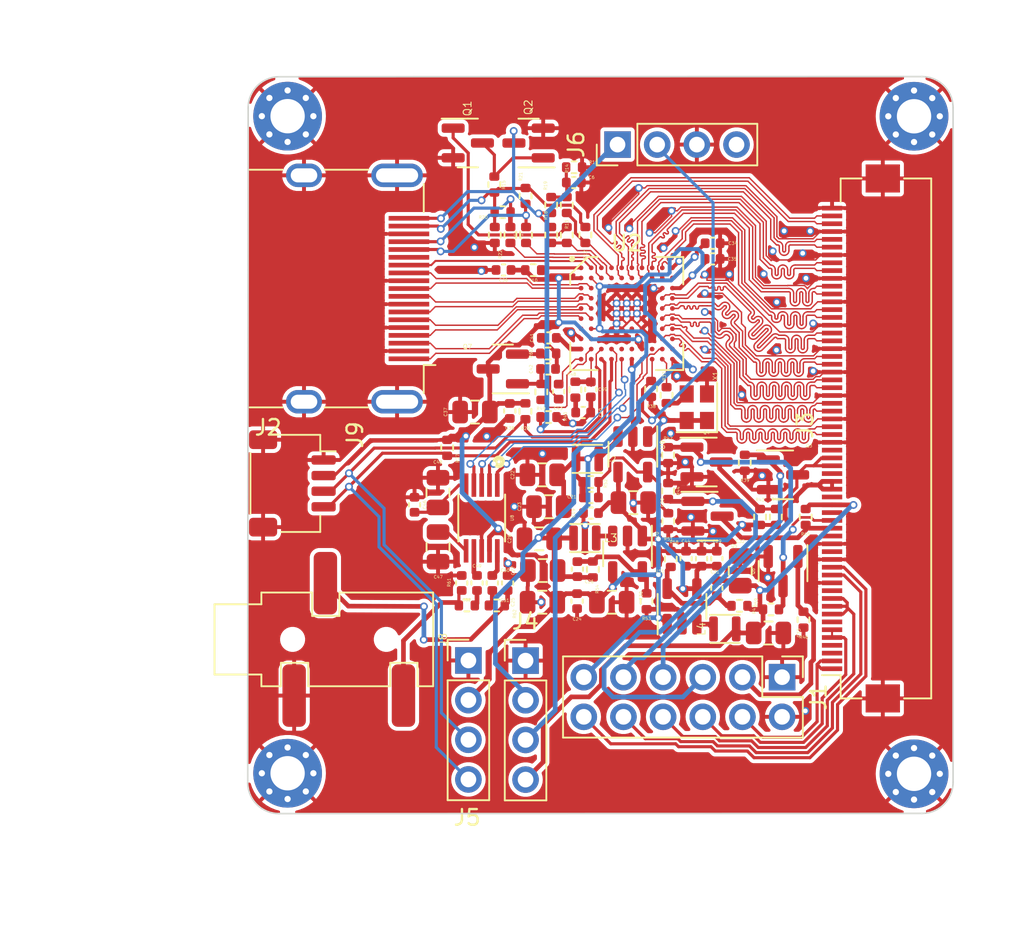
<source format=kicad_pcb>
(kicad_pcb (version 20240108) (generator "pcbnew") (generator_version "8.0")
  (title_block (date "2024-02-22"))
  (layers (0 "F.Cu" signal) (1 "In1.Cu" signal) (2 "In2.Cu" signal) (31 "B.Cu" signal) (34 "B.Paste" user) (35 "F.Paste" user) (36 "B.SilkS" user "B.Silkscreen") (37 "F.SilkS" user "F.Silkscreen") (38 "B.Mask" user) (39 "F.Mask" user) (44 "Edge.Cuts" user))
  (net 0 "")
  (net 1 "GND")
  (net 2 "+1V2")
  (net 3 "Net-(J5-Pin_3)")
  (net 4 "Net-(Q1-B)")
  (net 5 "Net-(Q1-C)")
  (net 6 "Net-(J2-HPD{slash}HEAC-)")
  (net 7 "Net-(U2-REXT)")
  (net 8 "Net-(J2-CEC)")
  (net 9 "Net-(U2-DDC_SCL)")
  (net 10 "Net-(U2-HPDI)")
  (net 11 "/FB12")
  (net 12 "+1V1")
  (net 13 "/FB11")
  (net 14 "+1V8")
  (net 15 "/FB18")
  (net 16 "Net-(U2-DDC_SDA)")
  (net 17 "Net-(U2-HPDO)")
  (net 18 "3V3_HDMI")
  (net 19 "/DSI0_D0_P")
  (net 20 "/DSI0_D0_N")
  (net 21 "/DSI0_D1_P")
  (net 22 "/DSI0_D1_N")
  (net 23 "/DSI0_C_P")
  (net 24 "/DSI0_C_N")
  (net 25 "/DSI0_D2_P")
  (net 27 "/DSI0_D2_N")
  (net 28 "/DSI0_D3_P")
  (net 29 "/DSI0_D3_N")
  (net 30 "/DSI1_D0_P")
  (net 34 "Net-(J3-3.3-S1)")
  (net 35 "Net-(J3-1.8-S2)")
  (net 36 "Net-(J3-1.8-S1)")
  (net 37 "/DSI1_D0_N")
  (net 38 "/DSI1_D1_P")
  (net 39 "/DSI1_D1_N")
  (net 40 "/DSI1_C_P")
  (net 41 "Net-(U2-REFCLK)")
  (net 42 "Net-(J5-Pin_4)")
  (net 43 "/DSI1_C_N")
  (net 44 "/DSI1_D2_N")
  (net 45 "/DSI1_D3_P")
  (net 46 "Net-(X1-OUT)")
  (net 47 "/DSI1_D3_N")
  (net 48 "/DSI1_D2_P")
  (net 49 "/SW12")
  (net 50 "/SW11")
  (net 51 "/SW18")
  (net 52 "3V3_S2")
  (net 53 "3V3_S1")
  (net 54 "1V8_S2")
  (net 55 "1V8_S1")
  (net 56 "VIN")
  (net 67 "Net-(J2-SCL)")
  (net 68 "Net-(J2-SDA)")
  (net 69 "Net-(J2-+5V)")
  (net 70 "Net-(C6-Pad1)")
  (net 71 "/HDMI_2_P")
  (net 72 "/HDMI_2_N")
  (net 73 "/HDMI_1_P")
  (net 74 "/HDMI_1_N")
  (net 75 "/HDMI_0_P")
  (net 76 "/HDMI_0_N")
  (net 77 "/HDMI_C_P")
  (net 78 "/HDMI_C_N")
  (net 79 "Net-(U2-PFIL)")
  (net 80 "Net-(C40-Pad1)")
  (net 81 "Net-(C41-Pad1)")
  (net 82 "Net-(U2-BIASDA)")
  (net 83 "Net-(Q7-B)")
  (net 84 "Net-(Q7-E)")
  (net 85 "Net-(U2-PCKIN)")
  (net 86 "Net-(U2-DAOUT)")
  (net 87 "Net-(U8-VQ)")
  (net 88 "Net-(U8-FILT+)")
  (net 89 "Net-(C49-Pad1)")
  (net 90 "Net-(U8-AOUTL)")
  (net 91 "Net-(U8-AOUTR)")
  (net 92 "Net-(C50-Pad2)")
  (net 93 "/AUDIO_R")
  (net 94 "/AUDIO_L")
  (net 95 "Net-(U2-A_OSCK)")
  (net 96 "Net-(U2-A_SD0)")
  (net 97 "Net-(U2-A_WFS)")
  (net 98 "Net-(U2-A_SCK)")
  (net 99 "Net-(J1-Pin_12)")
  (net 100 "Net-(J1-Pin_8)")
  (net 101 "Net-(J1-Pin_10)")
  (net 102 "Net-(J1-Pin_4)")
  (net 103 "Net-(J1-Pin_6)")
  (net 104 "Net-(J6-Pin_1)")
  (net 105 "Net-(J6-Pin_2)")
  (footprint "MountingHole:MountingHole_2.2mm_M2_Pad_Via" (layer "F.Cu") (at -15.12 18.943274)
    (property "Reference" "H4" (hide yes))
    (property "Value" "MountingHole_Pad" (hide yes))
  )
  (footprint "Capacitor_SMD:C_0402_1005Metric" (layer "F.Cu") (at 3.81 -4.16)
    (property "Reference" "C40")
    (property "Value" "0.1u")
  )
  (footprint "Package_TO_SOT_SMD:SOT-23" (layer "F.Cu") (at 0.3125 -21.42 180)
    (property "Reference" "Q2")
    (property "Value" "BC846")
  )
  (footprint "Capacitor_SMD:C_0402_1005Metric" (layer "F.Cu") (at 4.3 -5.64 -90)
    (property "Reference" "C39")
    (property "Value" "1n")
  )
  (footprint "Resistor_SMD:R_0402_1005Metric" (layer "F.Cu") (at 1.76 -17.45 90)
    (property "Reference" "R19")
    (property "Value" "1k")
  )
  (footprint "Package_TO_SOT_SMD:SOT-23-5" (layer "F.Cu") (at 10.14 8.2575 90)
    (property "Reference" "U11")
    (property "Value" "SY8079AAC")
  )
  (footprint "Resistor_SMD:R_0402_1005Metric" (layer "F.Cu") (at -1.85 -15.53 90)
    (property "Reference" "R22")
    (property "Value" "100k")
  )
  (footprint "Resistor_SMD:R_0402_1005Metric" (layer "F.Cu") (at 0.61 -13.28 180)
    (property "Reference" "R10")
    (property "Value" "2k")
  )
  (footprint "Resistor_SMD:R_0402_1005Metric" (layer "F.Cu") (at 14.16 -0.94 -90)
    (property "Reference" "R39")
    (property "Value" "10k")
  )
  (footprint "Capacitor_SMD:C_0402_1005Metric" (layer "F.Cu") (at 3.42 7.92 -90)
    (property "Reference" "C24")
    (property "Value" "100n")
  )
  (footprint "Resistor_SMD:R_0402_1005Metric" (layer "F.Cu") (at 15.84 8.45)
    (property "Reference" "R47")
    (property "Value" "4.7k")
  )
  (footprint "Capacitor_SMD:C_0402_1005Metric" (layer "F.Cu") (at 3.44 5.87 90)
    (property "Reference" "C26")
    (property "Value" "22p")
  )
  (footprint "Capacitor_SMD:C_0402_1005Metric" (layer "F.Cu") (at 12.1 -15)
    (property "Reference" "C34")
    (property "Value" "100n")
  )
  (footprint "Resistor_SMD:R_0402_1005Metric" (layer "F.Cu") (at 9.25 -1.43 -90)
    (property "Reference" "R42")
    (property "Value" "10k")
  )
  (footprint "Resistor_SMD:R_0402_1005Metric" (layer "F.Cu") (at 9.26 2.80125 -90)
    (property "Reference" "R51")
    (property "Value" "10k")
  )
  (footprint "Capacitor_SMD:C_0805_2012Metric" (layer "F.Cu") (at -5.485675 4.444801 -90)
    (property "Reference" "C47")
    (property "Value" "47u")
  )
  (footprint "Connector_PinHeader_2.54mm:PinHeader_1x04_P2.54mm_Vertical" (layer "F.Cu") (at -3.54 11.72)
    (property "Reference" "J5")
    (property "Value" "Conn_01x04")
  )
  (footprint "Resistor_SMD:R_0402_1005Metric" (layer "F.Cu") (at 0.15 -15.53 90)
    (property "Reference" "R16")
    (property "Value" "33")
  )
  (footprint "Capacitor_SMD:C_0402_1005Metric" (layer "F.Cu") (at 1.61 -8.94)
    (property "Reference" "C41")
    (property "Value" "0.1u")
  )
  (footprint "Connector_PinHeader_2.54mm:PinHeader_1x04_P2.54mm_Vertical" (layer "F.Cu") (at 6.01 -21.32 90)
    (property "Reference" "J6")
    (property "Value" "Conn_01x03")
  )
  (footprint "Resistor_SMD:R_0402_1005Metric" (layer "F.Cu") (at 1.59 -3.87)
    (property "Reference" "R40")
    (property "Value" "10k")
  )
  (footprint "Resistor_SMD:R_0402_1005Metric" (layer "F.Cu") (at 13.82 8.22 180)
    (property "Reference" "R59")
    (property "Value" "20k")
  )
  (footprint "Capacitor_SMD:C_0402_1005Metric" (layer "F.Cu") (at 3.21 -18.89)
    (property "Reference" "C6")
    (property "Value" "0.1u")
  )
  (footprint "Capacitor_SMD:C_0805_2012Metric" (layer "F.Cu") (at -3.12 -4.19 180)
    (property "Reference" "C37")
    (property "Value" "22u")
  )
  (footprint "Capacitor_SMD:C_0805_2012Metric" (layer "F.Cu") (at 1 3.93 180)
    (property "Reference" "C28")
    (property "Value" "22u")
  )
  (footprint "MountingHole:MountingHole_2.2mm_M2_Pad_Via" (layer "F.Cu") (at -15.12 -23.14)
    (property "Reference" "H1" (hide yes))
    (property "Value" "MountingHole_Pad" (hide yes))
  )
  (footprint "Capacitor_SMD:C_0402_1005Metric" (layer "F.Cu") (at -2.01 6.7575 -90)
    (property "Reference" "C50")
    (property "Value" "100n")
  )
  (footprint "Capacitor_SMD:C_0402_1005Metric" (layer "F.Cu") (at 11.389996 5.2 90)
    (property "Reference" "C45")
    (property "Value" "100n")
  )
  (footprint "Resistor_SMD:R_0402_1005Metric" (layer "F.Cu") (at 9.42 5.221316 90)
    (property "Reference" "R58")
    (property "Value" "10k")
  )
  (footprint "Package_TO_SOT_SMD:SOT-23" (layer "F.Cu") (at 11.7725 2.48)
    (property "Reference" "Q5")
    (property "Value" "BC846")
  )
  (footprint "Oscillator:Oscillator_SMD_SeikoEpson_SG210-4Pin_2.5x2.0mm" (layer "F.Cu") (at 11.09 -4.5 90)
    (property "Reference" "X1")
    (property "Value" "SG-210STF")
  )
  (footprint "Connector_JST:JST_SH_SM04B-SRSS-TB_1x04-1MP_P1.00mm_Horizontal" (layer "F.Cu") (at -14.815 0.38 -90)
    (property "Reference" "J9")
    (property "Value" "QWIIC")
  )
  (footprint "Package_TO_SOT_SMD:SOT-23" (layer "F.Cu") (at -3.58 -21.4225)
    (property "Reference" "Q1")
    (property "Value" "BC846")
  )
  (footprint "Resistor_SMD:R_0402_1005Metric" (layer "F.Cu") (at 3.31 -5.62 -90)
    (property "Reference" "R48")
    (property "Value" "1k")
  )
  (footprint "Resistor_SMD:R_0402_1005Metric" (layer "F.Cu") (at -0.85 -15.53 -90)
    (property "Reference" "R17")
    (property "Value" "33")
  )
  (footprint "Capacitor_SMD:C_0402_1005Metric" (layer "F.Cu") (at 2.24 -5.5 90)
    (property "Reference" "C43")
    (property "Value" "1n")
  )
  (footprint "Capacitor_SMD:C_0402_1005Metric" (layer "F.Cu") (at 4.31 2.28 180)
    (property "Reference" "C19")
    (property "Value" "100n")
  )
  (footprint "Resistor_SMD:R_0402_1005Metric" (layer "F.Cu") (at 9.15 -5.27 90)
    (property "Reference" "R37")
    (property "Value" "33")
  )
  (footprint "Resistor_SMD:R_0402_1005Metric" (layer "F.Cu") (at -1.88 -18.76 90)
    (property "Reference" "R15")
    (property "Value" "10k")
  )
  (footprint "Resistor_SMD:R_0402_1005Metric" (layer "F.Cu") (at 1.57 -7.94 180)
    (property "Reference" "R60")
    (property "Value" "1k")
  )
  (footprint "Resistor_SMD:R_0402_1005Metric" (layer "F.Cu") (at -1.35 -16.99)
    (property "Reference" "R20")
    (property "Value" "4.7k")
  )
  (footprint "Resistor_SMD:R_0402_1005Metric" (layer "F.Cu") (at 2.76 -17.45 90)
    (property "Reference" "R13")
    (property "Value" "1.5k")
  )
  (footprint "Resistor_SMD:R_0402_1005Metric" (layer "F.Cu") (at 8.16 -5.67 90)
    (property "Reference" "R38")
    (property "Value" "10k")
  )
  (footprint "MountingHole:MountingHole_2.2mm_M2_Pad_Via" (layer "F.Cu") (at 25 18.98)
    (property "Reference" "H3" (hide yes))
    (property "Value" "MountingHole_Pad" (hide yes))
  )
  (footprint "Resistor_SMD:R_0402_1005Metric" (layer "F.Cu") (at 2.76 -15.53 -90)
    (property "Reference" "R14")
    (property "Value" "4.7k")
  )
  (footprint "Resistor_SMD:R_0402_1005Metric" (layer "F.Cu") (at 1.76 -15.53 90)
    (property "Reference" "R18")
    (property "Value" "1k")
  )
  (footprint "Capacitor_SMD:C_0805_2012Metric" (layer "F.Cu") (at 1.2 7.99 180)
    (property "Reference" "C25")
    (property "Value" "22u")
  )
  (footprint "MountingHole:MountingHole_2.2mm_M2_Pad_Via" (layer "F.Cu") (at 25 -23.133274)
    (property "Reference" "H2" (hide yes))
    (property "Value" "MountingHole_Pad" (hide yes))
  )
  (footprint "Capacitor_SMD:C_0402_1005Metric" (layer "F.Cu") (at 4.30375 1.28)
    (property "Reference" "C21")
    (property "Value" "22p")
  )
  (footprint "custom:Boom-audiojack-PJ-320B" (layer "F.Cu") (at -12.8 10.37 -90)
    (property "Reference" "J8")
    (property "Value" "AudioJack3")
  )
  (footprint "Capacitor_SMD:C_0402_1005Metric" (layer "F.Cu") (at 12.369996 5.2 90)
    (property "Reference" "C29")
    (property "Value" "100n")
  )
  (footprint "Capacitor_SMD:C_0402_1005Metric" (layer "F.Cu") (at -6.99 1.74875 90)
    (property "Reference" "C46")
    (property "Value" "100n")
  )
  (footprint "Capacitor_SMD:C_0805_2012Metric" (layer "F.Cu") (at 7.02 1.61)
    (property "Reference" "C20")
    (property "Value" "22u")
  )
  (footprint "Connector_PinHeader_2.54mm:PinHeader_1x04_P2.54mm_Vertical" (layer "F.Cu") (at 0.12 11.73)
    (property "Reference" "J4")
    (property "Value" "Conn_01x04")
  )
  (footprint "Resistor_SMD:R_0402_1005Metric" (layer "F.Cu") (at 4.43 5.89 90)
    (property "Reference" "R54")
    (property "Value" "8.2k")
  )
  (footprint "Resistor_SMD:R_0402_1005Metric" (layer "F.Cu") (at 4.28375 0.29)
    (property "Reference" "R52")
    (property "Value" "10k")
  )
  (footprint "Package_TO_SOT_SMD:SOT-23" (layer "F.Cu") (at -1.3375 -6.95 180)
    (property "Reference" "Q7")
    (property "Value" "2SC2712")
  )
  (footprint "Resistor_SMD:R_0402_1005Metric" (layer "F.Cu") (at -3.64 8.1975 180)
    (property "Reference" "R61")
    (property "Value" "330")
  )
  (footprint "fpc60:Hirose_FH52-60S-0.5SH_1x60-1MP_P0.50mm_Horizontal" (layer "F.Cu") (at 21.6 -2.5 90)
    (property "Reference" "J3")
    (property "Value" "~")
  )
  (footprint "Resistor_SMD:R_0402_1005Metric" (layer "F.Cu") (at -1.72 8.1975)
    (property "Reference" "R62")
    (property "Value" "330")
  )
  (footprint "Resistor_SMD:R_0402_1005Metric" (layer "F.Cu") (at -4.9 -1.9 -90)
    (property "Reference" "R27")
    (property "Value" "4.7k")
  )
  (footprint "Resistor_SMD:R_0402_1005Metric" (layer "F.Cu") (at 0.11 -4.24 -90)
    (property "Reference" "R29")
    (property "Value" "4.7k")
  )
  (footprint "Package_TO_SOT_SMD:SOT-23-5" (layer "F.Cu") (at 6.99125 -1.4825 -90)
    (property "Reference" "U9")
    (property "Value" "SY8079AAC" (hide yes))
  )
  (footprint "Capacitor_SMD:C_0402_1005Metric" (layer "F.Cu") (at 1.56 -6.95)
    (property "Reference" "C42")
    (property "Value" "5p")
  )
  (footprint "Capacitor_SMD:C_0402_1005Metric" (layer "F.Cu") (at -3.97 6.7575 -90)
    (property "Reference" "C52")
    (property "Value" "39n")
  )
  (footprint "Capacitor_SMD:C_0402_1005Metric" (layer "F.Cu") (at 12.37 7.09 -90)
    (property "Reference" "C31")
    (property "Value" "22p")
  )
  (footprint "Resistor_SMD:R_0402_1005Metric" (layer "F.Cu") (at 18.06 2.53 -90)
    (property "Reference" "R45")
    (property "Value" "4.7k")
  )
  (footprint "Resistor_SMD:R_0402_1005Metric" (layer "F.Cu") (at 15.14 2.53 90)
    (property "Reference" "R43")
    (property "Value" "4.7k")
  )
  (footprint "Capacitor_SMD:C_0805_2012Metric" (layer "F.Cu") (at -5.49 0.96875 90)
    (property "Reference" "C48")
    (property "Value" "47u")
  )
  (footprint "Capacitor_SMD:C_0805_2012Metric" (layer "F.Cu") (at 15.68 9.96)
    (property "Reference" "C33")
    (property "Value" "22u")
  )
  (footprint "Resistor_SMD:R_0402_1005Metric" (layer "F.Cu") (at 0.12 -18.03 -90)
    (property "Reference" "R21")
    (property "Value" "4.7k")
  )
  (footprint "Capacitor_SMD:C_0402_1005Metric" (layer "F.Cu") (at -2.99 6.7575 90)
    (property "Reference" "C49")
    (property "Value" "100n")
  )
  (footprint "Resistor_SMD:R_0402_1005Metric" (layer "F.Cu") (at 3.23 -19.87 180)
    (property "Reference" "R11")
    (property "Value" "48k")
  )
  (footprint "custom:SOP50P490X110-10N" (layer "F.Cu") (at -2.69 2.595 -90)
    (property "Reference" "U8")
    (property "Value" "MS4344")
  )
  (footprint "Resistor_SMD:R_0402_1005Metric" (layer "F.Cu") (at 3.95 -15.53 -90)
    (property "Reference" "R12")
    (property "Value" "0")
  )
  (footprint "custom:Inductor_MSC20FC" (layer "F.Cu") (at 12.885 9.7 180)
    (property "Reference" "L4")
    (property "Value" "2.2u")
  )
  (footprint "Capacitor_SMD:C_0805_2012Metric" (layer "F.Cu") (at 1.61 1.87 180)
    (property "Reference" "C23")
    (property "Value" "22u")
  )
  (footprint "Package_TO_SOT_SMD:SOT-23-5" (layer "F.Cu") (at 6.65 4.8875 -90)
    (property "Reference" "U10")
    (property "Value" "SY8079AAC" (hide yes))
  )
  (footprint "Connector_PinHeader_2.54mm:PinHeader_2x06_P2.54mm_Vertical" (layer "F.Cu") (at 16.55 12.79 -90)
    (property "Reference" "J1")
    (property "Value" "IO")
  )
  (footprint "Capacitor_SMD:C_0402_1005Metric" (layer "F.Cu") (at 10.399996 5.2 90)
    (property "Reference" "C44")
    (property "Value" "1u")
  )
  (footprint "Capacitor_SMD:C_0402_1005Metric" (layer "F.Cu") (at 12.1 -14)
    (property "Reference" "C35")
    (property "Value" "100n")
  )
  (footprint "Resistor_SMD:R_0402_1005Metric" (layer "F.Cu") (at 7.87 7.93 -90)
    (property "Reference" "R53")
    (property "Value" "10k")
  )
  (footprint "Capacitor_SMD:C_0402_1005Metric" (layer "F.Cu") (at -0.89 -4.26 -90)
    (property "Reference" "C38")
    (property "Value" "100n")
  )
  (footprint "Capacitor_SMD:C_0805_2012Metric" (layer "F.Cu") (at 5.64 7.99)
    (property "Reference" "C30")
    (property "Value" "22u")
  )
  (footprint "custom:Inductor_MSC20FC" (layer "F.Cu") (at 3.92 3.88)
    (property "Reference" "L3")
    (property "Value" "2.2u")
  )
  (footprint "Capacitor_SMD:C_0402_1005Metric" (layer "F.Cu") (at -1.03 6.7575 -90)
    (property "Reference" "C51")
    (property "Value" "39n")
  )
  (footprint "Capacitor_SMD:C_0805_2012Metric" (layer "F.Cu") (at 13.869996 5.978684 90)
    (property "Reference" "C32")
    (property "Value" "22u")
  )
  (footprint "Resistor_SMD:R_0402_1005Metric" (layer "F.Cu") (at 1.13 -5.48 -90)
    (property "Reference" "R49")
    (property "Value" "1.5k")
  )
  (footprint "Connector_HDMI:HDMI_A_Molex_208658-1001_Horizontal" (layer "F.Cu") (at -10.635 -12.1 180)
    (property "Reference" "J2")
    (property "Value" "HDMI_A_1.4" (hide yes))
  )
  (footprint "Capacitor_SMD:C_0805_2012Metric" (layer "F.Cu") (at 1.22 5.96 180)
    (property "Reference" "C27")
    (property "Value" "22u")
  )
  (footprint "Package_TO_SOT_SMD:SOT-23" (layer "F.Cu") (at 16.609996 5.9975 -90)
    (property "Reference" "Q6")
    (property "Value" "BC846")
  )
  (footprint "custom:Inductor_MSC20FC" (layer "F.Cu") (at 4.08 -1.19)
    (property "Reference" "L2")
    (property "Value" "2.2u")
  )
  (footprint "Package_TO_SOT_SMD:SOT-23" (layer "F.Cu") (at 16.6075 -0.17)
    (property "Reference" "Q3")
    (property "Value" "BC846")
  )
  (footprint "Resistor_SMD:R_0402_1005Metric" (layer "F.Cu") (at 16.15 2.53 90)
    (property "Reference" "R41")
    (property "Value" "4.7k")
  )
  (footprint "Capacitor_SMD:C_0402_1005Metric" (layer "F.Cu") (at -1.29 -13.29 180)
    (property "Reference" "C36")
    (property "Value" "100n")
  )
  (footprint "Resistor_SMD:R_0402_1005Metric" (layer "F.Cu") (at 9.25 0.87 90)
    (property "Reference" "R44")
    (property "Value" "10k")
  )
  (footprint "Resistor_SMD:R_0402_1005Metric" (layer "F.Cu") (at 17.92 9.108684 -90)
    (property "Reference" "R46")
    (property "Value" "10k")
  )
  (footprint "Package_TO_SOT_SMD:SOT-23" (layer "F.Cu") (at 11.7125 -0.99)
    (property "Reference" "Q4")
    (property "Value" "BC846")
  )
  (footprint "Capacitor_SMD:C_0805_2012Metric" (layer "F.Cu") (at 1.19 -0.17 180)
    (property "Reference" "C22")
    (property "Value" "22u")
  )
  (footprint "tc358840xbg:tc358840xbg" (layer "F.Cu") (at 6.6 -10.5)
    (property "Reference" "U2")
    (property "Value" "~")
  )
  (gr_arc (start 25.5 -25.675786) (mid 26.914214 -25.09) (end 27.5 -23.675786) (stroke (width 0.1)) (layer "Edge.Cuts"))
  (gr_line (start 25.5 21.515786) (end -15.675787 21.525787) (stroke (width 0.1)) (layer "Edge.Cuts"))
  (gr_arc (start -17.645786 -23.665786) (mid -17.06 -25.08) (end -15.645786 -25.665786) (stroke (width 0.1)) (layer "Edge.Cuts"))
  (gr_arc (start 27.5 19.515786) (mid 26.914214 20.93) (end 25.5 21.515786) (stroke (width 0.1)) (layer "Edge.Cuts"))
  (gr_line (start -17.675787 19.525787) (end -17.645786 -23.665786) (stroke (width 0.1)) (layer "Edge.Cuts"))
  (gr_line (start 27.5 -23.675786) (end 27.5 19.515786) (stroke (width 0.1)) (layer "Edge.Cuts"))
  (gr_arc (start -15.675787 21.525787) (mid -17.09 20.94) (end -17.675787 19.525787) (stroke (width 0.1)) (layer "Edge.Cuts"))
  (gr_line (start -15.645786 -25.665786) (end 25.5 -25.675786) (stroke (width 0.1)) (layer "Edge.Cuts"))
  (segment (start 13.706002 -4.7885) (end 13.655 -4.839502) (width 0.09) (layer "F.Cu") (net 1))
  (segment (start 18.700441 -13.93) (end 15.89 -13.93) (width 0.09) (layer "F.Cu") (net 1))
  (segment (start 8.505 -12.125) (end 8.32 -12.12) (width 0.09) (layer "F.Cu") (net 1))
  (segment (start 15.379502 -12.2885) (end 14.845 -12.823002) (width 0.09) (layer "F.Cu") (net 1))
  (segment (start 7.37 -18.15) (end 5.43 -16.21) (width 0.09) (layer "F.Cu") (net 1))
  (segment (start 18.51 -9.32) (end 16.396087 -9.32) (width 0.09) (layer "F.Cu") (net 1))
  (segment (start 20.75 -17.25) (end 20.76 -17.26) (width 0.09) (layer "F.Cu") (net 1))
  (segment (start 7.275 -9.825) (end 7.575 -9.525) (width 0.127) (layer "F.Cu") (net 1))
  (segment (start 13.48 -13.57) (end 13.04 -13.13) (width 0.25) (layer "F.Cu") (net 1))
  (segment (start 18.53 -6.2885) (end 18.5285 -6.29) (width 0.09) (layer "F.Cu") (net 1))
  (segment (start 7.24 -9.86) (end 7.26 -9.86) (width 0.127) (layer "F.Cu") (net 1))
  (segment (start 6.6 -11.15) (end 6.6 -11.14) (width 0.127) (layer "F.Cu") (net 1))
  (segment (start 9.47 -17.08) (end 9.47 -16.718002) (width 0.09) (layer "F.Cu") (net 1))
  (segment (start 18.173 -12.089374) (end 18.127079 -12.152579) (width 0.09) (layer "F.Cu") (net 1))
  (segment (start 3.14 -3.46229) (end 2.50771 -3.46229) (width 0.3) (layer "F.Cu") (net 1))
  (segment (start 8.32 -12.12) (end 8.5 -12.13) (width 0.09) (layer "F.Cu") (net 1))
  (segment (start 9.525 -6.785) (end 9.525 -7.575) (width 0.127) (layer "F.Cu") (net 1))
  (segment (start 9.47 -16.718002) (end 8.421998 -15.67) (width 0.09) (layer "F.Cu") (net 1))
  (segment (start 6.6 -10.5) (end 6.61 -10.5) (width 0.127) (layer "F.Cu") (net 1))
  (segment (start 18.835255 -3.75) (end 19.75 -3.75) (width 0.09) (layer "F.Cu") (net 1))
  (segment (start 2.50771 -3.46229) (end 2.1 -3.87) (width 0.3) (layer "F.Cu") (net 1))
  (segment (start 19.020441 -14.25) (end 18.700441 -13.93) (width 0.09) (layer "F.Cu") (net 1))
  (segment (start 13.655 -7.388298) (end 11.643298 -9.4) (width 0.09) (layer "F.Cu") (net 1))
  (segment (start 5.95 -11.15) (end 6.275 -11.475) (width 0.127) (layer "F.Cu") (net 1))
  (segment (start 14.844999 -16.133863) (end 13.663862 -17.315) (width 0.09) (layer "F.Cu") (net 1))
  (segment (start 3.03 -9.27) (end 3.13 -9.17) (width 0.09) (layer "F.Cu") (net 1))
  (segment (start 19.75 -11.25) (end 18.83 -11.25) (width 0.09) (layer "F.Cu") (net 1))
  (segment (start 9 -14.74) (end 8.96 -14.7) (width 0.09) (layer "F.Cu") (net 1))
  (segment (start -1.102782 -3.78) (end -2.232782 -2.65) (width 0.3) (layer "F.Cu") (net 1))
  (segment (start 19.75 -12.75) (end 18.816342 -12.75) (width 0.09) (layer "F.Cu") (net 1))
  (segment (start 13.950188 -9.849812) (end 13.950188 -10.579812) (width 0.09) (layer "F.Cu") (net 1))
  (segment (start 7.26 -9.86) (end 7.26 -9.84) (width 0.127) (layer "F.Cu") (net 1))
  (segment (start 13.655 -4.839502) (end 13.655 -7.388298) (width 0.09) (layer "F.Cu") (net 1))
  (segment (start 13.54753 -8.720497) (end 13.597574 -8.770541) (width 0.09) (layer "F.Cu") (net 1))
  (segment (start 5.625 -10.825) (end 5.94 -10.51) (width 0.127) (layer "F.Cu") (net 1))
  (segment (start 13.17 -13.02) (end 13.04 -12.708501) (width 0.25) (layer "F.Cu") (net 1))
  (segment (start 4.3 -4.17) (end 4.29 -4.16) (width 0.3) (layer "F.Cu") (net 1))
  (segment (start 15.85 -13.89) (end 15.5315 -14.2085) (width 0.09) (layer "F.Cu") (net 1))
  (segment (start 13.2315 -3.2885) (end 13.2585 -3.2885) (width 0.09) (layer "F.Cu") (net 1))
  (segment (start 6.59 -9.84) (end 6.59 -9.85) (width 0.127) (layer "F.Cu") (net 1))
  (segment (start 18.558941 -7.7885) (end 14.899502 -7.7885) (width 0.09) (layer "F.Cu") (net 1))
  (segment (start 4.3 -5.16) (end 4.3 -4.17) (width 0.3) (layer "F.Cu") (net 1))
  (segment (start 5.94 -10.51) (end 5.95 -10.51) (width 0.127) (layer "F.Cu") (net 1))
  (segment (start 15.5315 -16.418222) (end 13.948222 -18.0015) (width 0.09) (layer "F.Cu") (net 1))
  (segment (start 10.73 -15.51) (end 11.1 -15.88) (width 0.25) (layer "F.Cu") (net 1))
  (segment (start 18.7015 -6.46) (end 18.53 -6.2885) (width 0.09) (layer "F.Cu") (net 1))
  (segment (start 16.903615 -12.2885) (end 15.379502 -12.2885) (width 0.09) (layer "F.Cu") (net 1))
  (segment (start 12.73 -11.8) (end 11.6 -11.8) (width 0.09) (layer "F.Cu") (net 1))
  (segment (start 14.845 -12.823002) (end 14.844999 -16.133863) (width 0.09) (layer "F.Cu") (net 1))
  (segment (start -0.0475 6.2775) (end 0.27 5.96) (width 0.3) (layer "F.Cu") (net 1))
  (segment (start 18.375255 -3.29) (end 18.835255 -3.75) (width 0.09) (layer "F.Cu") (net 1))
  (segment (start 13.950188 -10.579812) (end 12.73 -11.8) (width 0.09) (layer "F.Cu") (net 1))
  (segment (start 11.838002 -10.6) (end 11.6 -10.6) (width 0.09) (layer "F.Cu") (net 1))
  (segment (start 13.948222 -18.0015) (end 8.623498 -18.0015) (width 0.09) (layer "F.Cu") (net 1))
  (segment (start 16.91158 -12.295951) (end 16.903615 -12.2885) (width 0.09) (layer "F.Cu") (net 1))
  (segment (start 8.875 -12.125) (end 8.505 -12.125) (width 0.09) (layer "F.Cu") (net 1))
  (segment (start 13.491721 -8.366873) (end 13.491721 -8.610966) (width 0.09) (layer "F.Cu") (net 1))
  (segment (start 15.875659 -10.8) (end 14.1585 -12.517158) (width 0.09) (layer "F.Cu") (net 1))
  (segment (start 13.379502 -16.6285) (end 10.720498 -16.6285) (width 0.09) (layer "F.Cu") (net 1))
  (segment (start 19.75 -17.25) (end 20.75 -17.25) (width 0.09) (layer "F.Cu") (net 1))
  (segment (start 3.13 -9.17) (end 3.38 -9.17) (width 0.09) (layer "F.Cu") (net 1))
  (segment (start 14.1585 -12.517158) (end 14.1585 -15.849502) (width 0.09) (layer "F.Cu") (net 1))
  (segment (start 5.95 -9.86) (end 5.95 -9.85) (width 0.127) (layer "F.Cu") (net 1))
  (segment (start 11.1 -15.88) (end 12.97 -15.88) (width 0.25) (layer "F.Cu") (net 1))
  (segment (start 7.908 -18.688) (end 14.232583 -18.687999) (width 0.09) (layer "F.Cu") (net 1))
  (segment (start 9.96 -13.86) (end 10.73 -14.63) (width 0.25) (layer "F.Cu") (net 1))
  (segment (start 8.92 -14.74) (end 8.82 -14.74) (width 0.09) (layer "F.Cu") (net 1))
  (segment (start 13.26 -3.29) (end 18.375255 -3.29) (width 0.09) (layer "F.Cu") (net 1))
  (segment (start 6.77 -16.148002) (end 6.77 -15.94) (width 0.09) (layer "F.Cu") (net 1))
  (segment (start 19.25 -6.75) (end 18.96 -6.46) (width 0.09) (layer "F.Cu") (net 1))
  (segment (start 18.5385 -4.7885) (end 13.706002 -4.7885) (width 0.09) (layer "F.Cu") (net 1))
  (segment (start 6.275 -11.475) (end 6.6 -11.15) (width 0.127) (layer "F.Cu") (net 1))
  (segment (start 11.74 -12.86) (end 11.6 -13) (width 0.09) (layer "F.Cu") (net 1))
  (segment (start 9.82 -6.49) (end 9.525 -6.785) (width 0.127) (layer "F.Cu") (net 1))
  (segment (start 9.525 -13.425) (end 9.96 -13.86) (width 0.25) (layer "F.Cu") (net 1))
  (segment (start 7.575 -10.175) (end 7.275 -9.875) (width 0.127) (layer "F.Cu") (net 1))
  (segment (start 5.94 -11.14) (end 5.95 -11.14) (width 0.127) (layer "F.Cu") (net 1))
  (segment (start 3.59229 -3.46229) (end 4.29 -4.16) (width 0.3) (layer "F.Cu") (net 1))
  (segment (start 5.96 -9.86) (end 5.95 -9.86) (width 0.127) (layer "F.Cu") (net 1))
  (segment (start -0.89 -3.78) (end -1.102782 -3.78) (width 0.3) (layer "F.Cu") (net 1))
  (segment (start 16.218 -16.702582) (end 16.218 -15.430002) (width 0.09) (layer "F.Cu") (net 1))
  (segment (start 5.95 -9.84) (end 5.96 -9.84) (width 0.127) (layer "F.Cu") (net 1))
  (segment (start 7.37 -18.54) (end 7.37 -18.15) (width 0.09) (layer "F.Cu") (net 1))
  (segment (start 14.2315 -6.6315) (end 14.25 -6.65) (width 0.09) (layer "F.Cu") (net 1))
  (segment (start 18.54 -15.2885) (end 19.0015 -15.75) (width 0.09) (layer "F.Cu") (net 1))
  (segment (start 7.25 -10.5) (end 7.575 -10.175) (width 0.127) (layer "F.Cu") (net 1))
  (segment (start 18.5285 -6.29) (end 14.56 -6.29) (width 0.09) (layer "F.Cu") (net 1))
  (segment (start 12.4185 -9.444084) (end 12.4185 -10.019502) (width 0.09) (layer "F.Cu") (net 1))
  (segment (start 9.25 0.36) (end 10.375 0.36) (width 0.3) (layer "F.Cu") (net 1))
  (segment (start 10.066997 -17.314999) (end 9.831998 -17.08) (width 0.09) (layer "F.Cu") (net 1))
  (segment (start 5.625 -10.175) (end 5.95 -9.85) (width 0.127) (layer "F.Cu") (net 1))
  (segment (start 5.95 -9.85) (end 5.95 -9.84) (width 0.127) (layer "F.Cu") (net 1))
  (segment (start 6.61 -9.86) (end 7.575 -10.825) (width 0.127) (layer "F.Cu") (net 1))
  (segment (start 14.1985 -9.6015) (end 13.950188 -9.849812) (width 0.09) (layer "F.Cu") (net 1))
  (segment (start 11.6 -13) (end 11.6 -13.02) (width 0.2) (layer "F.Cu") (net 1))
  (segment (start 14.1585 -15.849502) (end 13.379502 -16.6285) (width 0.09) (layer "F.Cu") (net 1))
  (segment (start 14.2315 -6.6185) (end 14.2315 -6.6315) (width 0.09) (layer "F.Cu") (net 1))
  (segment (start 16.396087 -9.32) (end 13.087587 -12.6285) (width 0.09) (layer "F.Cu") (net 1))
  (segment (start 13.597574 -9.163075) (end 13.208152 -9.552497) (width 0.09) (layer "F.Cu") (net 1))
  (segment (start 12.501292 -9.361292) (end 12.4185 -9.444084) (width 0.09) (layer "F.Cu") (net 1))
  (segment (start 11.6 -8.2) (end 12.027294 -8.2) (width 0.09) (layer "F.Cu") (net 1))
  (segment (start 16.359502 -15.2885) (end 18.54 -15.2885) (width 0.09) (layer "F.Cu") (net 1))
  (segment (start 11.6 -13.02) (end 12.58 -14) (width 0.2) (layer "F.Cu") (net 1))
  (segment (start 14.25 -7.608594) (end 13.491721 -8.366873) (width 0.09) (layer "F.Cu") (net 1))
  (segment (start 6.6 -11.14) (end 6.61 -11.14) (width 0.127) (layer "F.Cu") (net 1))
  (segment (start 6.275 -10.175) (end 6.59 -9.86) (width 0.127) (layer "F.Cu") (net 1))
  (segment (start 11.74 -12.6285) (end 11.74 -12.86) (width 0.09) (layer "F.Cu") (net 1))
  (segment (start 18.94 -9.75) (end 18.51 -9.32) (width 0.09) (layer "F.Cu") (net 1))
  (segment (start 3.14 -3.46229) (end 3.59229 -3.46229) (width 0.3) (layer "F.Cu") (net 1))
  (segment (start 13.663862 -17.315) (end 10.066997 -17.314999) (width 0.09) (layer "F.Cu") (net 1))
  (segment (start 7.24 -10.5) (end 7.25 -10.5) (width 0.127) (layer "F.Cu") (net 1))
  (segment (start 9.831998 -17.08) (end 9.47 -17.08) (width 0.09) (layer "F.Cu") (net 1))
  (segment (start 14.232583 -18.687999) (end 16.218 -16.702582) (width 0.09) (layer "F.Cu") (net 1))
  (segment (start 7.25 -11.15) (end 7.26 -11.15) (width 0.127) (layer "F.Cu") (net 1))
  (segment (start 14.899502 -7.7885) (end 14.1985 -8.489502) (width 0.09) (layer "F.Cu") (net 1))
  (segment (start 19.0015 -15.75) (end 19.75 -15.75) (width 0.09) (layer "F.Cu") (net 1))
  (segment (start 6.61 -10.5) (end 6.61 -10.49) (width 0.127) (layer "F.Cu") (net 1))
  (segment (start 13.2585 -3.2885) (end 13.26 -3.29) (width 0.09) (layer "F.Cu") (net 1))
  (segment (start 18.127079 -12.152579) (end 17.983707 -12.295951) (width 0.09) (layer "F.Cu") (net 1))
  (segment (start 10.375 0.36) (end 10.775 -0.04) (width 0.3) (layer "F.Cu") (net 1))
  (segment (start 5.95 -10.51) (end 5.95 -10.5) (width 0.127) (layer "F.Cu") (net 1))
  (segment (start 15.89 -13.93) (end 15.85 -13.89) (width 0.09) (layer "F.Cu") (net 1))
  (segment (start 7.76 -18.54) (end 7.37 -18.54) (width 0.09) (layer "F.Cu") (net 1))
  (segment (start 14.56 -6.29) (end 14.2315 -6.6185) (width 0.09) (layer "F.Cu") (net 1))
  (segment (start -1.03 6.2775) (end -0.0475 6.2775) (width 0.3) (layer "F.Cu") (net 1))
  (segment (start 5.43 -16.21) (end 5.43 -15.99) (width 0.09) (layer "F.Cu") (net 1))
  (segment (start 7.26 -9.84) (end 7.275 -9.825) (width 0.127) (layer "F.Cu") (net 1))
  (segment (start 13.491721 -8.610966) (end 13.54753 -8.720497) (width 0.09) (layer "F.Cu") (net 1))
  (segment (start 19.020441 -8.25) (end 18.558941 -7.7885) (width 0.09) (layer "F.Cu") (net 1))
  (segment (start 18.96 -6.46) (end 18.7015 -6.46) (width 0.09) (layer "F.Cu") (net 1))
  (segment (start 6.61 -11.14) (end 7.24 -10.51) (width 0.127) (layer "F.Cu") (net 1))
  (segment (start 5.96 -9.84) (end 6.275 -9.525) (width 0.127) (layer "F.Cu") (net 1))
  (segment (start 19 -5.25) (end 18.5385 -4.7885) (width 0.09) (layer "F.Cu") (net 1))
  (segment (start 5.95 -9.85) (end 5.625 -9.525) (width 0.127) (layer "F.Cu") (net 1))
  (segment (start 10.720498 -16.6285) (end 9.9715 -15.879502) (width 0.09) (layer "F.Cu") (net 1))
  (segment (start 19.75 -6.75) (end 19.25 -6.75) (width 0.09) (layer "F.Cu") (net 1))
  (segment (start 18.38 -10.8) (end 15.875659 -10.8) (width 0.09) (layer "F.Cu") (net 1))
  (segment (start -15.09 15.17) (end -15.09 14.89) (width 0.3) (layer "F.Cu") (net 1))
  (segment (start 6.59 -9.86) (end 6.61 -9.86) (width 0.127) (layer "F.Cu") (net 1))
  (segment (start 3.38 -9.17) (end 3.675 -8.875) (width 0.09) (layer "F.Cu") (net 1))
  (segment (start 8.623498 -18.0015) (end 6.77 -16.148002) (width 0.09) (layer "F.Cu") (net 1))
  (segment (start 5.625 -11.475) (end 6.6 -10.5) (width 0.127) (layer "F.Cu") (net 1))
  (segment (start 5.95 -10.5) (end 6.275 -10.175) (width 0.127) (layer "F.Cu") (net 1))
  (segment (start 16.218 -15.430002) (end 16.359502 -15.2885) (width 0.09) (layer "F.Cu") (net 1))
  (segment (start 19.75 -9.75) (end 18.94 -9.75) (width 0.09) (layer "F.Cu") (net 1))
  (segment (start 6.61 -10.49) (end 7.24 -9.86) (width 0.127) (layer "F.Cu") (net 1))
  (segment (start -2.37 -2.63) (end -2.35 -2.65) (width 0.3) (layer "F.Cu") (net 1))
  (segment (start -2.35 -2.65) (end -2.33 -2.65) (width 0.3) (layer "F.Cu") (net 1))
  (segment (start 12.4185 -10.019502) (end 11.838002 -10.6) (width 0.09) (layer "F.Cu") (net 1))
  (segment (start 6.59 -9.85) (end 6.6 -9.85) (width 0.127) (layer "F.Cu") (net 1))
  (segment (start 7.87 8.44) (end 9.847499 8.44) (width 0.3) (layer "F.Cu") (net 1))
  (segment (start 14.25 -6.65) (end 14.25 -7.608594) (width 0.09) (layer "F.Cu") (net 1))
  (segment (start 5.625 -10.175) (end 6.925 -11.475) (width 0.127) (layer "F.Cu") (net 1))
  (segment (start 13.087587 -12.6285) (end 11.74 -12.6285) (width 0.09) (layer "F.Cu") (net 1))
  (segment (start 8.421998 -15.67) (end 8.06 -15.67) (width 0.09) (layer "F.Cu") (net 1))
  (segment (start 10.73 -14.63) (end 10.73 -15.51) (width 0.25) (layer "F.Cu") (net 1))
  (segment (start 10.14 8.732501) (end 10.14 9.395) (width 0.3) (layer "F.Cu") (net 1))
  (segment (start 18.816342 -12.75) (end 18.218921 -12.152579) (width 0.09) (layer "F.Cu") (net 1))
  (segment (start 7.26 -11.16) (end 5.96 -9.86) (width 0.127) (layer "F.Cu") (net 1))
  (segment (start 9.847499 8.44) (end 10.14 8.732501) (width 0.3) (layer "F.Cu") (net 1))
  (segment (start 17.983707 -12.295951) (end 16.91158 -12.295951) (width 0.09) (layer "F.Cu") (net 1))
  (segment (start 12.58 -14) (end 12.58 -15) (width 0.2) (layer "F.Cu") (net 1))
  (segment (start 7.26 -11.14) (end 7.575 -10.825) (width 0.127) (layer "F.Cu") (net 1))
  (segment (start 18.83 -11.25) (end 18.38 -10.8) (width 0.09) (layer "F.Cu") (net 1))
  (segment (start 19.75 -5.25) (end 19 -5.25) (width 0.09) (layer "F.Cu") (net 1))
  (segment (start 15.5315 -14.2085) (end 15.5315 -16.418222) (width 0.09) (layer "F.Cu") (net 1))
  (segment (start 6.6 -9.85) (end 6.61 -9.86) (width 0.127) (layer "F.Cu") (net 1))
  (segment (start 12.027294 -8.2) (end 12.97235 -7.254944) (width 0.09) (layer "F.Cu") (net 1))
  (segment (start 5.625 -10.825) (end 5.94 -11.14) (width 0.127) (layer "F.Cu") (net 1))
  (segment (start 19.75 -8.25) (end 19.020441 -8.25) (width 0.09) (layer "F.Cu") (net 1))
  (segment (start 9.9715 -15.879502) (end 9.73 -15.79) (width 0.09) (layer "F.Cu") (net 1))
  (segment (start 12.97 -15.88) (end 13.48 -15.37) (width 0.25) (layer "F.Cu") (net 1))
  (segment (start 20.75 -17.25) (end 18.73 -17.25) (width 0.09) (layer "F.Cu") (net 1))
  (segment (start 12.97235 -7.254944) (end 12.973058 -7.254944) (width 0.09) (layer "F.Cu") (net 1))
  (segment (start 19.75 -14.25) (end 19.020441 -14.25) (width 0.09) (layer "F.Cu") (net 1))
  (segment (start 13.0785 -7.149502) (end 13.078499 -3.441501) (width 0.09) (layer "F.Cu") (net 1))
  (segment (start 7.24 -10.51) (end 7.24 -10.5) (width 0.127) (layer "F.Cu") (net 1))
  (segment (start 14.1985 -8.489502) (end 14.1985 -9.6015) (width 0.09) (layer "F.Cu") (net 1))
  (segment (start 7.275 -9.875) (end 7.275 -9.825) (width 0.127) (layer "F.Cu") (net 1))
  (segment (start 7.26 -11.15) (end 7.26 -11.14) (width 0.127) (layer "F.Cu") (net 1))
  (segment (start 5.95 -11.14) (end 5.95 -11.15) (width 0.127) (layer "F.Cu") (net 1))
  (segment (start 6.275 -9.525) (end 6.59 -9.84) (width 0.127) (layer "F.Cu") (net 1))
  (segment (start 13.078499 -3.441501) (end 13.2315 -3.2885) (width 0.09) (layer "F.Cu") (net 1))
  (segment (start 13.208152 -9.552497) (end 12.692497 -9.552497) (width 0.09) (layer "F.Cu") (net 1))
  (segment (start 8.96 -14.7) (end 8.92 -14.74) (width 0.09) (layer "F.Cu") (net 1))
  (segment (start 13.597574 -8.770541) (end 13.597574 -9.163075) (width 0.09) (layer "F.Cu") (net 1))
  (segment (start 7.908 -18.688) (end 7.76 -18.54) (width 0.09) (layer "F.Cu") (net 1))
  (segment (start -2.232782 -2.65) (end -2.31 -2.65) (width 0.3) (layer "F.Cu") (net 1))
  (segment (start 6.925 -11.475) (end 7.25 -11.15) (width 0.127) (layer "F.Cu") (net 1))
  (segment (start 12.973058 -7.254944) (end 13.0785 -7.149502) (width 0.09) (layer "F.Cu") (net 1))
  (segment (start -2.31 -2.65) (end -2.37 -2.63) (width 0.3) (layer "F.Cu") (net 1))
  (segment (start 13.48 -15.37) (end 13.48 -13.57) (width 0.25) (layer "F.Cu") (net 1))
  (segment (start 18.218921 -12.152579) (end 18.173 -12.089374) (width 0.09) (layer "F.Cu") (net 1))
  (segment (start 7.575 -11.475) (end 7.26 -11.16) (width 0.127) (layer "F.Cu") (net 1))
  (segment (start 12.692497 -9.552497) (end 12.501292 -9.361292) (width 0.09) (layer "F.Cu") (net 1))
  (segment (start 13.04 -13.13) (end 13.17 -13.02) (width 0.25) (layer "F.Cu") (net 1))
  (segment (start 11.643298 -9.4) (end 11.6 -9.4) (width 0.09) (layer "F.Cu") (net 1))
  (via (at 7.37 -18.54) (size 0.5) (drill 0.3) (layers "F.Cu" "B.Cu") (net 1))
  (via (at 12.12 3.45) (size 0.5) (drill 0.3) (layers "F.Cu" "B.Cu") (net 1))
  (via (at 6.6 -11.15) (size 0.5) (drill 0.3) (layers "F.Cu" "B.Cu") (net 1))
  (via (at 5.95 -11.15) (size 0.5) (drill 0.3) (layers "F.Cu" "B.Cu") (net 1))
  (via (at 9.41 -2.82) (size 0.5) (drill 0.3) (layers "F.Cu" "B.Cu") (net 1))
  (via (at 5.43 -15.99) (size 0.5) (drill 0.3) (layers "F.Cu" "B.Cu") (net 1))
  (via (at 16.21 -11.23) (size 0.5) (drill 0.3) (layers "F.Cu" "B.Cu") (net 1))
  (via (at 18.538 -6.818) (size 0.5) (drill 0.3) (layers "F.Cu" "B.Cu") (net 1))
  (via (at 18.538 -9.866) (size 0.5) (drill 0.3) (layers "F.Cu" "B.Cu") (net 1))
  (via (at 9.82 -6.49) (size 0.5) (drill 0.3) (layers "F.Cu" "B.Cu") (net 1))
  (via (at 13.966 -5.294) (size 0.5) (drill 0.3) (layers "F.Cu" "B.Cu") (net 1))
  (via (at 17.87 -14.36) (size 0.5) (drill 0.3) (layers "F.Cu" "B.Cu") (net 1))
  (via (at 11.6 -8.2) (size 0.5) (drill 0.3) (layers "F.Cu" "B.Cu") (net 1))
  (via (at 7.26 -11.16) (size 0.5) (drill 0.3) (layers "F.Cu" "B.Cu") (net 1))
  (via (at 11.6 -13) (size 0.5) (drill 0.3) (layers "F.Cu" "B.Cu") (net 1))
  (via (at 11.6 -11.8) (size 0.5) (drill 0.3) (layers "F.Cu" "B.Cu") (net 1))
  (via (at 13.17 -13.02) (size 0.5) (drill 0.3) (layers "F.Cu" "B.Cu") (net 1))
  (via (at 6.77 -15.94) (size 0.5) (drill 0.3) (layers "F.Cu" "B.Cu") (net 1))
  (via (at 15.37 -13.03) (size 0.5) (drill 0.3) (layers "F.Cu" "B.Cu") (net 1))
  (via (at 16.19 -8.16) (size 0.5) (drill 0.3) (layers "F.Cu" "B.Cu") (net 1))
  (via (at 8.06 -15.67) (size 0.5) (drill 0.3) (layers "F.Cu" "B.Cu") (net 1))
  (via (at 1.2 -1.52) (size 0.5) (drill 0.3) (layers "F.Cu" "B.Cu") (net 1))
  (via (at -0.6 1.87) (size 0.5) (drill 0.3) (layers "F.Cu" "B.Cu") (net 1))
  (via (at 9.73 -15.79) (size 0.5) (drill 0.3) (layers "F.Cu" "B.Cu") (net 1))
  (via (at -1 5.5) (size 0.5) (drill 0.3) (layers "F.Cu" "B.Cu") (net 1))
  (via (at 3.03 -9.27) (size 0.5) (drill 0.3) (layers "F.Cu" "B.Cu") (net 1))
  (via (at 18.04 14.95) (size 0.5) (drill 0.3) (layers "F.Cu" "B.Cu") (net 1))
  (via (at 1.12 7.98) (size 0.5) (drill 0.3) (layers "F.Cu" "B.Cu") (net 1))
  (via (at 11.6 -10.6) (size 0.5) (drill 0.3) (layers "F.Cu" "B.Cu") (net 1))
  (via (at 18.35 -15.78) (size 0.5) (drill 0.3) (layers "F.Cu" "B.Cu") (net 1))
  (via (at 15.64 6.42) (size 0.5) (drill 0.3) (layers "F.Cu" "B.Cu") (net 1))
  (via (at 11.6 -9.4) (size 0.5) (drill 0.3) (layers "F.Cu" "B.Cu") (net 1))
  (via (at -2.71 -13.22) (size 0.5) (drill 0.3) (layers "F.Cu" "B.Cu") (net 1))
  (via (at 7.25 -10.5) (size 0.5) (drill 0.3) (layers "F.Cu" "B.Cu") (net 1))
  (via (at 9.96 -13.86) (size 0.5) (drill 0.3) (layers "F.Cu" "B.Cu") (net 1))
  (via (at 7.02 1.64) (size 0.5) (drill 0.3) (layers "F.Cu" "B.Cu") (net 1))
  (via (at -2.37 -2.63) (size 0.5) (drill 0.3) (layers "F.Cu" "B.Cu") (net 1))
  (via (at -3.16 -14.74) (size 0.5) (drill 0.3) (layers "F.Cu" "B.Cu") (net 1))
  (via (at 15.27 -0.11) (size 0.5) (drill 0.3) (layers "F.Cu" "B.Cu") (net 1))
  (via (at 10.71 2.54) (size 0.5) (drill 0.3) (layers "F.Cu" "B.Cu") (net 1))
  (via (at 16.68 -15.79) (size 0.5) (drill 0.3) (layers "F.Cu" "B.Cu") (net 1))
  (via (at 10.35 -0.99) (size 0.5) (drill 0.3) (layers "F.Cu" "B.Cu") (net 1))
  (via (at 5.95 -10.5) (size 0.5) (drill 0.3) (layers "F.Cu" "B.Cu") (net 1))
  (via (at 6.6 -10.5) (size 0.5) (drill 0.3) (layers "F.Cu" "B.Cu") (net 1))
  (via (at 18.08 -12.76) (size 0.5) (drill 0.3) (layers "F.Cu" "B.Cu") (net 1))
  (via (at 3.94 3.07) (size 0.5) (drill 0.3) (layers "F.Cu" "B.Cu") (net 1))
  (via (at 8.96 -14.7) (size 0.5) (drill 0.3) (layers "F.Cu" "B.Cu") (net 1))
  (via (at 15.95 -14.49) (size 0.5) (drill 0.3) (layers "F.Cu" "B.Cu") (net 1))
  (via (at 8.32 -12.12) (size 0.5) (drill 0.3) (layers "F.Cu" "B.Cu") (net 1))
  (via (at 5.95 -9.86) (size 0.5) (drill 0.3) (layers "F.Cu" "B.Cu") (net 1))
  (via (at 9.47 -17.08) (size 0.5) (drill 0.3) (layers "F.Cu" "B.Cu") (net 1))
  (via (at 3.14 -3.46229) (size 0.5) (drill 0.3) (layers "F.Cu" "B.Cu") (net 1))
  (segment (start 10.95 -14.125) (end 11.088 -14.263) (width 0.25) (layer "F.Cu") (net 2))
  (segment (start 2.335 -0.17) (end 3.355 -1.19) (width 0.3) (layer "F.Cu") (net 2))
  (segment (start 10.837511 -6.916458) (end 10.833542 -6.916458) (width 0.127) (layer "F.Cu") (net 2))
  (segment (start 2.56 1.87) (end 2.56 0.25) (width 0.3) (layer "F.Cu") (net 2))
  (segment (start 2.56 0.25) (end 2.14 -0.17) (width 0.3) (layer "F.Cu") (net 2))
  (segment (start 3.77375 1.23) (end 3.82375 1.28) (width 0.4) (layer "F.Cu") (net 2))
  (segment (start 3.355 -0.12875) (end 3.77375 0.29) (width 0.3) (layer "F.Cu") (net 2))
  (segment (start 10.833542 -6.916458) (end 9.525 -8.225) (width 0.127) (layer "F.Cu") (net 2))
  (segment (start 3.355 -1.19) (end 3.355 -0.12875) (width 0.3) (layer "F.Cu") (net 2))
  (segment (start 11.088 -14.468) (end 11.62 -15) (width 0.25) (layer "F.Cu") (net 2))
  (segment (start 9.6 -12.775) (end 9.525 -12.775) (width 0.25) (layer "F.Cu") (net 2))
  (segment (start 11.088 -14.263) (end 11.088 -14.468) (width 0.25) (layer "F.Cu") (net 2))
  (segment (start 2.14 -0.17) (end 2.335 -0.17) (width 0.3) (layer "F.Cu") (net 2))
  (segment (start 4.12 -1.19) (end 3.355 -1.19) (width 0.3) (layer "F.Cu") (net 2))
  (segment (start 3.77375 0.29) (end 3.77375 1.23) (width 0.4) (layer "F.Cu") (net 2))
  (segment (start 10.95 -14.125) (end 9.6 -12.775) (width 0.25) (layer "F.Cu") (net 2))
  (via (at 10.837511 -6.916458) (size 0.5) (drill 0.3) (layers "F.Cu" "B.Cu") (net 2))
  (via (at 4.12 -1.19) (size 0.5) (drill 0.3) (layers "F.Cu" "B.Cu") (net 2))
  (via (at 10.95 -14.125) (size 0.5) (drill 0.3) (layers "F.Cu" "B.Cu") (net 2))
  (segment (start 4.643 -1.683) (end 5.363711 -1.683) (width 0.3) (layer "B.Cu") (net 2))
  (segment (start 7.357 -3.676289) (end 7.357 -4.787) (width 0.3) (layer "B.Cu") (net 2))
  (segment (start 8.39 -9.363969) (end 8.39 -10.02) (width 0.25) (layer "B.Cu") (net 2))
  (segment (start 4.12 -1.19) (end 4.16 -1.2) (width 0.3) (layer "B.Cu") (net 2))
  (segment (start 9.447 -12.622) (end 10.95 -14.125) (width 0.25) (layer "B.Cu") (net 2))
  (segment (start 7.357 -4.787) (end 9.72 -7.15) (width 0.3) (layer "B.Cu") (net 2))
  (segment (start 8.112064 -12.622) (end 9.447 -12.622) (width 0.25) (layer "B.Cu") (net 2))
  (segment (start 4.12 1.766316) (end 4.12 -1.19) (width 0.3) (layer "B.Cu") (net 2))
  (segment (start 10.603969 -7.15) (end 10.837511 -6.916458) (width 0.3) (layer "B.Cu") (net 2))
  (segment (start 2.017 14.913) (end 2.017 3.869316) (width 0.3) (layer "B.Cu") (net 2))
  (segment (start 4.12 -1.19) (end 4.14 -1.2) (width 0.3) (layer "B.Cu") (net 2))
  (segment (start 7.775 -12.284936) (end 8.112064 -12.622) (width 0.25) (layer "B.Cu") (net 2))
  (segment (start 10.837511 -6.916458) (end 8.39 -9.363969) (width 0.25) (layer "B.Cu") (net 2))
  (segment (start 7.775 -10.52) (end 7.775 -12.284936) (width 0.25) (layer "B.Cu") (net 2))
  (segment (start 5.363711 -1.683) (end 7.357 -3.676289) (width 0.3) (layer "B.Cu") (net 2))
  (segment (start 9.72 -7.15) (end 10.603969 -7.15) (width 0.3) (layer "B.Cu") (net 2))
  (segment (start 4.14 -1.2) (end 4.15 -1.2) (width 0.3) (layer "B.Cu") (net 2))
  (segment (start 2.017 3.869316) (end 4.12 1.766316) (width 0.3) (layer "B.Cu") (net 2))
  (segment (start 8.39 -10.02) (end 7.89 -10.52) (width 0.25) (layer "B.Cu") (net 2))
  (segment (start 4.16 -1.2) (end 4.643 -1.683) (width 0.3) (layer "B.Cu") (net 2))
  (segment (start 7.89 -10.52) (end 7.775 -10.52) (width 0.25) (layer "B.Cu") (net 2))
  (segment (start 0.12 16.81) (end 2.017 14.913) (width 0.3) (layer "B.Cu") (net 2))
  (segment (start -9.58 -1.88) (end -11.19 -0.27) (width 0.2) (layer "F.Cu") (net 3))
  (segment (start 0.06 -3.73) (end -1.783 -1.887) (width 0.2) (layer "F.Cu") (net 3))
  (segment (start 5.197 -7.353) (end 4.975 -7.575) (width 0.2) (layer "F.Cu") (net 3))
  (segment (start 0.11 -3.73) (end 0.11 -3.04) (width 0.2) (layer "F.Cu") (net 3))
  (segment (start -1.783 -1.887) (end -5.663 -1.887) (width 0.2) (layer "F.Cu") (net 3))
  (segment (start 0.547 -2.603) (end 4.075448 -2.603) (width 0.2) (layer "F.Cu") (net 3))
  (segment (start -5.67 -1.88) (end -9.58 -1.88) (width 0.2) (layer "F.Cu") (net 3))
  (segment (start 0.11 -3.73) (end 0.06 -3.73) (width 0.2) (layer "F.Cu") (net 3))
  (segment (start 5.197 -3.724552) (end 5.197 -7.353) (width 0.2) (layer "F.Cu") (net 3))
  (segment (start -11.19 -0.27) (end -12.34 0.88) (width 0.2) (layer "F.Cu") (net 3))
  (segment (start -5.663 -1.887) (end -5.67 -1.88) (width 0.2) (layer "F.Cu") (net 3))
  (segment (start -12.34 0.88) (end -12.815 0.88) (width 0.2) (layer "F.Cu") (net 3))
  (segment (start 0.11 -3.04) (end 0.547 -2.603) (width 0.2) (layer "F.Cu") (net 3))
  (segment (start 4.075448 -2.603) (end 5.197 -3.724552) (width 0.2) (layer "F.Cu") (net 3))
  (via (at -11.19 -0.27) (size 0.5) (drill 0.3) (layers "F.Cu" "B.Cu") (net 3))
  (segment (start -5.27 7.98) (end -5.27 15.07) (width 0.2) (layer "B.Cu") (net 3))
  (segment (start -11.19 -0.27) (end -8.94 1.98) (width 0.2) (layer "B.Cu") (net 3))
  (segment (start -8.94 1.98) (end -8.94 4.31) (width 0.2) (layer "B.Cu") (net 3))
  (segment (start -5.27 15.07) (end -3.54 16.8) (width 0.2) (layer "B.Cu") (net 3))
  (segment (start -8.94 4.31) (end -5.27 7.98) (width 0.2) (layer "B.Cu") (net 3))
  (segment (start -3.553 -16.203) (end -2.883 -15.533) (width 0.2) (layer "F.Cu") (net 4))
  (segment (start 2.233 -15.533) (end -0.542184 -15.533) (width 0.2) (layer "F.Cu") (net 4))
  (segment (start -2.883 -15.533) (end -0.542184 -15.533) (width 0.2) (layer "F.Cu") (net 4))
  (segment (start -4.5175 -22.3725) (end -4.5175 -21.747316) (width 0.2) (layer "F.Cu") (net 4))
  (segment (start 2.76 -16.06) (end 2.233 -15.533) (width 0.2) (layer "F.Cu") (net 4))
  (segment (start -3.553 -20.782816) (end -3.553 -16.203) (width 0.2) (layer "F.Cu") (net 4))
  (segment (start -0.538184 -15.537) (end -0.542184 -15.533) (width 0.2) (layer "F.Cu") (net 4))
  (segment (start -4.5175 -21.747316) (end -3.553 -20.782816) (width 0.2) (layer "F.Cu") (net 4))
  (segment (start -1.88 -20.66) (end -1.88 -19.27) (width 0.2) (layer "F.Cu") (net 5))
  (segment (start -0.68 -20.47) (end -1.88 -19.27) (width 0.2) (layer "F.Cu") (net 5))
  (segment (start -2.6425 -21.4225) (end -1.88 -20.66) (width 0.2) (layer "F.Cu") (net 5))
  (segment (start 1.25 -20.47) (end -0.68 -20.47) (width 0.2) (layer "F.Cu") (net 5))
  (segment (start 0.99 -16.94) (end 1.76 -16.94) (width 0.2) (layer "F.Cu") (net 6))
  (segment (start -0.64 -21.435) (end -0.625 -21.42) (width 0.2) (layer "F.Cu") (net 6))
  (segment (start 0.96 -16.91) (end 0.99 -16.94) (width 0.2) (layer "F.Cu") (net 6))
  (segment (start -0.64 -22.19) (end -0.64 -21.435) (width 0.2) (layer "F.Cu") (net 6))
  (segment (start 0.96 -16.84) (end 1.76 -16.04) (width 0.2) (layer "F.Cu") (net 6))
  (segment (start -5.3 -16.59) (end -5.31 -16.6) (width 0.2) (layer "F.Cu") (net 6))
  (segment (start -5.31 -16.6) (end -7.35 -16.6) (width 0.2) (layer "F.Cu") (net 6))
  (segment (start 0.96 -16.91) (end 0.96 -16.84) (width 0.2) (layer "F.Cu") (net 6))
  (via (at -0.64 -22.19) (size 0.5) (drill 0.3) (layers "F.Cu" "B.Cu") (net 6))
  (via (at 0.96 -16.91) (size 0.5) (drill 0.3) (layers "F.Cu" "B.Cu") (net 6))
  (via (at -5.3 -16.59) (size 0.5) (drill 0.3) (layers "F.Cu" "B.Cu") (net 6))
  (segment (start -0.64542 -18.31) (end 0.75458 -16.91) (width 0.2) (layer "B.Cu") (net 6))
  (segment (start -0.64542 -22.18458) (end -0.64542 -18.31) (width 0.2) (layer "B.Cu") (net 6))
  (segment (start -5.3 -16.6) (end -5.3 -16.59) (width 0.2) (layer "B.Cu") (net 6))
  (segment (start 0.75458 -16.91) (end 0.96 -16.91) (width 0.2) (layer "B.Cu") (net 6))
  (segment (start -5.3 -16.59) (end -5.31 -16.59) (width 0.2) (layer "B.Cu") (net 6))
  (segment (start -0.64542 -18.31) (end -3.59 -18.31) (width 0.2) (layer "B.Cu") (net 6))
  (segment (start -5.31 -16.59) (end -5.3 -16.6) (width 0.2) (layer "B.Cu") (net 6))
  (segment (start -3.59 -18.31) (end -5.3 -16.6) (width 0.2) (layer "B.Cu") (net 6))
  (segment (start -0.64 -22.19) (end -0.64542 -22.18458) (width 0.2) (layer "B.Cu") (net 6))
  (segment (start 3.675 -13.425) (end 1.265 -13.425) (width 0.2) (layer "F.Cu") (net 7))
  (segment (start 1.265 -13.425) (end 1.12 -13.28) (width 0.2) (layer "F.Cu") (net 7))
  (segment (start -5.653 -13.87) (end -5.923 -13.6) (width 0.127) (layer "F.Cu") (net 8))
  (segment (start 3.89 -13.86) (end 1.74 -13.86) (width 0.127) (layer "F.Cu") (net 8))
  (segment (start 1.73 -13.87) (end -5.653 -13.87) (width 0.127) (layer "F.Cu") (net 8))
  (segment (start 1.74 -13.86) (end 1.73 -13.87) (width 0.127) (layer "F.Cu") (net 8))
  (segment (start -5.923 -13.6) (end -7.35 -13.6) (width 0.127) (layer "F.Cu") (net 8))
  (segment (start 4.325 -13.425) (end 3.89 -13.86) (width 0.127) (layer "F.Cu") (net 8))
  (segment (start 4.975 -13.425) (end 4.975 -13.537261) (width 0.09) (layer "F.Cu") (net 9))
  (segment (start 1.964384 -14.3125) (end 1.954384 -14.3225) (width 0.09) (layer "F.Cu") (net 9))
  (segment (start 4.199761 -14.3125) (end 1.964384 -14.3125) (width 0.09) (layer "F.Cu") (net 9))
  (segment (start 1.954384 -14.3225) (end 0.8475 -14.3225) (width 0.09) (layer "F.Cu") (net 9))
  (segment (start 4.975 -13.537261) (end 4.199761 -14.3125) (width 0.09) (layer "F.Cu") (net 9))
  (segment (start 0.8475 -14.3225) (end 0.15 -15.02) (width 0.09) (layer "F.Cu") (net 9))
  (segment (start 3.32 -15.65) (end 3.95 -15.02) (width 0.2) (layer "F.Cu") (net 10))
  (segment (start 3.32 -16.38) (end 3.32 -15.65) (width 0.2) (layer "F.Cu") (net 10))
  (segment (start 3.93 -15.04) (end 4.12 -15.04) (width 0.09) (layer "F.Cu") (net 10))
  (segment (start 4.12 -15.04) (end 5.196 -13.964) (width 0.09) (layer "F.Cu") (net 10))
  (segment (start 2.76 -16.94) (end 3.32 -16.38) (width 0.2) (layer "F.Cu") (net 10))
  (segment (start 5.198261 -13.964) (end 5.625 -13.537261) (width 0.09) (layer "F.Cu") (net 10))
  (segment (start 5.625 -13.537261) (end 5.625 -13.425) (width 0.09) (layer "F.Cu") (net 10))
  (segment (start 5.196 -13.964) (end 5.198261 -13.964) (width 0.09) (layer "F.Cu") (net 10))
  (segment (start 5.746434 -1.25) (end 6.36 -1.25) (width 0.2) (layer "F.Cu") (net 11))
  (segment (start 6.36 -1.25) (end 7.265 -0.345) (width 0.2) (layer "F.Cu") (net 11))
  (segment (start 8.703 1.73425) (end 9.26 2.29125) (width 0.2) (layer "F.Cu") (net 11))
  (segment (start 4.79375 0.29) (end 4.79375 1.27) (width 0.2) (layer "F.Cu") (net 11))
  (segment (start 7.94125 -0.345) (end 8.703 0.41675) (width 0.2) (layer "F.Cu") (net 11))
  (segment (start 8.703 0.41675) (end 8.703 1.73425) (width 0.2) (layer "F.Cu") (net 11))
  (segment (start 7.265 -0.345) (end 7.94125 -0.345) (width 0.2) (layer "F.Cu") (net 11))
  (segment (start 4.79375 0.29) (end 5.51425 -0.4305) (width 0.2) (layer "F.Cu") (net 11))
  (segment (start 4.79375 1.27) (end 4.78375 1.28) (width 0.2) (layer "F.Cu") (net 11))
  (segment (start 5.51425 -1.017816) (end 5.746434 -1.25) (width 0.2) (layer "F.Cu") (net 11))
  (segment (start 9.26 2.09125) (end 9.26 2.29125) (width 0.2) (layer "F.Cu") (net 11))
  (segment (start 5.51425 -0.4305) (end 5.51425 -1.017816) (width 0.2) (layer "F.Cu") (net 11))
  (segment (start 4.715 -9.525) (end 4.86 -9.55) (width 0.09) (layer "F.Cu") (net 12))
  (segment (start 10.015 -12.125) (end 9.525 -12.125) (width 0.25) (layer "F.Cu") (net 12))
  (segment (start 11.62 -13.760064) (end 11.62 -14) (width 0.25) (layer "F.Cu") (net 12))
  (segment (start 4.325 -9.525) (end 4.715 -9.525) (width 0.09) (layer "F.Cu") (net 12))
  (segment (start 10.804968 -12.945032) (end 11.62 -13.760064) (width 0.25) (layer "F.Cu") (net 12))
  (segment (start 4.85 -12.24) (end 4.325 -12.765) (width 0.09) (layer "F.Cu") (net 12))
  (segment (start 1.95 5.74) (end 2.17 5.96) (width 0.3) (layer "F.Cu") (net 12))
  (segment (start 6.925 -6.915) (end 6.92 -6.91) (width 0.25) (layer "F.Cu") (net 12))
  (segment (start 2.56 6.35) (end 2.17 5.96) (width 0.3) (layer "F.Cu") (net 12))
  (segment (start 4.325 -12.765) (end 4.325 -12.775) (width 0.09) (layer "F.Cu") (net 12))
  (segment (start 2 3.88) (end 1.95 3.93) (width 0.3) (layer "F.Cu") (net 12))
  (segment (start 4.86 -12.24) (end 4.85 -12.24) (width 0.09) (layer "F.Cu") (net 12))
  (segment (start 6.92 -6.91) (end 6.925 -6.905) (width 0.25) (layer "F.Cu") (net 12))
  (segment (start 6.925 -6.905) (end 6.925 -6.835) (width 0.25) (layer "F.Cu") (net 12))
  (segment (start 10.804968 -12.914968) (end 10.015 -12.125) (width 0.25) (layer "F.Cu") (net 12))
  (segment (start 3.195 3.88) (end 2 3.88) (width 0.3) (layer "F.Cu") (net 12))
  (segment (start 4.86 -9.55) (end 4.72 -9.52) (width 0.09) (layer "F.Cu") (net 12))
  (segment (start 4.43 6.4) (end 3.49 6.4) (width 0.3) (layer "F.Cu") (net 12))
  (segment (start 3.195 3.88) (end 0.96 3.88) (width 0.3) (layer "F.Cu") (net 12))
  (segment (start 3.49 6.4) (end 3.44 6.35) (width 0.3) (layer "F.Cu") (net 12))
  (segment (start 6.925 -7.575) (end 6.925 -6.915) (width 0.25) (layer "F.Cu") (net 12))
  (segment (start 3.44 6.35) (end 2.56 6.35) (width 0.3) (layer "F.Cu") (net 12))
  (segment (start 1.95 3.93) (end 1.95 5.74) (width 0.3) (layer "F.Cu") (net 12))
  (segment (start 10.804968 -12.945032) (end 10.804968 -12.914968) (width 0.25) (layer "F.Cu") (net 12))
  (segment (start 0.96 3.88) (end 0.95 3.87) (width 0.3) (layer "F.Cu") (net 12))
  (segment (start 6.925 -6.835) (end 6.92 -6.83) (width 0.25) (layer "F.Cu") (net 12))
  (via (at 6.92 -6.91) (size 0.5) (drill 0.3) (layers "F.Cu" "B.Cu") (net 12))
  (via (at 4.86 -12.24) (size 0.5) (drill 0.3) (layers "F.Cu" "B.Cu") (net 12))
  (via (at 10.804968 -12.945032) (size 0.5) (drill 0.3) (layers "F.Cu" "B.Cu") (net 12))
  (via (at 4.86 -9.55) (size 0.5) (drill 0.3) (layers "F.Cu" "B.Cu") (net 12))
  (via (at 0.95 3.87) (size 0.5) (drill 0.3) (layers "F.Cu" "B.Cu") (net 12))
  (segment (start 9.35 -13.974) (end 9.35 -13.125) (width 0.25) (layer "B.Cu") (net 12))
  (segment (start 9.224 -12.999) (end 7.955906 -12.999) (width 0.25) (layer "B.Cu") (net 12))
  (segment (start 11.452 -14.348) (end 11.173 -14.627) (width 0.25) (layer "B.Cu") (net 12))
  (segment (start 11.452 -13.592064) (end 11.452 -14.348) (width 0.25) (layer "B.Cu") (net 12))
  (segment (start 10.003 -14.627) (end 9.35 -13.974) (width 0.25) (layer "B.Cu") (net 12))
  (segment (start 3.21 1.61) (end 3.21 -1.49) (width 0.3) (layer "B.Cu") (net 12))
  (segment (start 10.804968 -12.945032) (end 11.452 -13.592064) (width 0.25) (layer "B.Cu") (net 12))
  (segment (start 0.12 13.85) (end 0.12 14.27) (width 0.3) (layer "B.Cu") (net 12))
  (segment (start 5.186842 -2.11) (end 6.93 -3.853158) (width 0.3) (layer "B.Cu") (net 12))
  (segment (start -0.05 4.87) (end -0.05 5.97) (width 0.3) (layer "B.Cu") (net 12))
  (segment (start 7.852 -7.842) (end 7.852 -9.057936) (width 0.25) (layer "B.Cu") (net 12))
  (segment (start 11.173 -14.627) (end 10.003 -14.627) (width 0.25) (layer "B.Cu") (net 12))
  (segment (start -1.81 7.73) (end -1.81 11.92) (width 0.3) (layer "B.Cu") (net 12))
  (segment (start -0.05 5.97) (end -1.81 7.73) (width 0.3) (layer "B.Cu") (net 12))
  (segment (start 6.93 -5.988456) (end 6.993253 -6.051709) (width 0.3) (layer "B.Cu") (net 12))
  (segment (start 6.993253 -6.836747) (end 6.92 -6.91) (width 0.3) (layer "B.Cu") (net 12))
  (segment (start 7.955906 -12.999) (end 7.196906 -12.24) (width 0.25) (layer "B.Cu") (net 12))
  (segment (start 3.21 -1.49) (end 3.83 -2.11) (width 0.3) (layer "B.Cu") (net 12))
  (segment (start 0.95 3.87) (end -0.05 4.87) (width 0.3) (layer "B.Cu") (net 12))
  (segment (start -1.81 11.92) (end 0.12 13.85) (width 0.3) (layer "B.Cu") (net 12))
  (segment (start 6.993253 -6.051709) (end 6.993253 -6.836747) (width 0.3) (layer "B.Cu") (net 12))
  (segment (start 0.95 3.87) (end 3.21 1.61) (width 0.3) (layer "B.Cu") (net 12))
  (segment (start 7.852 -9.057936) (end 7.551936 -9.358) (width 0.25) (layer "B.Cu") (net 12))
  (segment (start 6.92 -6.91) (end 7.852 -7.842) (width 0.25) (layer "B.Cu") (net 12))
  (segment (start 4.86 -9.55) (end 4.86 -12.24) (width 0.25) (layer "B.Cu") (net 12))
  (segment (start 7.196906 -12.24) (end 4.86 -12.24) (width 0.25) (layer "B.Cu") (net 12))
  (segment (start 0.12 14.27) (end 0.09 14.27) (width 0.3) (layer "B.Cu") (net 12))
  (segment (start 7.551936 -9.358) (end 5.052 -9.358) (width 0.25) (layer "B.Cu") (net 12))
  (segment (start 3.83 -2.11) (end 5.186842 -2.11) (width 0.3) (layer "B.Cu") (net 12))
  (segment (start 6.93 -3.853158) (end 6.93 -5.988456) (width 0.3) (layer "B.Cu") (net 12))
  (segment (start 9.35 -13.125) (end 9.224 -12.999) (width 0.25) (layer "B.Cu") (net 12))
  (segment (start 5.052 -9.358) (end 4.86 -9.55) (width 0.25) (layer "B.Cu") (net 12))
  (segment (start 7.005 6.025) (end 6.0655 5.0855) (width 0.3) (layer "F.Cu") (net 13))
  (segment (start 4.7245 5.0855) (end 4.43 5.38) (width 0.3) (layer "F.Cu") (net 13))
  (segment (start 7.6 6.025) (end 7.005 6.025) (width 0.3) (layer "F.Cu") (net 13))
  (segment (start 4.43 5.38) (end 3.45 5.38) (width 0.3) (layer "F.Cu") (net 13))
  (segment (start 7.87 7.42) (end 7.87 6.295) (width 0.3) (layer "F.Cu") (net 13))
  (segment (start 7.87 6.295) (end 7.6 6.025) (width 0.3) (layer "F.Cu") (net 13))
  (segment (start 6.0655 5.0855) (end 4.7245 5.0855) (width 0.3) (layer "F.Cu") (net 13))
  (segment (start 3.45 5.38) (end 3.44 5.39) (width 0.3) (layer "F.Cu") (net 13))
  (segment (start 4.977 12.323181) (end 4.977 13.256819) (width 0.3) (layer "F.Cu") (net 14))
  (segment (start 19.75 1.75) (end 21.12 1.76) (width 0.3) (layer "F.Cu") (net 14))
  (segment (start 15.13 7.22) (end 14.838684 6.928684) (width 0.3) (layer "F.Cu") (net 14))
  (segment (start 21.12 1.76) (end 21.13 1.75) (width 0.3) (layer "F.Cu") (net 14))
  (segment (start 12.37 6.61) (end 13.551312 6.61) (width 0.3) (layer "F.Cu") (net 14))
  (segment (start 15.33 8.45) (end 15.33 9.36) (width 0.3) (layer "F.Cu") (net 14))
  (segment (start 15.33 8.45) (end 14.56 8.45) (width 0.3) (layer "F.Cu") (net 14))
  (segment (start 15.13 8.25) (end 15.33 8.45) (width 0.3) (layer "F.Cu") (net 14))
  (segment (start 13.551312 6.61) (end 13.869996 6.928684) (width 0.3) (layer "F.Cu") (net 14))
  (segment (start 15.13 7.22) (end 15.13 8.25) (width 0.3) (layer "F.Cu") (net 14))
  (segment (start 1.247 15.853001) (end 1.247 18.223) (width 0.3) (layer "F.Cu") (net 14))
  (segment (start 6.523181 10.777) (end 4.977 12.323181) (width 0.3) (layer "F.Cu") (net 14))
  (segment (start 4.977 13.256819) (end 4.180819 14.053) (width 0.3) (layer "F.Cu") (net 14))
  (segment (start 14.838684 6.928684) (end 13.869996 6.928684) (width 0.3) (layer "F.Cu") (net 14))
  (segment (start 18.33 1.75) (end 19.75 1.75) (width 0.3) (layer "F.Cu") (net 14))
  (segment (start 14.73 9.96) (end 13.87 9.96) (width 0.3) (layer "F.Cu") (net 14))
  (segment (start 15.33 9.36) (end 14.73 9.96) (width 0.3) (layer "F.Cu") (net 14))
  (segment (start 13.87 9.96) (end 13.61 9.7) (width 0.3) (layer "F.Cu") (net 14))
  (segment (start 14.56 8.45) (end 14.33 8.22) (width 0.3) (layer "F.Cu") (net 14))
  (segment (start 12.533 10.777) (end 6.523181 10.777) (width 0.3) (layer "F.Cu") (net 14))
  (segment (start 4.180819 14.053) (end 3.047001 14.053) (width 0.3) (layer "F.Cu") (net 14))
  (segment (start 13.61 9.7) (end 12.533 10.777) (width 0.3) (layer "F.Cu") (net 14))
  (segment (start 1.247 18.223) (end 0.12 19.35) (width 0.3) (layer "F.Cu") (net 14))
  (segment (start 3.047001 14.053) (end 1.247 15.853001) (width 0.3) (layer "F.Cu") (net 14))
  (segment (start 18.06 2.02) (end 18.33 1.75) (width 0.3) (layer "F.Cu") (net 14))
  (via (at 15.13 7.22) (size 0.5) (drill 0.3) (layers "F.Cu" "B.Cu") (net 14))
  (via (at 21.12 1.76) (size 0.5) (drill 0.3) (layers "F.Cu" "B.Cu") (net 14))
  (segment (start 21.045291 1.76) (end 21.12 1.76) (width 0.3) (layer "B.Cu") (net 14))
  (segment (start 15.13 7.22) (end 15.585291 7.22) (width 0.3) (layer "B.Cu") (net 14))
  (segment (start 15.585291 7.22) (end 21.045291 1.76) (width 0.3) (layer "B.Cu") (net 14))
  (segment (start 9.19 7.12) (end 9.19 5.961316) (width 0.3) (layer "F.Cu") (net 15))
  (segment (start 9.19 7.12) (end 10.1295 8.0595) (width 0.3) (layer "F.Cu") (net 15))
  (segment (start 11.8805 8.0595) (end 12.37 7.57) (width 0.3) (layer "F.Cu") (net 15))
  (segment (start 13.31 8.22) (end 13.02 8.22) (width 0.3) (layer "F.Cu") (net 15))
  (segment (start 13.02 8.22) (end 12.37 7.57) (width 0.3) (layer "F.Cu") (net 15))
  (segment (start 10.1295 8.0595) (end 11.8805 8.0595) (width 0.3) (layer "F.Cu") (net 15))
  (segment (start 9.19 5.961316) (end 9.42 5.731316) (width 0.3) (layer "F.Cu") (net 15))
  (segment (start 4.975 -12.775) (end 4.647 -13.103) (width 0.09) (layer "F.Cu") (net 16))
  (segment (start 4.109877 -14.0955) (end 1.8745 -14.0955) (width 0.09) (layer "F.Cu") (net 16))
  (segment (start 4.647 -13.558377) (end 4.109877 -14.0955) (width 0.09) (layer "F.Cu") (net 16))
  (segment (start 0.0645 -14.1055) (end -0.85 -15.02) (width 0.09) (layer "F.Cu") (net 16))
  (segment (start 1.8745 -14.0955) (end 1.8645 -14.1055) (width 0.09) (layer "F.Cu") (net 16))
  (segment (start 1.8645 -14.1055) (end 0.0645 -14.1055) (width 0.09) (layer "F.Cu") (net 16))
  (segment (start 4.647 -13.103) (end 4.647 -13.558377) (width 0.09) (layer "F.Cu") (net 16))
  (segment (start 5.108377 -13.747) (end 5.072145 -13.747) (width 0.09) (layer "F.Cu") (net 17))
  (segment (start 5.303 -13.097) (end 5.303 -13.552377) (width 0.09) (layer "F.Cu") (net 17))
  (segment (start 5.625 -12.775) (end 5.303 -13.097) (width 0.09) (layer "F.Cu") (net 17))
  (segment (start 3.4405 -14.5295) (end 2.93 -15.04) (width 0.09) (layer "F.Cu") (net 17))
  (segment (start 5.303 -13.552377) (end 5.108377 -13.747) (width 0.09) (layer "F.Cu") (net 17))
  (segment (start 2.76 -15.02) (end 1.76 -15.02) (width 0.2) (layer "F.Cu") (net 17))
  (segment (start 4.289645 -14.5295) (end 3.4405 -14.5295) (width 0.09) (layer "F.Cu") (net 17))
  (segment (start 5.072145 -13.747) (end 4.289645 -14.5295) (width 0.09) (layer "F.Cu") (net 17))
  (segment (start -12.815 -0.12) (end -12.120132 -0.12) (width 0.2) (layer "F.Cu") (net 18))
  (segment (start -2.275 -6.95) (end -2.275 -7.370526) (width 0.3) (layer "F.Cu") (net 18))
  (segment (start -0.89 -4.74) (end -1.62 -4.74) (width 0.3) (layer "F.Cu") (net 18))
  (segment (start 19.75 0.75) (end 19.162 0.75) (width 0.3) (layer "F.Cu") (net 18))
  (segment (start 8.96 -3.63875) (end 7.94125 -2.62) (width 0.3) (layer "F.Cu") (net 18))
  (segment (start 2.15 7.99) (end 1.393 7.233) (width 0.3) (layer "F.Cu") (net 18))
  (segment (start 0.1 -13.28) (end -0.8 -13.28) (width 0.3) (layer "F.Cu") (net 18))
  (segment (start 8.63 8.98) (end 8.775 8.98) (width 0.3) (layer "F.Cu") (net 18))
  (segment (start 18.896 0.484) (end 18.176 0.484) (width 0.3) (layer "F.Cu") (net 18))
  (segment (start 3.42 7.44) (end 2.7 7.44) (width 0.3) (layer "F.Cu") (net 18))
  (segment (start 19.13 0.25) (end 19.75 0.25) (width 0.3) (layer "F.Cu") (net 18))
  (segment (start 11.09 5.979996) (end 11.389996 5.68) (width 0.3) (layer "F.Cu") (net 18))
  (segment (start 18.896 0.484) (end 19.13 0.25) (width 0.3) (layer "F.Cu") (net 18))
  (segment (start 5.69 7.03) (end 5.69 6.99) (width 0.3) (layer "F.Cu") (net 18))
  (segment (start 4.69 7.99) (end 5.65 7.03) (width 0.3) (layer "F.Cu") (net 18))
  (segment (start 2.169 -12.683) (end 0.697 -12.683) (width 0.3) (layer "F.Cu") (net 18))
  (segment (start 7.79 3.94) (end 7.6 3.75) (width 0.3) (layer "F.Cu") (net 18))
  (segment (start 8.96 -3.66) (end 8.15 -4.47) (width 0.3) (layer "F.Cu") (net 18))
  (segment (start 5.69 6.99) (end 5.7 6.98) (width 0.3) (layer "F.Cu") (net 18))
  (segment (start 2.25 -12.764) (end 2.169 -12.683) (width 0.3) (layer "F.Cu") (net 18))
  (segment (start 8.96 -3.66) (end 8.96 -3.69) (width 0.2) (layer "F.Cu") (net 18))
  (segment (start 2.2515 -9.93) (end 3.27 -9.93) (width 0.127) (layer "F.Cu") (net 18))
  (segment (start 8.96 -3.69) (end 8.99 -3.66) (width 0.2) (layer "F.Cu") (net 18))
  (segment (start -1.63 3.29) (end -1.63 3.28) (width 0.3) (layer "F.Cu") (net 18))
  (segment (start 2.7 7.44) (end 2.15 7.99) (width 0.3) (layer "F.Cu") (net 18))
  (segment (start 9 -3.65) (end 8.99 -3.66) (width 0.2) (layer "F.Cu") (net 18))
  (segment (start 8.99 -3.66) (end 8.96 -3.66) (width 0.2) (layer "F.Cu") (net 18))
  (segment (start 6.07 1.61) (end 5.46 1.61) (width 0.3) (layer "F.Cu") (net 18))
  (segment (start -0.54 9.56) (end 0.58 9.56) (width 0.3) (layer "F.Cu") (net 18))
  (segment (start -1.65 3.27) (end -2.19 3.81) (width 0.3) (layer "F.Cu") (net 18))
  (segment (start -12.120132 -0.12) (end -9.830132 -2.41) (width 0.2) (layer "F.Cu") (net 18))
  (segment (start -0.293 -8.477) (end 1.1585 -9.9285) (width 0.3) (layer "F.Cu") (net 18))
  (segment (start 0.697 -12.683) (end 0.1 -13.28) (width 0.3) (layer "F.Cu") (net 18))
  (segment (start 3.675 -9.525) (end 4.325 -8.875) (width 0.127) (layer "F.Cu") (net 18))
  (segment (start 2.25 -9.9285) (end 2.2515 -9.93) (width 0.127) (layer "F.Cu") (net 18))
  (segment (start 7.6 3.39) (end 6.28 2.07) (width 0.3) (layer "F.Cu") (net 18))
  (segment (start -2.17 -4.19) (end -3.7 -2.66) (width 0.3) (layer "F.Cu") (net 18))
  (segment (start -3.7 -2.66) (end -3.7 -2.65) (width 0.3) (layer "F.Cu") (net 18))
  (segment (start 2.25 -12.764) (end 3.664 -12.764) (width 0.25) (layer "F.Cu") (net 18))
  (segment (start -2.17 -6.845) (end -2.275 -6.95) (width 0.3) (layer "F.Cu") (net 18))
  (segment (start 4.69 7.99) (end 4.14 7.44) (width 0.3) (layer "F.Cu") (net 18))
  (segment (start -2.2 11.22) (end -0.54 9.56) (width 0.3) (layer "F.Cu") (net 18))
  (segment (start 5.7 6.98) (end 5.7 6.025) (width 0.3) (layer "F.Cu") (net 18))
  (segment (start 1.393 5.605782) (end 0.745218 4.958) (width 0.3) (layer "F.Cu") (net 18))
  (segment (start 8.15 -4.47) (end 8.15 -5.16) (width 0.3) (layer "F.Cu") (net 18))
  (segment (start 1.393 7.233) (end 1.393 5.605782) (width 0.3) (layer "F.Cu") (net 18))
  (segment (start 1.1585 -9.9285) (end 2.25 -9.9285) (width 0.3) (layer "F.Cu") (net 18))
  (segment (start 7.575 -8.625) (end 7.35 -8.85) (width 0.25) (layer "F.Cu") (net 18))
  (segment (start -2.275 -7.370526) (end -1.168526 -8.477) (width 0.3) (layer "F.Cu") (net 18))
  (segment (start 7.575 -8.225) (end 7.575 -8.625) (width 0.25) (layer "F.Cu") (net 18))
  (segment (start 11.09 7.12) (end 11.09 5.979996) (width 0.3) (layer "F.Cu") (net 18))
  (segment (start 10.2 -3.65) (end 9 -3.65) (width 0.3) (layer "F.Cu") (net 18))
  (segment (start -0.99 4.69) (end -0.99 3.93) (width 0.3) (layer "F.Cu") (net 18))
  (segment (start -0.88 -4.75) (end -0.89 -4.74) (width 0.3) (layer "F.Cu") (net 18))
  (segment (start 6.07 1.61) (end 6.07 -0.31625) (width 0.3) (layer "F.Cu") (net 18))
  (segment (start -2.17 -4.19) (end -2.17 -6.845) (width 0.3) (layer "F.Cu") (net 18))
  (segment (start 4.14 7.44) (end 3.42 7.44) (width 0.3) (layer "F.Cu") (net 18))
  (segment (start 5.65 7.03) (end 5.69 7.03) (width 0.3) (layer "F.Cu") (net 18))
  (segment (start -0.99 3.93) (end -1.63 3.29) (width 0.3) (layer "F.Cu") (net 18))
  (segment (start -2.2 12.92) (end -2.2 11.22) (width 0.3) (layer "F.Cu") (net 18))
  (segment (start 18.176 0.484) (end 16.747 1.913) (width 0.3) (layer "F.Cu") (net 18))
  (segment (start 8.63 3.94) (end 7.79 3.94) (width 0.3) (layer "F.Cu") (net 18))
  (segment (start 11.5 -3.65) (end 10.2 -3.65) (width 0.3) (layer "F.Cu") (net 18))
  (segment (start 8.775 8.98) (end 9.19 9.395) (width 0.3) (layer "F.Cu") (net 18))
  (segment (start 0.11 -4.75) (end -0.88 -4.75) (width 0.3) (layer "F.Cu") (net 18))
  (segment (start 0.745218 4.958) (end -0.722 4.958) (width 0.3) (layer "F.Cu") (net 18))
  (segment (start 13.99 3.03) (end 14 3.04) (width 0.3) (layer "F.Cu") (net 18))
  (segment (start -1.168526 -8.477) (end -0.293 -8.477) (width 0.3) (layer "F.Cu") (net 18))
  (segment (start -3.7 -2.65) (end -4.66 -2.65) (width 0.3) (layer "F.Cu") (net 18))
  (segment (start 0.58 9.56) (end 2.15 7.99) (width 0.3) (layer "F.Cu") (net 18))
  (segment (start 16.747 2.443) (end 16.15 3.04) (width 0.3) (layer "F.Cu") (net 18))
  (segment (start -9.830132 -2.41) (end -4.9 -2.41) (width 0.2) (layer "F.Cu") (net 18))
  (segment (start -1.64 3.28) (end -1.65 3.27) (width 0.3) (layer "F.Cu") (net 18))
  (segment (start 5.46 1.61) (end 4.79 2.28) (width 0.3) (layer "F.Cu") (net 18))
  (segment (start 6.28 2.07) (end 6.07 2.07) (width 0.3) (layer "F.Cu") (net 18))
  (segment (start -0.722 4.958) (end -0.99 4.69) (width 0.3) (layer "F.Cu") (net 18))
  (segment (start 7.35 -8.85) (end 7.38 -8.82) (width 0.25) (layer "F.Cu") (net 18))
  (segment (start 7.94125 -2.62) (end 7.94125 -2.64125) (width 0.3) (layer "F.Cu") (net 18))
  (segment (start -2.19 3.81) (end -2.19 4.7) (width 0.3) (layer "F.Cu") (net 18))
  (segment (start 10.19 7.12) (end 11.09 7.12) (width 0.3) (layer "F.Cu") (net 18))
  (segment (start 14 3.04) (end 15.14 3.04) (width 0.3) (layer "F.Cu") (net 18))
  (segment (start 3.27 -9.93) (end 3.675 -9.525) (width 0.127) (layer "F.Cu") (net 18))
  (segment (start -1.63 3.28) (end -1.64 3.28) (width 0.3) (layer "F.Cu") (net 18))
  (segment (start 3.664 -12.764) (end 3.675 -12.775) (width 0.25) (layer "F.Cu") (net 18))
  (segment (start 8.96 -3.66) (end 8.96 -3.63875) (width 0.3) (layer "F.Cu") (net 18))
  (segment (start 6.07 -0.31625) (end 6.04125 -0.345) (width 0.3) (layer "F.Cu") (net 18))
  (segment (start -0.8 -13.28) (end -0.81 -13.29) (width 0.3) (layer "F.Cu") (net 18))
  (segment (start 19.162 0.75) (end 18.896 0.484) (width 0.3) (layer "F.Cu") (net 18))
  (segment (start 12.369996 5.68) (end 10.399996 5.68) (width 0.3) (layer "F.Cu") (net 18))
  (segment (start -4.66 -2.65) (end -4.9 -2.41) (width 0.3) (layer "F.Cu") (net 18))
  (segment (start -1.62 -4.74) (end -2.17 -4.19) (width 0.3) (layer "F.Cu") (net 18))
  (segment (start 7.6 4.18) (end 7.6 3.39) (width 0.3) (layer "F.Cu") (net 18))
  (segment (start -3.54 14.26) (end -2.2 12.92) (width 0.3) (layer "F.Cu") (net 18))
  (segment (start 16.747 1.913) (end 16.747 2.443) (width 0.3) (layer "F.Cu") (net 18))
  (via (at 8.63 3.94) (size 0.5) (drill 0.3) (layers "F.Cu" "B.Cu") (net 18))
  (via (at 8.96 -3.66) (size 0.5) (drill 0.3) (layers "F.Cu" "B.Cu") (net 18))
  (via (at 8.63 6.23) (size 0.5) (drill 0.3) (layers "F.Cu" "B.Cu") (net 18))
  (via (at 5.69 7.03) (size 0.5) (drill 0.3) (layers "F.Cu" "B.Cu") (net 18))
  (via (at 13.99 3.03) (size 0.5) (drill 0.3) (layers "F.Cu" "B.Cu") (net 18))
  (via (at 2.25 -9.9285) (size 0.5) (drill 0.3) (layers "F.Cu" "B.Cu") (net 18))
  (via (at 2.25 -12.764) (size 0.5) (drill 0.3) (layers "F.Cu" "B.Cu") (net 18))
  (via (at -1.63 3.28) (size 0.5) (drill 0.3) (layers "F.Cu" "B.Cu") (net 18))
  (via (at 8.63 8.98) (size 0.5) (drill 0.3) (layers "F.Cu" "B.Cu") (net 18))
  (via (at 7.35 -8.85) (size 0.5) (drill 0.3) (layers "F.Cu" "B.Cu") (net 18))
  (via (at -3.7 -2.65) (size 0.5) (drill 0.3) (layers "F.Cu" "B.Cu") (net 18))
  (via (at 10.19 7.12) (size 0.5) (drill 0.3) (layers "F.Cu" "B.Cu") (net 18))
  (segment (start 7.66 8.98) (end 3.85 12.79) (width 0.3) (layer "B.Cu") (net 18))
  (segment (start 8.685 3.995) (end 8.63 3.94) (width 0.3) (layer "B.Cu") (net 18))
  (segment (start 3.2715 -9.9285) (end 4.35 -8.85) (width 0.25) (layer "B.Cu") (net 18))
  (segment (start 13.025 3.995) (end 8.685 3.995) (width 0.3) (layer "B.Cu") (net 18))
  (segment (start 10.19 5.5) (end 10.19 7.12) (width 0.3) (layer "B.Cu") (net 18))
  (segment (start -3.947 -2.403) (end -3.947 0.963) (width 0.3) (layer "B.Cu") (net 18))
  (segment (start -3.7 -2.65) (end -3.947 -2.403) (width 0.3) (layer "B.Cu") (net 18))
  (segment (start 8.63 -3.33) (end 8.96 -3.66) (width 0.3) (layer "B.Cu") (net 18))
  (segment (start 8.63 3.94) (end 8.63 -3.33) (width 0.3) (layer "B.Cu") (net 18))
  (segment (start 4.35 -8.85) (end 7.35 -8.85) (width 0.25) (layer "B.Cu") (net 18))
  (segment (start 8.63 3.94) (end 8.63 6.23) (width 0.3) (layer "B.Cu") (net 18))
  (segment (start 8.63 6.23) (end 6.49 6.23) (width 0.3) (layer "B.Cu") (net 18))
  (segment (start 6.49 6.23) (end 5.69 7.03) (width 0.3) (layer "B.Cu") (net 18))
  (segment (start 8.63 6.23) (end 8.63 8.98) (width 0.3) (layer "B.Cu") (net 18))
  (segment (start 2.25 -12.764) (end 2.25 -9.9285) (width 0.25) (layer "B.Cu") (net 18))
  (segment (start 8.63 8.98) (end 7.66 8.98) (width 0.3) (layer "B.Cu") (net 18))
  (segment (start 13.99 3.03) (end 13.025 3.995) (width 0.3) (layer "B.Cu") (net 18))
  (segment (start 2.25 -9.9285) (end 3.2715 -9.9285) (width 0.25) (layer "B.Cu") (net 18))
  (segment (start -3.947 0.963) (end -1.63 3.28) (width 0.3) (layer "B.Cu") (net 18))
  (segment (start 8.63 3.94) (end 10.19 5.5) (width 0.3) (layer "B.Cu") (net 18))
  (segment (start 10.205556 -8.483717) (end 10.137461 -8.415622) (width 0.09) (layer "F.Cu") (net 19))
  (segment (start 10.332837 -8.483719) (end 10.332836 -8.483717) (width 0.09) (layer "F.Cu") (net 19))
  (segment (start 19.75 -2.75) (end 18.774999 -2.75) (width 0.09) (layer "F.Cu") (net 19))
  (segment (start 12.255056 -7.4115) (end 11.405056 -7.4115) (width 0.09) (layer "F.Cu") (net 19))
  (segment (start 10.264725 -8.288327) (end 10.332837 -8.356439) (width 0.09) (layer "F.Cu") (net 19))
  (segment (start 16.842 -2.508663) (end 16.842 -2.8015) (width 0.09) (layer "F.Cu") (net 19))
  (segment (start 10.264725 -8.161048) (end 10.264726 -8.161048) (width 0.09) (layer "F.Cu") (net 19))
  (segment (start 10.137461 -8.415622) (end 10.13746 -8.415622) (width 0.09) (layer "F.Cu") (net 19))
  (segment (start 15.074 -2.8015) (end 15.074 -2.508666) (width 0.09) (layer "F.Cu") (net 19))
  (segment (start 18.774999 -2.75) (end 18.633499 -2.8915) (width 0.09) (layer "F.Cu") (net 19))
  (segment (start 13.005056 -2.8915) (end 12.6815 -3.215056) (width 0.09) (layer "F.Cu") (net 19))
  (segment (start 17.636 -2.508654) (end 17.636 -2.8015) (width 0.09) (layer "F.Cu") (net 19))
  (segment (start 16.662 -2.8015) (end 16.662 -2.508663) (width 0.09) (layer "F.Cu") (net 19))
  (segment (start 13.005056 -2.8915) (end 13.576 -2.8915) (width 0.09) (layer "F.Cu") (net 19))
  (segment (start 10.078278 -8.738278) (end 9.941556 -8.875) (width 0.09) (layer "F.Cu") (net 19))
  (segment (start 14.28 -2.8015) (end 14.28 -2.508636) (width 0.09) (layer "F.Cu") (net 19))
  (segment (start 18.633499 -2.8915) (end 18.34 -2.8915) (width 0.09) (layer "F.Cu") (net 19))
  (segment (start 15.868 -2.8015) (end 15.868 -2.508661) (width 0.09) (layer "F.Cu") (net 19))
  (segment (start 10.010182 -8.542902) (end 10.078278 -8.610998) (width 0.09) (layer "F.Cu") (net 19))
  (segment (start 12.6815 -6.985056) (end 12.255056 -7.4115) (width 0.09) (layer "F.Cu") (net 19))
  (segment (start 9.941556 -8.875) (end 9.525 -8.875) (width 0.09) (layer "F.Cu") (net 19))
  (segment (start 10.332836 -8.483717) (end 10.332835 -8.483718) (width 0.09) (layer "F.Cu") (net 19))
  (segment (start 16.048 -2.508663) (end 16.048 -2.8015) (width 0.09) (layer "F.Cu") (net 19))
  (segment (start 15.254 -2.508661) (end 15.254 -2.8015) (width 0.09) (layer "F.Cu") (net 19))
  (segment (start 10.010182 -8.415622) (end 10.010181 -8.415623) (width 0.09) (layer "F.Cu") (net 19))
  (segment (start 17.456 -2.8015) (end 17.456 -2.508663) (width 0.09) (layer "F.Cu") (net 19))
  (segment (start 10.460115 -8.229159) (end 10.392004 -8.161048) (width 0.09) (layer "F.Cu") (net 19))
  (segment (start 18.25 -2.8015) (end 18.25 -2.508654) (width 0.09) (layer "F.Cu") (net 19))
  (segment (start 12.6815 -3.215056) (end 12.6815 -6.985056) (width 0.09) (layer "F.Cu") (net 19))
  (segment (start 11.405056 -7.4115) (end 10.587394 -8.229158) (width 0.09) (layer "F.Cu") (net 19))
  (segment (start 14.46 -2.508666) (end 14.46 -2.8015) (width 0.09) (layer "F.Cu") (net 19))
  (segment (start 10.392004 -8.161048) (end 10.392003 -8.161048) (width 0.09) (layer "F.Cu") (net 19))
  (segment (start 13.666 -2.508636) (end 13.666 -2.8015) (width 0.09) (layer "F.Cu") (net 19))
  (arc (start 17.456 -2.508663) (mid 17.366082 -2.291581) (end 17.149 -2.201663) (width 0.09) (layer "F.Cu") (net 19))
  (arc (start 16.842 -2.8015) (mid 16.81564 -2.86514) (end 16.752 -2.8915) (width 0.09) (layer "F.Cu") (net 19))
  (arc (start 18.34 -2.8915) (mid 18.27636 -2.86514) (end 18.25 -2.8015) (width 0.09) (layer "F.Cu") (net 19))
  (arc (start 13.973 -2.201636) (mid 13.755918 -2.291554) (end 13.666 -2.508636) (width 0.09) (layer "F.Cu") (net 19))
  (arc (start 15.254 -2.8015) (mid 15.22764 -2.86514) (end 15.164 -2.8915) (width 0.09) (layer "F.Cu") (net 19))
  (arc (start 10.078278 -8.610998) (mid 10.104639 -8.674638) (end 10.078278 -8.738278) (width 0.09) (layer "F.Cu") (net 19))
  (arc (start 16.662 -2.508663) (mid 16.572082 -2.291581) (end 16.355 -2.201663) (width 0.09) (layer "F.Cu") (net 19))
  (arc (start 14.767 -2.201666) (mid 14.549918 -2.291584) (end 14.46 -2.508666) (width 0.09) (layer "F.Cu") (net 19))
  (arc (start 14.28 -2.508636) (mid 14.190082 -2.291554) (end 13.973 -2.201636) (width 0.09) (layer "F.Cu") (net 19))
  (arc (start 17.636 -2.8015) (mid 17.60964 -2.86514) (end 17.546 -2.8915) (width 0.09) (layer "F.Cu") (net 19))
  (arc (start 15.164 -2.8915) (mid 15.10036 -2.86514) (end 15.074 -2.8015) (width 0.09) (layer "F.Cu") (net 19))
  (arc (start 15.868 -2.508661) (mid 15.778082 -2.291579) (end 15.561 -2.201661) (width 0.09) (layer "F.Cu") (net 19))
  (arc (start 13.666 -2.8015) (mid 13.63964 -2.86514) (end 13.576 -2.8915) (width 0.09) (layer "F.Cu") (net 19))
  (arc (start 15.561 -2.201661) (mid 15.343918 -2.291579) (end 15.254 -2.508661) (width 0.09) (layer "F.Cu") (net 19))
  (arc (start 14.46 -2.8015) (mid 14.43364 -2.86514) (end 14.37 -2.8915) (width 0.09) (layer "F.Cu") (net 19))
  (arc (start 10.587394 -8.229158) (mid 10.523755 -8.255519) (end 10.460115 -8.229159) (width 0.09) (layer "F.Cu") (net 19))
  (arc (start 17.149 -2.201663) (mid 16.931918 -2.291581) (end 16.842 -2.508663) (width 0.09) (layer "F.Cu") (net 19))
  (arc (start 15.074 -2.508666) (mid 14.984082 -2.291584) (end 14.767 -2.201666) (width 0.09) (layer "F.Cu") (net 19))
  (arc (start 10.010181 -8.415623) (mid 9.983821 -8.479263) (end 10.010182 -8.542902) (width 0.09) (layer "F.Cu") (net 19))
  (arc (start 10.392003 -8.161048) (mid 10.328364 -8.134688) (end 10.264725 -8.161048) (width 0.09) (layer "F.Cu") (net 19))
  (arc (start 10.332835 -8.483718) (mid 10.269195 -8.510078) (end 10.205556 -8.483717) (width 0.09) (layer "F.Cu") (net 19))
  (arc (start 16.355 -2.201663) (mid 16.137918 -2.291581) (end 16.048 -2.508663) (width 0.09) (layer "F.Cu") (net 19))
  (arc (start 10.264726 -8.161048) (mid 10.238365 -8.224687) (end 10.264725 -8.288327) (width 0.09) (layer "F.Cu") (net 19))
  (arc (start 18.25 -2.508654) (mid 18.160082 -2.291572) (end 17.943 -2.201654) (width 0.09) (layer "F.Cu") (net 19))
  (arc (start 14.37 -2.8915) (mid 14.30636 -2.86514) (end 14.28 -2.8015) (width 0.09) (layer "F.Cu") (net 19))
  (arc (start 17.546 -2.8915) (mid 17.48236 -2.86514) (end 17.456 -2.8015) (width 0.09) (layer "F.Cu") (net 19))
  (arc (start 16.752 -2.8915) (mid 16.68836 -2.86514) (end 16.662 -2.8015) (width 0.09) (layer "F.Cu") (net 19))
  (arc (start 15.958 -2.8915) (mid 15.89436 -2.86514) (end 15.868 -2.8015) (width 0.09) (layer "F.Cu") (net 19))
  (arc (start 10.13746 -8.415622) (mid 10.073821 -8.389262) (end 10.010182 -8.415622) (width 0.09) (layer "F.Cu") (net 19))
  (arc (start 16.048 -2.8015) (mid 16.02164 -2.86514) (end 15.958 -2.8915) (width 0.09) (layer "F.Cu") (net 19))
  (arc (start 10.332837 -8.356439) (mid 10.359198 -8.420079) (end 10.332837 -8.483719) (width 0.09) (layer "F.Cu") (net 19))
  (arc (start 17.943 -2.201654) (mid 17.725918 -2.291572) (end 17.636 -2.508654) (width 0.09) (layer "F.Cu") (net 19))
  (segment (start 9.406949 -9.16) (end 9.338949 -9.092) (width 0.09) (layer "F.Cu") (net 20))
  (segment (start 17.239 -2.8015) (end 17.239 -2.508663) (width 0.09) (layer "F.Cu") (net 20))
  (segment (start 18.633499 -3.1085) (end 18.34 -3.1085) (width 0.09) (layer "F.Cu") (net 20))
  (segment (start 19.75 -3.25) (end 18.774999 -3.25) (width 0.09) (layer "F.Cu") (net 20))
  (segment (start 16.265 -2.508663) (end 16.265 -2.8015) (width 0.09) (layer "F.Cu") (net 20))
  (segment (start 13.883 -2.508636) (end 13.883 -2.8015) (width 0.09) (layer "F.Cu") (net 20))
  (segment (start 17.853 -2.508654) (end 17.853 -2.8015) (width 0.09) (layer "F.Cu") (net 20))
  (segment (start 13.125507 -3.1085) (end 13.094944 -3.1085) (width 0.09) (layer "F.Cu") (net 20))
  (segment (start 17.059 -2.508663) (end 17.059 -2.8015) (width 0.09) (layer "F.Cu") (net 20))
  (segment (start 18.774999 -3.25) (end 18.633499 -3.1085) (width 0.09) (layer "F.Cu") (net 20))
  (segment (start 12.8985 -7.074944) (end 12.344944 -7.6285) (width 0.09) (layer "F.Cu") (net 20))
  (segment (start 10.031444 -9.092) (end 9.711051 -9.092) (width 0.09) (layer "F.Cu") (net 20))
  (segment (start 12.8985 -3.304944) (end 12.8985 -7.074944) (width 0.09) (layer "F.Cu") (net 20))
  (segment (start 15.651 -2.8015) (end 15.651 -2.508661) (width 0.09) (layer "F.Cu") (net 20))
  (segment (start 9.643051 -9.16) (end 9.406949 -9.16) (width 0.09) (layer "F.Cu") (net 20))
  (segment (start 15.471 -2.508661) (end 15.471 -2.8015) (width 0.09) (layer "F.Cu") (net 20))
  (segment (start 11.494944 -7.6285) (end 10.031444 -9.092) (width 0.09) (layer "F.Cu") (net 20))
  (segment (start 9.092 -9.092) (end 8.875 -8.875) (width 0.09) (layer "F.Cu") (net 20))
  (segment (start 13.094944 -3.1085) (end 12.8985 -3.304944) (width 0.09) (layer "F.Cu") (net 20))
  (segment (start 14.063 -2.8015) (end 14.063 -2.508636) (width 0.09) (layer "F.Cu") (net 20))
  (segment (start 18.033 -2.8015) (end 18.033 -2.508654) (width 0.09) (layer "F.Cu") (net 20))
  (segment (start 12.344944 -7.6285) (end 11.494944 -7.6285) (width 0.09) (layer "F.Cu") (net 20))
  (segment (start 9.338949 -9.092) (end 9.092 -9.092) (width 0.09) (layer "F.Cu") (net 20))
  (segment (start 13.576 -3.1085) (end 13.125507 -3.1085) (width 0.09) (layer "F.Cu") (net 20))
  (segment (start 14.677 -2.508666) (end 14.677 -2.8015) (width 0.09) (layer "F.Cu") (net 20))
  (segment (start 9.711051 -9.092) (end 9.643051 -9.16) (width 0.09) (layer "F.Cu") (net 20))
  (segment (start 14.857 -2.8015) (end 14.857 -2.508666) (width 0.09) (layer "F.Cu") (net 20))
  (segment (start 16.445 -2.8015) (end 16.445 -2.508663) (width 0.09) (layer "F.Cu") (net 20))
  (arc (start 16.355 -2.418663) (mid 16.29136 -2.445023) (end 16.265 -2.508663) (width 0.09) (layer "F.Cu") (net 20))
  (arc (start 15.958 -3.1085) (mid 15.740918 -3.018582) (end 15.651 -2.8015) (width 0.09) (layer "F.Cu") (net 20))
  (arc (start 16.265 -2.8015) (mid 16.175082 -3.018582) (end 15.958 -3.1085) (width 0.09) (layer "F.Cu") (net 20))
  (arc (start 17.059 -2.8015) (mid 16.969082 -3.018582) (end 16.752 -3.1085) (width 0.09) (layer "F.Cu") (net 20))
  (arc (start 18.033 -2.508654) (mid 18.00664 -2.445014) (end 17.943 -2.418654) (width 0.09) (layer "F.Cu") (net 20))
  (arc (start 17.853 -2.8015) (mid 17.763082 -3.018582) (end 17.546 -3.1085) (width 0.09) (layer "F.Cu") (net 20))
  (arc (start 17.239 -2.508663) (mid 17.21264 -2.445023) (end 17.149 -2.418663) (width 0.09) (layer "F.Cu") (net 20))
  (arc (start 15.651 -2.508661) (mid 15.62464 -2.445021) (end 15.561 -2.418661) (width 0.09) (layer "F.Cu") (net 20))
  (arc (start 14.063 -2.508636) (mid 14.03664 -2.444996) (end 13.973 -2.418636) (width 0.09) (layer "F.Cu") (net 20))
  (arc (start 15.561 -2.418661) (mid 15.49736 -2.445021) (end 15.471 -2.508661) (width 0.09) (layer "F.Cu") (net 20))
  (arc (start 14.677 -2.8015) (mid 14.587082 -3.018582) (end 14.37 -3.1085) (width 0.09) (layer "F.Cu") (net 20))
  (arc (start 17.149 -2.418663) (mid 17.08536 -2.445023) (end 17.059 -2.508663) (width 0.09) (layer "F.Cu") (net 20))
  (arc (start 14.857 -2.508666) (mid 14.83064 -2.445026) (end 14.767 -2.418666) (width 0.09) (layer "F.Cu") (net 20))
  (arc (start 17.943 -2.418654) (mid 17.87936 -2.445014) (end 17.853 -2.508654) (width 0.09) (layer "F.Cu") (net 20))
  (arc (start 14.767 -2.418666) (mid 14.70336 -2.445026) (end 14.677 -2.508666) (width 0.09) (layer "F.Cu") (net 20))
  (arc (start 16.445 -2.508663) (mid 16.41864 -2.445023) (end 16.355 -2.418663) (width 0.09) (layer "F.Cu") (net 20))
  (arc (start 13.883 -2.8015) (mid 13.793082 -3.018582) (end 13.576 -3.1085) (width 0.09) (layer "F.Cu") (net 20))
  (arc (start 15.471 -2.8015) (mid 15.381082 -3.018582) (end 15.164 -3.1085) (width 0.09) (layer "F.Cu") (net 20))
  (arc (start 16.752 -3.1085) (mid 16.534918 -3.018582) (end 16.445 -2.8015) (width 0.09) (layer "F.Cu") (net 20))
  (arc (start 15.164 -3.1085) (mid 14.946918 -3.018582) (end 14.857 -2.8015) (width 0.09) (layer "F.Cu") (net 20))
  (arc (start 18.34 -3.1085) (mid 18.122918 -3.018582) (end 18.033 -2.8015) (width 0.09) (layer "F.Cu") (net 20))
  (arc (start 13.973 -2.418636) (mid 13.90936 -2.444996) (end 13.883 -2.508636) (width 0.09) (layer "F.Cu") (net 20))
  (arc (start 17.546 -3.1085) (mid 17.328918 -3.018582) (end 17.239 -2.8015) (width 0.09) (layer "F.Cu") (net 20))
  (arc (start 14.37 -3.1085) (mid 14.152918 -3.018582) (end 14.063 -2.8015) (width 0.09) (layer "F.Cu") (net 20))
  (segment (start 15.367499 -4.3015) (end 15.367499 -3.853341) (width 0.09) (layer "F.Cu") (net 21))
  (segment (start 14.573499 -4.3015) (end 14.573499 -3.853341) (width 0.09) (layer "F.Cu") (net 21))
  (segment (start 13.869499 -4.3915) (end 13.541556 -4.3915) (width 0.09) (layer "F.Cu") (net 21))
  (segment (start 9.991556 -9.525) (end 9.525 -9.525) (width 0.09) (layer "F.Cu") (net 21))
  (segment (start 11.770352 -8.7115) (end 10.805056 -8.7115) (width 0.09) (layer "F.Cu") (net 21))
  (segment (start 19.75 -4.25) (end 18.774999 -4.25) (width 0.09) (layer "F.Cu") (net 21))
  (segment (start 17.749499 -4.3015) (end 17.749499 -3.853349) (width 0.09) (layer "F.Cu") (net 21))
  (segment (start 16.341499 -3.853356) (end 16.341499 -4.3015) (width 0.09) (layer "F.Cu") (net 21))
  (segment (start 18.543499 -4.3015) (end 18.543499 -3.853353) (width 0.09) (layer "F.Cu") (net 21))
  (segment (start 17.135499 -3.853349) (end 17.135499 -4.3015) (width 0.09) (layer "F.Cu") (net 21))
  (segment (start 13.258 -4.675056) (end 13.258 -7.223852) (width 0.09) (layer "F.Cu") (net 21))
  (segment (start 15.547499 -3.853341) (end 15.547499 -4.3015) (width 0.09) (layer "F.Cu") (net 21))
  (segment (start 16.955499 -4.3015) (end 16.955499 -3.853356) (width 0.09) (layer "F.Cu") (net 21))
  (segment (start 10.805056 -8.7115) (end 9.991556 -9.525) (width 0.09) (layer "F.Cu") (net 21))
  (segment (start 18.774999 -4.25) (end 18.633499 -4.3915) (width 0.09) (layer "F.Cu") (net 21))
  (segment (start 13.258 -7.223852) (end 11.770352 -8.7115) (width 0.09) (layer "F.Cu") (net 21))
  (segment (start 16.161499 -4.3015) (end 16.161499 -3.853341) (width 0.09) (layer "F.Cu") (net 21))
  (segment (start 14.753499 -3.853341) (end 14.753499 -4.3015) (width 0.09) (layer "F.Cu") (net 21))
  (segment (start 13.541556 -4.3915) (end 13.258 -4.675056) (width 0.09) (layer "F.Cu") (net 21))
  (segment (start 17.929499 -3.853353) (end 17.929499 -4.3015) (width 0.09) (layer "F.Cu") (net 21))
  (segment (start 13.959499 -3.853341) (end 13.959499 -4.3015) (width 0.09) (layer "F.Cu") (net 21))
  (arc (start 16.648499 -3.546356) (mid 16.431417 -3.636274) (end 16.341499 -3.853356) (width 0.09) (layer "F.Cu") (net 21))
  (arc (start 14.663499 -4.3915) (mid 14.599859 -4.36514) (end 14.573499 -4.3015) (width 0.09) (layer "F.Cu") (net 21))
  (arc (start 16.161499 -3.853341) (mid 16.071581 -3.636259) (end 15.854499 -3.546341) (width 0.09) (layer "F.Cu") (net 21))
  (arc (start 14.573499 -3.853341) (mid 14.483581 -3.636259) (end 14.266499 -3.546341) (width 0.09) (layer "F.Cu") (net 21))
  (arc (start 17.749499 -3.853349) (mid 17.659581 -3.636267) (end 17.442499 -3.546349) (width 0.09) (layer "F.Cu") (net 21))
  (arc (start 16.955499 -3.853356) (mid 16.865581 -3.636274) (end 16.648499 -3.546356) (width 0.09) (layer "F.Cu") (net 21))
  (arc (start 17.135499 -4.3015) (mid 17.109139 -4.36514) (end 17.045499 -4.3915) (width 0.09) (layer "F.Cu") (net 21))
  (arc (start 15.854499 -3.546341) (mid 15.637417 -3.636259) (end 15.547499 -3.853341) (width 0.09) (layer "F.Cu") (net 21))
  (arc (start 18.633499 -4.3915) (mid 18.569859 -4.36514) (end 18.543499 -4.3015) (width 0.09) (layer "F.Cu") (net 21))
  (arc (start 13.959499 -4.3015) (mid 13.933139 -4.36514) (end 13.869499 -4.3915) (width 0.09) (layer "F.Cu") (net 21))
  (arc (start 17.929499 -4.3015) (mid 17.903139 -4.36514) (end 17.839499 -4.3915) (width 0.09) (layer "F.Cu") (net 21))
  (arc (start 15.060499 -3.546341) (mid 14.843417 -3.636259) (end 14.753499 -3.853341) (width 0.09) (layer "F.Cu") (net 21))
  (arc (start 16.251499 -4.3915) (mid 16.187859 -4.36514) (end 16.161499 -4.3015) (width 0.09) (layer "F.Cu") (net 21))
  (arc (start 15.367499 -3.853341) (mid 15.277581 -3.636259) (end 15.060499 -3.546341) (width 0.09) (layer "F.Cu") (net 21))
  (arc (start 17.045499 -4.3915) (mid 16.981859 -4.36514) (end 16.955499 -4.3015) (width 0.09) (layer "F.Cu") (net 21))
  (arc (start 16.341499 -4.3015) (mid 16.315139 -4.36514) (end 16.251499 -4.3915) (width 0.09) (layer "F.Cu") (net 21))
  (arc (start 17.839499 -4.3915) (mid 17.775859 -4.36514) (end 17.749499 -4.3015) (width 0.09) (layer "F.Cu") (net 21))
  (arc (start 18.236499 -3.546353) (mid 18.019417 -3.636271) (end 17.929499 -3.853353) (width 0.09) (layer "F.Cu") (net 21))
  (arc (start 15.457499 -4.3915) (mid 15.393859 -4.36514) (end 15.367499 -4.3015) (width 0.09) (layer "F.Cu") (net 21))
  (arc (start 15.547499 -4.3015) (mid 15.521139 -4.36514) (end 15.457499 -4.3915) (width 0.09) (layer "F.Cu") (net 21))
  (arc (start 17.442499 -3.546349) (mid 17.225417 -3.636267) (end 17.135499 -3.853349) (width 0.09) (layer "F.Cu") (net 21))
  (arc (start 14.266499 -3.546341) (mid 14.049417 -3.636259) (end 13.959499 -3.853341) (width 0.09) (layer "F.Cu") (net 21))
  (arc (start 18.543499 -3.853353) (mid 18.453581 -3.636271) (end 18.236499 -3.546353) (width 0.09) (layer "F.Cu") (net 21))
  (arc (start 14.753499 -4.3015) (mid 14.727139 -4.36514) (end 14.663499 -4.3915) (width 0.09) (layer "F.Cu") (net 21))
  (segment (start 14.356499 -4.3015) (end 14.356499 -3.853341) (width 0.09) (layer "F.Cu") (net 22))
  (segment (start 18.774999 -4.75) (end 18.633499 -4.6085) (width 0.09) (layer "F.Cu") (net 22))
  (segment (start 13.475 -7.31374) (end 11.86024 -8.9285) (width 0.09) (layer "F.Cu") (net 22))
  (segment (start 8.875 -9.525) (end 9.092 -9.742) (width 0.09) (layer "F.Cu") (net 22))
  (segment (start 18.146499 -3.853353) (end 18.146499 -4.3015) (width 0.09) (layer "F.Cu") (net 22))
  (segment (start 9.711051 -9.742) (end 10.081444 -9.742) (width 0.09) (layer "F.Cu") (net 22))
  (segment (start 15.944499 -4.3015) (end 15.944499 -3.853341) (width 0.09) (layer "F.Cu") (net 22))
  (segment (start 16.738499 -4.3015) (end 16.738499 -3.853356) (width 0.09) (layer "F.Cu") (net 22))
  (segment (start 17.352499 -3.853349) (end 17.352499 -4.3015) (width 0.09) (layer "F.Cu") (net 22))
  (segment (start 9.406949 -9.81) (end 9.643051 -9.81) (width 0.09) (layer "F.Cu") (net 22))
  (segment (start 9.338949 -9.742) (end 9.406949 -9.81) (width 0.09) (layer "F.Cu") (net 22))
  (segment (start 14.176499 -3.853341) (end 14.176499 -4.3015) (width 0.09) (layer "F.Cu") (net 22))
  (segment (start 10.894944 -8.9285) (end 10.434254 -9.389194) (width 0.09) (layer "F.Cu") (net 22))
  (segment (start 13.475 -4.764944) (end 13.475 -7.31374) (width 0.09) (layer "F.Cu") (net 22))
  (segment (start 19.75 -4.75) (end 18.774999 -4.75) (width 0.09) (layer "F.Cu") (net 22))
  (segment (start 14.970499 -3.853341) (end 14.970499 -4.3015) (width 0.09) (layer "F.Cu") (net 22))
  (segment (start 9.643051 -9.81) (end 9.711051 -9.742) (width 0.09) (layer "F.Cu") (net 22))
  (segment (start 10.422222 -9.631722) (end 10.422221 -9.631723) (width 0.09) (layer "F.Cu") (net 22))
  (segment (start 10.434253 -9.504443) (end 10.434253 -9.504442) (width 0.09) (layer "F.Cu") (net 22))
  (segment (start 13.631444 -4.6085) (end 13.475 -4.764944) (width 0.09) (layer "F.Cu") (net 22))
  (segment (start 15.150499 -4.3015) (end 15.150499 -3.853341) (width 0.09) (layer "F.Cu") (net 22))
  (segment (start 9.092 -9.742) (end 9.338949 -9.742) (width 0.09) (layer "F.Cu") (net 22))
  (segment (start 16.558499 -3.853356) (end 16.558499 -4.3015) (width 0.09) (layer "F.Cu") (net 22))
  (segment (start 10.191722 -9.631722) (end 10.081444 -9.742) (width 0.09) (layer "F.Cu") (net 22))
  (segment (start 18.326499 -4.3015) (end 18.326499 -3.853353) (width 0.09) (layer "F.Cu") (net 22))
  (segment (start 15.764499 -3.853341) (end 15.764499 -4.3015) (width 0.09) (layer "F.Cu") (net 22))
  (segment (start 17.532499 -4.3015) (end 17.532499 -3.853349) (width 0.09) (layer "F.Cu") (net 22))
  (segment (start 13.869499 -4.6085) (end 13.631444 -4.6085) (width 0.09) (layer "F.Cu") (net 22))
  (segment (start 11.86024 -8.9285) (end 10.894944 -8.9285) (width 0.09) (layer "F.Cu") (net 22))
  (segment (start 10.434254 -9.619691) (end 10.422222 -9.631722) (width 0.09) (layer "F.Cu") (net 22))
  (arc (start 10.434253 -9.504442) (mid 10.458121 -9.562067) (end 10.434254 -9.619691) (width 0.09) (layer "F.Cu") (net 22))
  (arc (start 10.306972 -9.631722) (mid 10.249347 -9.607853) (end 10.191722 -9.631722) (width 0.09) (layer "F.Cu") (net 22))
  (arc (start 16.558499 -4.3015) (mid 16.468581 -4.518582) (end 16.251499 -4.6085) (width 0.09) (layer "F.Cu") (net 22))
  (arc (start 14.176499 -4.3015) (mid 14.086581 -4.518582) (end 13.869499 -4.6085) (width 0.09) (layer "F.Cu") (net 22))
  (arc (start 18.146499 -4.3015) (mid 18.056581 -4.518582) (end 17.839499 -4.6085) (width 0.09) (layer "F.Cu") (net 22))
  (arc (start 16.648499 -3.763356) (mid 16.584859 -3.789716) (end 16.558499 -3.853356) (width 0.09) (layer "F.Cu") (net 22))
  (arc (start 15.150499 -3.853341) (mid 15.124139 -3.789701) (end 15.060499 -3.763341) (width 0.09) (layer "F.Cu") (net 22))
  (arc (start 18.236499 -3.763353) (mid 18.172859 -3.789713) (end 18.146499 -3.853353) (width 0.09) (layer "F.Cu") (net 22))
  (arc (start 14.266499 -3.763341) (mid 14.202859 -3.789701) (end 14.176499 -3.853341) (width 0.09) (layer "F.Cu") (net 22))
  (arc (start 18.326499 -3.853353) (mid 18.300139 -3.789713) (end 18.236499 -3.763353) (width 0.09) (layer "F.Cu") (net 22))
  (arc (start 15.060499 -3.763341) (mid 14.996859 -3.789701) (end 14.970499 -3.853341) (width 0.09) (layer "F.Cu") (net 22))
  (arc (start 15.944499 -3.853341) (mid 15.918139 -3.789701) (end 15.854499 -3.763341) (width 0.09) (layer "F.Cu") (net 22))
  (arc (start 14.970499 -4.3015) (mid 14.880581 -4.518582) (end 14.663499 -4.6085) (width 0.09) (layer "F.Cu") (net 22))
  (arc (start 14.663499 -4.6085) (mid 14.446417 -4.518582) (end 14.356499 -4.3015) (width 0.09) (layer "F.Cu") (net 22))
  (arc (start 15.854499 -3.763341) (mid 15.790859 -3.789701) (end 15.764499 -3.853341) (width 0.09) (layer "F.Cu") (net 22))
  (arc (start 17.352499 -4.3015) (mid 17.262581 -4.518582) (end 17.045499 -4.6085) (width 0.09) (layer "F.Cu") (net 22))
  (arc (start 15.457499 -4.6085) (mid 15.240417 -4.518582) (end 15.150499 -4.3015) (width 0.09) (layer "F.Cu") (net 22))
  (arc (start 14.356499 -3.853341) (mid 14.330139 -3.789701) (end 14.266499 -3.763341) (width 0.09) (layer "F.Cu") (net 22))
  (arc (start 17.532499 -3.853349) (mid 17.506139 -3.789709) (end 17.442499 -3.763349) (width 0.09) (layer "F.Cu") (net 22))
  (arc (start 15.764499 -4.3015) (mid 15.674581 -4.518582) (end 15.457499 -4.6085) (width 0.09) (layer "F.Cu") (net 22))
  (arc (start 17.839499 -4.6085) (mid 17.622417 -4.518582) (end 17.532499 -4.3015) (width 0.09) (layer "F.Cu") (net 22))
  (arc (start 18.633499 -4.6085) (mid 18.416417 -4.518582) (end 18.326499 -4.3015) (width 0.09) (layer "F.Cu") (net 22))
  (arc (start 16.738499 -3.853356) (mid 16.712139 -3.789716) (end 16.648499 -3.763356) (width 0.09) (layer "F.Cu") (net 22))
  (arc (start 10.422221 -9.631723) (mid 10.364597 -9.65559) (end 10.306972 -9.631722) (width 0.09) (layer "F.Cu") (net 22))
  (arc (start 16.251499 -4.6085) (mid 16.034417 -4.518582) (end 15.944499 -4.3015) (width 0.09) (layer "F.Cu") (net 22))
  (arc (start 17.442499 -3.763349) (mid 17.378859 -3.789709) (end 17.352499 -3.853349) (width 0.09) (layer "F.Cu") (net 22))
  (arc (start 17.045499 -4.6085) (mid 16.828417 -4.518582) (end 16.738499 -4.3015) (width 0.09) (layer "F.Cu") (net 22))
  (arc (start 10.434254 -9.389194) (mid 10.410386 -9.446817) (end 10.434253 -9.504443) (width 0.09) (layer "F.Cu") (net 22))
  (segment (start 11.05 -9.8615) (end 11.05 -9.765159) (width 0.09) (layer "F.Cu") (net 23))
  (segment (start 9.851556 -10.175) (end 10.075056 -9.9515) (width 0.09) (layer "F.Cu") (net 23))
  (segment (start 18.424964 -5.891499) (end 18.633499 -5.8915) (width 0.09) (layer "F.Cu") (net 23))
  (segment (start 11.91 -9.9515) (end 11.925056 -9.9515) (width 0.09) (layer "F.Cu") (net 23))
  (segment (start 15.158948 -5.29) (end 15.158948 -5.801499) (width 0.09) (layer "F.Cu") (net 23))
  (segment (start 18.774999 -5.75) (end 19.75 -5.75) (width 0.09) (layer "F.Cu") (net 23))
  (segment (start 13.8345 -7.462648) (end 13.8345 -6.422056) (width 0.09) (layer "F.Cu") (net 23))
  (segment (start 13.068654 -8.228499) (end 13.122103 -8.175047) (width 0.09) (layer "F.Cu") (net 23))
  (segment (start 9.525 -10.175) (end 9.851556 -10.175) (width 0.09) (layer "F.Cu") (net 23))
  (segment (start 16.926956 -5.801499) (end 16.926956 -5.29) (width 0.09) (layer "F.Cu") (net 23))
  (segment (start 15.338948 -5.801499) (end 15.338948 -5.29) (width 0.09) (layer "F.Cu") (net 23))
  (segment (start 10.075056 -9.9515) (end 10.6 -9.9515) (width 0.09) (layer "F.Cu") (net 23))
  (segment (start 14.544944 -5.801499) (end 14.544944 -5.29) (width 0.09) (layer "F.Cu") (net 23))
  (segment (start 18.334964 -5.29) (end 18.334964 -5.801499) (width 0.09) (layer "F.Cu") (net 23))
  (segment (start 14.365056 -5.8915) (end 14.454944 -5.891499) (width 0.09) (layer "F.Cu") (net 23))
  (segment (start 13.8345 -6.422056) (end 14.365056 -5.8915) (width 0.09) (layer "F.Cu") (net 23))
  (segment (start 17.54096 -5.29) (end 17.54096 -5.801499) (width 0.09) (layer "F.Cu") (net 23))
  (segment (start 16.132952 -5.801499) (end 16.132952 -5.29) (width 0.09) (layer "F.Cu") (net 23))
  (segment (start 11.925056 -9.9515) (end 12.0215 -9.855056) (width 0.09) (layer "F.Cu") (net 23))
  (segment (start 17.72096 -5.801499) (end 17.72096 -5.29) (width 0.09) (layer "F.Cu") (net 23))
  (segment (start 13.145375 -8.829476) (end 13.068654 -8.752755) (width 0.09) (layer "F.Cu") (net 23))
  (segment (start 10.87 -9.765183) (end 10.87 -9.8615) (width 0.09) (layer "F.Cu") (net 23))
  (segment (start 15.952952 -5.29) (end 15.952952 -5.801499) (width 0.09) (layer "F.Cu") (net 23))
  (segment (start 11.23 -9.765159) (end 11.23 -9.8615) (width 0.09) (layer "F.Cu") (net 23))
  (segment (start 16.746956 -5.29) (end 16.746956 -5.801499) (width 0.09) (layer "F.Cu") (net 23))
  (segment (start 10.69 -9.8615) (end 10.69 -9.765183) (width 0.09) (layer "F.Cu") (net 23))
  (segment (start 13.122103 -8.175047) (end 13.8345 -7.462648) (width 0.09) (layer "F.Cu") (net 23))
  (segment (start 18.633499 -5.8915) (end 18.774999 -5.75) (width 0.09) (layer "F.Cu") (net 23))
  (segment (start 11.32 -9.9515) (end 11.91 -9.9515) (width 0.09) (layer "F.Cu") (net 23))
  (segment (start 12.797831 -9.023575) (end 12.874553 -9.100297) (width 0.09) (layer "F.Cu") (net 23))
  (segment (start 12.0215 -9.275648) (end 12.273575 -9.023575) (width 0.09) (layer "F.Cu") (net 23))
  (segment (start 13.091923 -9.100296) (end 13.145374 -9.046846) (width 0.09) (layer "F.Cu") (net 23))
  (segment (start 12.0215 -9.855056) (end 12.0215 -9.275648) (width 0.09) (layer "F.Cu") (net 23))
  (segment (start 13.145375 -8.829477) (end 13.145375 -8.829476) (width 0.09) (layer "F.Cu") (net 23))
  (segment (start 13.091922 -9.100298) (end 13.091923 -9.100296) (width 0.09) (layer "F.Cu") (net 23))
  (arc (start 18.027962 -4.982998) (mid 18.245045 -5.072917) (end 18.334964 -5.29) (width 0.09) (layer "F.Cu") (net 23))
  (arc (start 17.54096 -5.801499) (mid 17.56732 -5.865139) (end 17.63096 -5.891499) (width 0.09) (layer "F.Cu") (net 23))
  (arc (start 13.068654 -8.752755) (mid 12.960076 -8.490628) (end 13.068654 -8.228499) (width 0.09) (layer "F.Cu") (net 23))
  (arc (start 12.874553 -9.100297) (mid 12.983238 -9.145315) (end 13.091922 -9.100298) (width 0.09) (layer "F.Cu") (net 23))
  (arc (start 16.132952 -5.29) (mid 16.222871 -5.072917) (end 16.439954 -4.982998) (width 0.09) (layer "F.Cu") (net 23))
  (arc (start 10.96 -9.9515) (mid 11.02364 -9.92514) (end 11.05 -9.8615) (width 0.09) (layer "F.Cu") (net 23))
  (arc (start 16.439954 -4.982998) (mid 16.657037 -5.072917) (end 16.746956 -5.29) (width 0.09) (layer "F.Cu") (net 23))
  (arc (start 15.338948 -5.29) (mid 15.428867 -5.072917) (end 15.64595 -4.982998) (width 0.09) (layer "F.Cu") (net 23))
  (arc (start 14.851946 -4.982998) (mid 15.069029 -5.072917) (end 15.158948 -5.29) (width 0.09) (layer "F.Cu") (net 23))
  (arc (start 10.6 -9.9515) (mid 10.66364 -9.92514) (end 10.69 -9.8615) (width 0.09) (layer "F.Cu") (net 23))
  (arc (start 16.926956 -5.29) (mid 17.016875 -5.072917) (end 17.233958 -4.982998) (width 0.09) (layer "F.Cu") (net 23))
  (arc (start 16.746956 -5.801499) (mid 16.773316 -5.865139) (end 16.836956 -5.891499) (width 0.09) (layer "F.Cu") (net 23))
  (arc (start 11.23 -9.8615) (mid 11.25636 -9.92514) (end 11.32 -9.9515) (width 0.09) (layer "F.Cu") (net 23))
  (arc (start 16.836956 -5.891499) (mid 16.900596 -5.865139) (end 16.926956 -5.801499) (width 0.09) (layer "F.Cu") (net 23))
  (arc (start 18.334964 -5.801499) (mid 18.361324 -5.865139) (end 18.424964 -5.891499) (width 0.09) (layer "F.Cu") (net 23))
  (arc (start 10.78 -9.675183) (mid 10.84364 -9.701543) (end 10.87 -9.765183) (width 0.09) (layer "F.Cu") (net 23))
  (arc (start 11.14 -9.675159) (mid 11.20364 -9.701519) (end 11.23 -9.765159) (width 0.09) (layer "F.Cu") (net 23))
  (arc (start 13.145374 -9.046846) (mid 13.190394 -8.938161) (end 13.145375 -8.829477) (width 0.09) (layer "F.Cu") (net 23))
  (arc (start 15.248948 -5.891499) (mid 15.312588 -5.865139) (end 15.338948 -5.801499) (width 0.09) (layer "F.Cu") (net 23))
  (arc (start 17.72096 -5.29) (mid 17.810879 -5.072917) (end 18.027962 -4.982998) (width 0.09) (layer "F.Cu") (net 23))
  (arc (start 14.454944 -5.891499) (mid 14.518584 -5.865139) (end 14.544944 -5.801499) (width 0.09) (layer "F.Cu") (net 23))
  (arc (start 14.544944 -5.29) (mid 14.634863 -5.072917) (end 14.851946 -4.982998) (width 0.09) (layer "F.Cu") (net 23))
  (arc (start 12.273575 -9.023575) (mid 12.535704 -8.914997) (end 12.797831 -9.023575) (width 0.09) (layer "F.Cu") (net 23))
  (arc (start 15.158948 -5.801499) (mid 15.185308 -5.865139) (end 15.248948 -5.891499) (width 0.09) (layer "F.Cu") (net 23))
  (arc (start 15.64595 -4.982998) (mid 15.863033 -5.072917) (end 15.952952 -5.29) (width 0.09) (layer "F.Cu") (net 23))
  (arc (start 10.87 -9.8615) (mid 10.89636 -9.92514) (end 10.96 -9.9515) (width 0.09) (layer "F.Cu") (net 23))
  (arc (start 16.042952 -5.891499) (mid 16.106592 -5.865139) (end 16.132952 -5.801499) (width 0.09) (layer "F.Cu") (net 23))
  (arc (start 17.63096 -5.891499) (mid 17.6946 -5.865139) (end 17.72096 -5.801499) (width 0.09) (layer "F.Cu") (net 23))
  (arc (start 11.05 -9.765159) (mid 11.07636 -9.701519) (end 11.14 -9.675159) (width 0.09) (layer "F.Cu") (net 23))
  (arc (start 10.69 -9.765183) (mid 10.71636 -9.701543) (end 10.78 -9.675183) (width 0.09) (layer "F.Cu") (net 23))
  (arc (start 17.233958 -4.982998) (mid 17.451041 -5.072917) (end 17.54096 -5.29) (width 0.09) (layer "F.Cu") (net 23))
  (arc (start 15.952952 -5.801499) (mid 15.979312 -5.865139) (end 16.042952 -5.891499) (width 0.09) (layer "F.Cu") (net 23))
  (segment (start 16.529954 -5.29) (end 16.529954 -5.801499) (width 0.09) (layer "F.Cu") (net 24))
  (segment (start 13.298817 -8.676033) (end 13.222096 -8.599312) (width 0.09) (layer "F.Cu") (net 24))
  (segment (start 14.761946 -5.801499) (end 14.761946 -5.29) (width 0.09) (layer "F.Cu") (net 24))
  (segment (start 12.644388 -9.177018) (end 12.644388 -9.177017) (width 0.09) (layer "F.Cu") (net 24))
  (segment (start 18.424964 -6.108501) (end 18.633499 -6.1085) (width 0.09) (layer "F.Cu") (net 24))
  (segment (start 13.222097 -8.381942) (end 13.275546 -8.32849) (width 0.09) (layer "F.Cu") (net 24))
  (segment (start 12.644388 -9.177017) (end 12.72111 -9.253739) (width 0.09) (layer "F.Cu") (net 24))
  (segment (start 17.323958 -5.29) (end 17.323958 -5.801499) (width 0.09) (layer "F.Cu") (net 24))
  (segment (start 10.164944 -10.1685) (end 12.014944 -10.1685) (width 0.09) (layer "F.Cu") (net 24))
  (segment (start 16.349954 -5.801499) (end 16.349954 -5.29) (width 0.09) (layer "F.Cu") (net 24))
  (segment (start 18.117962 -5.29) (end 18.117962 -5.801499) (width 0.09) (layer "F.Cu") (net 24))
  (segment (start 12.2385 -9.944944) (end 12.2385 -9.365536) (width 0.09) (layer "F.Cu") (net 24))
  (segment (start 15.73595 -5.29) (end 15.73595 -5.801499) (width 0.09) (layer "F.Cu") (net 24))
  (segment (start 12.2385 -9.365536) (end 12.427018 -9.177018) (width 0.09) (layer "F.Cu") (net 24))
  (segment (start 14.0515 -7.552536) (end 14.0515 -6.511944) (width 0.09) (layer "F.Cu") (net 24))
  (segment (start 14.0515 -6.511944) (end 14.454944 -6.108501) (width 0.09) (layer "F.Cu") (net 24))
  (segment (start 13.275546 -8.32849) (end 14.0515 -7.552536) (width 0.09) (layer "F.Cu") (net 24))
  (segment (start 9.092 -10.392) (end 9.338949 -10.392) (width 0.09) (layer "F.Cu") (net 24))
  (segment (start 15.55595 -5.801499) (end 15.55595 -5.29) (width 0.09) (layer "F.Cu") (net 24))
  (segment (start 12.014944 -10.1685) (end 12.2385 -9.944944) (width 0.09) (layer "F.Cu") (net 24))
  (segment (start 13.245366 -9.253739) (end 13.298817 -9.200289) (width 0.09) (layer "F.Cu") (net 24))
  (segment (start 13.222095 -8.381943) (end 13.222097 -8.381942) (width 0.09) (layer "F.Cu") (net 24))
  (segment (start 18.633499 -6.1085) (end 18.774999 -6.25) (width 0.09) (layer "F.Cu") (net 24))
  (segment (start 9.711051 -10.392) (end 9.941444 -10.392) (width 0.09) (layer "F.Cu") (net 24))
  (segment (start 8.875 -10.175) (end 9.092 -10.392) (width 0.09) (layer "F.Cu") (net 24))
  (segment (start 9.643051 -10.46) (end 9.711051 -10.392) (width 0.09) (layer "F.Cu") (net 24))
  (segment (start 18.774999 -6.25) (end 19.75 -6.25) (width 0.09) (layer "F.Cu") (net 24))
  (segment (start 9.406949 -10.46) (end 9.643051 -10.46) (width 0.09) (layer "F.Cu") (net 24))
  (segment (start 9.941444 -10.392) (end 10.164944 -10.1685) (width 0.09) (layer "F.Cu") (net 24))
  (segment (start 17.143958 -5.801499) (end 17.143958 -5.29) (width 0.09) (layer "F.Cu") (net 24))
  (segment (start 14.941946 -5.29) (end 14.941946 -5.801499) (width 0.09) (layer "F.Cu") (net 24))
  (segment (start 9.338949 -10.392) (end 9.406949 -10.46) (width 0.09) (layer "F.Cu") (net 24))
  (segment (start 17.937962 -5.801499) (end 17.937962 -5.29) (width 0.09) (layer "F.Cu") (net 24))
  (arc (start 15.64595 -5.2) (mid 15.70959 -5.22636) (end 15.73595 -5.29) (width 0.09) (layer "F.Cu") (net 24))
  (arc (start 18.117962 -5.801499) (mid 18.207881 -6.018582) (end 18.424964 -6.108501) (width 0.09) (layer "F.Cu") (net 24))
  (arc (start 12.427018 -9.177018) (mid 12.535703 -9.131999) (end 12.644388 -9.177018) (width 0.09) (layer "F.Cu") (net 24))
  (arc (start 17.143958 -5.29) (mid 17.170318 -5.22636) (end 17.233958 -5.2) (width 0.09) (layer "F.Cu") (net 24))
  (arc (start 17.233958 -5.2) (mid 17.297598 -5.22636) (end 17.323958 -5.29) (width 0.09) (layer "F.Cu") (net 24))
  (arc (start 16.349954 -5.29) (mid 16.376314 -5.22636) (end 16.439954 -5.2) (width 0.09) (layer "F.Cu") (net 24))
  (arc (start 13.222096 -8.599312) (mid 13.177078 -8.490627) (end 13.222095 -8.381943) (width 0.09) (layer "F.Cu") (net 24))
  (arc (start 16.836956 -6.108501) (mid 17.054039 -6.018582) (end 17.143958 -5.801499) (width 0.09) (layer "F.Cu") (net 24))
  (arc (start 17.63096 -6.108501) (mid 17.848043 -6.018582) (end 17.937962 -5.801499) (width 0.09) (layer "F.Cu") (net 24))
  (arc (start 15.55595 -5.29) (mid 15.58231 -5.22636) (end 15.64595 -5.2) (width 0.09) (layer "F.Cu") (net 24))
  (arc (start 16.042952 -6.108501) (mid 16.260035 -6.018582) (end 16.349954 -5.801499) (width 0.09) (layer "F.Cu") (net 24))
  (arc (start 17.937962 -5.29) (mid 17.964322 -5.22636) (end 18.027962 -5.2) (width 0.09) (layer "F.Cu") (net 24))
  (arc (start 16.439954 -5.2) (mid 16.503594 -5.22636) (end 16.529954 -5.29) (width 0.09) (layer "F.Cu") (net 24))
  (arc (start 18.027962 -5.2) (mid 18.091602 -5.22636) (end 18.117962 -5.29) (width 0.09) (layer "F.Cu") (net 24))
  (arc (start 15.73595 -5.801499) (mid 15.825869 -6.018582) (end 16.042952 -6.108501) (width 0.09) (layer "F.Cu") (net 24))
  (arc (start 13.298817 -9.200289) (mid 13.407395 -8.93816) (end 13.298817 -8.676033) (width 0.09) (layer "F.Cu") (net 24))
  (arc (start 14.941946 -5.801499) (mid 15.031865 -6.018582) (end 15.248948 -6.108501) (width 0.09) (layer "F.Cu") (net 24))
  (arc (start 14.851946 -5.2) (mid 14.915586 -5.22636) (end 14.941946 -5.29) (width 0.09) (layer "F.Cu") (net 24))
  (arc (start 15.248948 -6.108501) (mid 15.466031 -6.018582) (end 15.55595 -5.801499) (width 0.09) (layer "F.Cu") (net 24))
  (arc (start 12.72111 -9.253739) (mid 12.983237 -9.362317) (end 13.245366 -9.253739) (width 0.09) (layer "F.Cu") (net 24))
  (arc (start 14.454944 -6.108501) (mid 14.672027 -6.018582) (end 14.761946 -5.801499) (width 0.09) (layer "F.Cu") (net 24))
  (arc (start 16.529954 -5.801499) (mid 16.619873 -6.018582) (end 16.836956 -6.108501) (width 0.09) (layer "F.Cu") (net 24))
  (arc (start 17.323958 -5.801499) (mid 17.413877 -6.018582) (end 17.63096 -6.108501) (width 0.09) (layer "F.Cu") (net 24))
  (arc (start 14.761946 -5.29) (mid 14.788306 -5.22636) (end 14.851946 -5.2) (width 0.09) (layer "F.Cu") (net 24))
  (segment (start 13.39055 -10.419275) (end 13.240997 -10.269722) (width 0.09) (layer "F.Cu") (net 25))
  (segment (start 13.8015 -8.325056) (end 13.8015 -9.275056) (width 0.09) (layer "F.Cu") (net 25))
  (segment (start 17.116956 -7.301499) (end 17.116956 -6.79) (width 0.09) (layer "F.Cu") (net 25))
  (segment (start 15.708948 -6.79) (end 15.708948 -7.301499) (width 0.09) (layer "F.Cu") (net 25))
  (segment (start 17.91096 -7.301499) (end 17.91096 -6.79) (width 0.09) (layer "F.Cu") (net 25))
  (segment (start 14.735056 -7.3915) (end 13.8015 -8.325056) (width 0.09) (layer "F.Cu") (net 25))
  (segment (start 10.65 -10.873397) (end 10.65 -10.903094) (width 0.09) (layer "F.Cu") (net 25))
  (segment (start 10.072265 -10.993094) (end 9.904171 -10.825) (width 0.09) (layer "F.Cu") (net 25))
  (segment (start 9.904171 -10.825) (end 9.525 -10.825) (width 0.09) (layer "F.Cu") (net 25))
  (segment (start 11.763615 -10.995) (end 11.436385 -10.995) (width 0.09) (layer "F.Cu") (net 25))
  (segment (start 18.774999 -7.25) (end 18.633499 -7.3915) (width 0.09) (layer "F.Cu") (net 25))
  (segment (start 11.765521 -10.993094) (end 11.763615 -10.995) (width 0.09) (layer "F.Cu") (net 25))
  (segment (start 13.368278 -10.142444) (end 13.51783 -10.291996) (width 0.09) (layer "F.Cu") (net 25))
  (segment (start 10.47 -10.903094) (end 10.47 -10.873397) (width 0.09) (layer "F.Cu") (net 25))
  (segment (start 12.806832 -10.269723) (end 12.806832 -10.269724) (width 0.09) (layer "F.Cu") (net 25))
  (segment (start 14.824944 -7.391499) (end 14.735056 -7.3915) (width 0.09) (layer "F.Cu") (net 25))
  (segment (start 12.956383 -10.980721) (end 12.956384 -10.980721) (width 0.09) (layer "F.Cu") (net 25))
  (segment (start 18.633499 -7.3915) (end 18.00096 -7.391499) (width 0.09) (layer "F.Cu") (net 25))
  (segment (start 11.01 -10.873397) (end 11.01 -10.903094) (width 0.09) (layer "F.Cu") (net 25))
  (segment (start 10.29 -10.873397) (end 10.29 -10.903094) (width 0.09) (layer "F.Cu") (net 25))
  (segment (start 11.19 -10.903094) (end 11.19 -10.873397) (width 0.09) (layer "F.Cu") (net 25))
  (segment (start 17.296956 -6.79) (end 17.296956 -7.301499) (width 0.09) (layer "F.Cu") (net 25))
  (segment (start 14.914944 -6.79) (end 14.914944 -7.301499) (width 0.09) (layer "F.Cu") (net 25))
  (segment (start 15.528948 -7.301499) (end 15.528948 -6.79) (width 0.09) (layer "F.Cu") (net 25))
  (segment (start 12.245385 -10.831168) (end 12.245386 -10.831169) (width 0.09) (layer "F.Cu") (net 25))
  (segment (start 16.322952 -7.301499) (end 16.322952 -6.79) (width 0.09) (layer "F.Cu") (net 25))
  (segment (start 12.829104 -10.980721) (end 12.679551 -10.831168) (width 0.09) (layer "F.Cu") (net 25))
  (segment (start 12.806832 -10.70389) (end 12.956384 -10.853442) (width 0.09) (layer "F.Cu") (net 25))
  (segment (start 12.083462 -10.993094) (end 11.765521 -10.993094) (width 0.09) (layer "F.Cu") (net 25))
  (segment (start 11.436385 -10.995) (end 11.434479 -10.993094) (width 0.09) (layer "F.Cu") (net 25))
  (segment (start 10.2 -10.993094) (end 10.072265 -10.993094) (width 0.09) (layer "F.Cu") (net 25))
  (segment (start 13.517829 -10.419275) (end 13.51783 -10.419275) (width 0.09) (layer "F.Cu") (net 25))
  (segment (start 13.8015 -9.275056) (end 13.368278 -9.708278) (width 0.09) (layer "F.Cu") (net 25))
  (segment (start 12.806831 -10.269722) (end 12.806832 -10.269723) (width 0.09) (layer "F.Cu") (net 25))
  (segment (start 10.83 -10.903094) (end 10.83 -10.873397) (width 0.09) (layer "F.Cu") (net 25))
  (segment (start 12.245386 -10.831169) (end 12.083462 -10.993094) (width 0.09) (layer "F.Cu") (net 25))
  (segment (start 11.434479 -10.993094) (end 11.28 -10.993094) (width 0.09) (layer "F.Cu") (net 25))
  (segment (start 19.75 -7.25) (end 18.774999 -7.25) (width 0.09) (layer "F.Cu") (net 25))
  (segment (start 16.502952 -6.79) (end 16.502952 -7.301499) (width 0.09) (layer "F.Cu") (net 25))
  (arc (start 10.74 -10.783397) (mid 10.67636 -10.809757) (end 10.65 -10.873397) (width 0.09) (layer "F.Cu") (net 25))
  (arc (start 16.412952 -7.391499) (mid 16.349312 -7.365139) (end 16.322952 -7.301499) (width 0.09) (layer "F.Cu") (net 25))
  (arc (start 13.51783 -10.419275) (mid 13.45419 -10.445636) (end 13.39055 -10.419275) (width 0.09) (layer "F.Cu") (net 25))
  (arc (start 15.618948 -7.391499) (mid 15.555308 -7.365139) (end 15.528948 -7.301499) (width 0.09) (layer "F.Cu") (net 25))
  (arc (start 16.322952 -6.79) (mid 16.233033 -6.572917) (end 16.01595 -6.482998) (width 0.09) (layer "F.Cu") (net 25))
  (arc (start 10.47 -10.873397) (mid 10.44364 -10.809757) (end 10.38 -10.783397) (width 0.09) (layer "F.Cu") (net 25))
  (arc (start 13.51783 -10.291996) (mid 13.54419 -10.355636) (end 13.517829 -10.419275) (width 0.09) (layer "F.Cu") (net 25))
  (arc (start 17.91096 -6.79) (mid 17.821041 -6.572917) (end 17.603958 -6.482998) (width 0.09) (layer "F.Cu") (net 25))
  (arc (start 16.809954 -6.482998) (mid 16.592871 -6.572917) (end 16.502952 -6.79) (width 0.09) (layer "F.Cu") (net 25))
  (arc (start 11.01 -10.903094) (mid 10.98364 -10.966734) (end 10.92 -10.993094) (width 0.09) (layer "F.Cu") (net 25))
  (arc (start 12.806832 -10.269724) (mid 12.716913 -10.486807) (end 12.806832 -10.70389) (width 0.09) (layer "F.Cu") (net 25))
  (arc (start 11.1 -10.783397) (mid 11.03636 -10.809757) (end 11.01 -10.873397) (width 0.09) (layer "F.Cu") (net 25))
  (arc (start 12.679551 -10.831168) (mid 12.462468 -10.741249) (end 12.245385 -10.831168) (width 0.09) (layer "F.Cu") (net 25))
  (arc (start 16.01595 -6.482998) (mid 15.798867 -6.572917) (end 15.708948 -6.79) (width 0.09) (layer "F.Cu") (net 25))
  (arc (start 13.368278 -9.708278) (mid 13.278359 -9.925361) (end 13.368278 -10.142444) (width 0.09) (layer "F.Cu") (net 25))
  (arc (start 10.38 -10.783397) (mid 10.31636 -10.809757) (end 10.29 -10.873397) (width 0.09) (layer "F.Cu") (net 25))
  (arc (start 17.296956 -7.301499) (mid 17.270596 -7.365139) (end 17.206956 -7.391499) (width 0.09) (layer "F.Cu") (net 25))
  (arc (start 17.206956 -7.391499) (mid 17.143316 -7.365139) (end 17.116956 -7.301499) (width 0.09) (layer "F.Cu") (net 25))
  (arc (start 10.83 -10.873397) (mid 10.80364 -10.809757) (end 10.74 -10.783397) (width 0.09) (layer "F.Cu") (net 25))
  (arc (start 13.240997 -10.269722) (mid 13.023914 -10.179803) (end 12.806831 -10.269722) (width 0.09) (layer "F.Cu") (net 25))
  (arc (start 15.708948 -7.301499) (mid 15.682588 -7.365139) (end 15.618948 -7.391499) (width 0.09) (layer "F.Cu") (net 25))
  (arc (start 17.603958 -6.482998) (mid 17.386875 -6.572917) (end 17.296956 -6.79) (width 0.09) (layer "F.Cu") (net 25))
  (arc (start 14.914944 -7.301499) (mid 14.888584 -7.365139) (end 14.824944 -7.391499) (width 0.09) (layer "F.Cu") (net 25))
  (arc (start 11.28 -10.993094) (mid 11.21636 -10.966734) (end 11.19 -10.903094) (width 0.09) (layer "F.Cu") (net 25))
  (arc (start 11.19 -10.873397) (mid 11.16364 -10.809757) (end 11.1 -10.783397) (width 0.09) (layer "F.Cu") (net 25))
  (arc (start 18.00096 -7.391499) (mid 17.93732 -7.365139) (end 17.91096 -7.301499) (width 0.09) (layer "F.Cu") (net 25))
  (arc (start 15.221946 -6.482998) (mid 15.004863 -6.572917) (end 14.914944 -6.79) (width 0.09) (layer "F.Cu") (net 25))
  (arc (start 10.29 -10.903094) (mid 10.26364 -10.966734) (end 10.2 -10.993094) (width 0.09) (layer "F.Cu") (net 25))
  (arc (start 10.92 -10.993094) (mid 10.85636 -10.966734) (end 10.83 -10.903094) (width 0.09) (layer "F.Cu") (net 25))
  (arc (start 17.116956 -6.79) (mid 17.027037 -6.572917) (end 16.809954 -6.482998) (width 0.09) (layer "F.Cu") (net 25))
  (arc (start 15.528948 -6.79) (mid 15.439029 -6.572917) (end 15.221946 -6.482998) (width 0.09) (layer "F.Cu") (net 25))
  (arc (start 12.956384 -10.980721) (mid 12.892744 -11.007082) (end 12.829104 -10.980721) (width 0.09) (layer "F.Cu") (net 25))
  (arc (start 12.956384 -10.853442) (mid 12.982744 -10.917082) (end 12.956383 -10.980721) (width 0.09) (layer "F.Cu") (net 25))
  (arc (start 16.502952 -7.301499) (mid 16.476592 -7.365139) (end 16.412952 -7.391499) (width 0.09) (layer "F.Cu") (net 25))
  (arc (start 10.65 -10.903094) (mid 10.62364 -10.966734) (end 10.56 -10.993094) (width 0.09) (layer "F.Cu") (net 25))
  (arc (start 10.56 -10.993094) (mid 10.49636 -10.966734) (end 10.47 -10.903094) (width 0.09) (layer "F.Cu") (net 25))
  (segment (start 17.513958 -6.79) (end 17.513958 -7.301499) (width 0.09) (layer "F.Cu") (net 27))
  (segment (start 9.982377 -11.210094) (end 9.814283 -11.042) (width 0.09) (layer "F.Cu") (net 27))
  (segment (start 15.131946 -6.79) (end 15.131946 -7.301499) (width 0.09) (layer "F.Cu") (net 27))
  (segment (start 16.10595 -7.301499) (end 16.10595 -6.79) (width 0.09) (layer "F.Cu") (net 27))
  (segment (start 12.398828 -10.984612) (end 12.39883 -10.984613) (width 0.09) (layer "F.Cu") (net 27))
  (segment (start 19.75 -7.75) (end 18.774999 -7.75) (width 0.09) (layer "F.Cu") (net 27))
  (segment (start 13.237105 -10.572719) (end 13.237106 -10.572719) (width 0.09) (layer "F.Cu") (net 27))
  (segment (start 16.899954 -7.301499) (end 16.899954 -6.79) (width 0.09) (layer "F.Cu") (net 27))
  (segment (start 18.774999 -7.75) (end 18.633499 -7.6085) (width 0.09) (layer "F.Cu") (net 27))
  (segment (start 9.092 -11.042) (end 8.875 -10.825) (width 0.09) (layer "F.Cu") (net 27))
  (segment (start 15.92595 -6.79) (end 15.92595 -7.301499) (width 0.09) (layer "F.Cu") (net 27))
  (segment (start 12.398828 -10.984613) (end 12.398828 -10.984612) (width 0.09) (layer "F.Cu") (net 27))
  (segment (start 14.824944 -7.608501) (end 14.0185 -8.414944) (width 0.09) (layer "F.Cu") (net 27))
  (segment (start 12.960274 -10.423167) (end 12.960274 -10.423166) (width 0.09) (layer "F.Cu") (net 27))
  (segment (start 13.521721 -9.989001) (end 13.671273 -10.138553) (width 0.09) (layer "F.Cu") (net 27))
  (segment (start 17.693958 -7.301499) (end 17.693958 -6.79) (width 0.09) (layer "F.Cu") (net 27))
  (segment (start 15.311946 -7.301499) (end 15.311946 -6.79) (width 0.09) (layer "F.Cu") (net 27))
  (segment (start 12.675659 -11.134165) (end 12.67566 -11.134165) (width 0.09) (layer "F.Cu") (net 27))
  (segment (start 9.643051 -11.11) (end 9.406949 -11.11) (width 0.09) (layer "F.Cu") (net 27))
  (segment (start 9.814283 -11.042) (end 9.711051 -11.042) (width 0.09) (layer "F.Cu") (net 27))
  (segment (start 16.719954 -6.79) (end 16.719954 -7.301499) (width 0.09) (layer "F.Cu") (net 27))
  (segment (start 13.237106 -10.572719) (end 13.087553 -10.423166) (width 0.09) (layer "F.Cu") (net 27))
  (segment (start 9.711051 -11.042) (end 9.643051 -11.11) (width 0.09) (layer "F.Cu") (net 27))
  (segment (start 14.0185 -9.364944) (end 13.521721 -9.861721) (width 0.09) (layer "F.Cu") (net 27))
  (segment (start 12.39883 -10.984613) (end 12.17335 -11.210094) (width 0.09) (layer "F.Cu") (net 27))
  (segment (start 9.406949 -11.11) (end 9.338949 -11.042) (width 0.09) (layer "F.Cu") (net 27))
  (segment (start 18.633499 -7.6085) (end 18.00096 -7.608501) (width 0.09) (layer "F.Cu") (net 27))
  (segment (start 12.17335 -11.210094) (end 9.982377 -11.210094) (width 0.09) (layer "F.Cu") (net 27))
  (segment (start 12.67566 -11.134165) (end 12.526107 -10.984612) (width 0.09) (layer "F.Cu") (net 27))
  (segment (start 9.338949 -11.042) (end 9.092 -11.042) (width 0.09) (layer "F.Cu") (net 27))
  (segment (start 14.0185 -8.414944) (end 14.0185 -9.364944) (width 0.09) (layer "F.Cu") (net 27))
  (segment (start 12.960275 -10.550447) (end 13.109827 -10.699999) (width 0.09) (layer "F.Cu") (net 27))
  (arc (start 18.00096 -7.608501) (mid 17.783877 -7.518582) (end 17.693958 -7.301499) (width 0.09) (layer "F.Cu") (net 27))
  (arc (start 17.603958 -6.7) (mid 17.540318 -6.72636) (end 17.513958 -6.79) (width 0.09) (layer "F.Cu") (net 27))
  (arc (start 16.10595 -6.79) (mid 16.07959 -6.72636) (end 16.01595 -6.7) (width 0.09) (layer "F.Cu") (net 27))
  (arc (start 16.719954 -7.301499) (mid 16.630035 -7.518582) (end 16.412952 -7.608501) (width 0.09) (layer "F.Cu") (net 27))
  (arc (start 17.693958 -6.79) (mid 17.667598 -6.72636) (end 17.603958 -6.7) (width 0.09) (layer "F.Cu") (net 27))
  (arc (start 15.131946 -7.301499) (mid 15.042027 -7.518582) (end 14.824944 -7.608501) (width 0.09) (layer "F.Cu") (net 27))
  (arc (start 12.526107 -10.984612) (mid 12.462467 -10.958252) (end 12.398828 -10.984613) (width 0.09) (layer "F.Cu") (net 27))
  (arc (start 13.109827 -11.134165) (mid 12.892743 -11.224084) (end 12.675659 -11.134165) (width 0.09) (layer "F.Cu") (net 27))
  (arc (start 17.206956 -7.608501) (mid 16.989873 -7.518582) (end 16.899954 -7.301499) (width 0.09) (layer "F.Cu") (net 27))
  (arc (start 16.899954 -6.79) (mid 16.873594 -6.72636) (end 16.809954 -6.7) (width 0.09) (layer "F.Cu") (net 27))
  (arc (start 15.221946 -6.7) (mid 15.158306 -6.72636) (end 15.131946 -6.79) (width 0.09) (layer "F.Cu") (net 27))
  (arc (start 16.809954 -6.7) (mid 16.746314 -6.72636) (end 16.719954 -6.79) (width 0.09) (layer "F.Cu") (net 27))
  (arc (start 15.311946 -6.79) (mid 15.285586 -6.72636) (end 15.221946 -6.7) (width 0.09) (layer "F.Cu") (net 27))
  (arc (start 15.92595 -7.301499) (mid 15.836031 -7.518582) (end 15.618948 -7.608501) (width 0.09) (layer "F.Cu") (net 27))
  (arc (start 13.087553 -10.423166) (mid 13.023913 -10.396806) (end 12.960274 -10.423167) (width 0.09) (layer "F.Cu") (net 27))
  (arc (start 12.960275 -10.423167) (mid 12.933914 -10.486807) (end 12.960275 -10.550447) (width 0.09) (layer "F.Cu") (net 27))
  (arc (start 16.412952 -7.608501) (mid 16.195869 -7.518582) (end 16.10595 -7.301499) (width 0.09) (layer "F.Cu") (net 27))
  (arc (start 13.671273 -10.138553) (mid 13.761192 -10.355636) (end 13.671273 -10.572719) (width 0.09) (layer "F.Cu") (net 27))
  (arc (start 16.01595 -6.7) (mid 15.95231 -6.72636) (end 15.92595 -6.79) (width 0.09) (layer "F.Cu") (net 27))
  (arc (start 17.513958 -7.301499) (mid 17.424039 -7.518582) (end 17.206956 -7.608501) (width 0.09) (layer "F.Cu") (net 27))
  (arc (start 13.671273 -10.572719) (mid 13.454189 -10.662638) (end 13.237105 -10.572719) (width 0.09) (layer "F.Cu") (net 27))
  (arc (start 15.618948 -7.608501) (mid 15.401865 -7.518582) (end 15.311946 -7.301499) (width 0.09) (layer "F.Cu") (net 27))
  (arc (start 13.109827 -10.699999) (mid 13.199746 -10.917082) (end 13.109827 -11.134165) (width 0.09) (layer "F.Cu") (net 27))
  (arc (start 13.521721 -9.861721) (mid 13.49536 -9.925361) (end 13.521721 -9.989001) (width 0.09) (layer "F.Cu") (net 27))
  (segment (start 12.15 -12.2315) (end 12.07 -12.2315) (width 0.09) (layer "F.Cu") (net 28))
  (segment (start 17.566 -8.29) (end 17.566 -8.8015) (width 0.09) (layer "F.Cu") (net 28))
  (segment (start 15.065411 -10.077946) (end 15.065409 -10.077945) (width 0.09) (layer "F.Cu") (net 28))
  (segment (start 16.772 -8.29) (end 16.772 -8.8015) (width 0.09) (layer "F.Cu") (net 28))
  (segment (start 15.626855 -9.516501) (end 15.626855 -9.516502) (width 0.09) (layer "F.Cu") (net 28))
  (segment (start 15.065411 -10.077945) (end 15.065411 -10.077946) (width 0.09) (layer "F.Cu") (net 28))
  (segment (start 11.264944 -12.2315) (end 10.508444 -11.475) (width 0.09) (layer "F.Cu") (net 28))
  (segment (start 11.79 -12.2315) (end 11.264944 -12.2315) (width 0.09) (layer "F.Cu") (net 28))
  (segment (start 16.061017 -8.955058) (end 15.275068 -8.169109) (width 0.09) (layer "F.Cu") (net 28))
  (segment (start 14.493714 -10.001224) (end 14.460479 -10.03446) (width 0.09) (layer "F.Cu") (net 28))
  (segment (start 14.971365 -10.077945) (end 14.971363 -10.077946) (width 0.09) (layer "F.Cu") (net 28))
  (segment (start 14.537201 -10.606155) (end 14.537201 -10.606156) (width 0.09) (layer "F.Cu") (net 28))
  (segment (start 10.508444 -11.475) (end 9.525 -11.475) (width 0.09) (layer "F.Cu") (net 28))
  (segment (start 16.682 -8.8915) (end 16.251852 -8.8915) (width 0.09) (layer "F.Cu") (net 28))
  (segment (start 14.971363 -10.077946) (end 14.894642 -10.001225) (width 0.09) (layer "F.Cu") (net 28))
  (segment (start 18.774999 -8.75) (end 18.633499 -8.8915) (width 0.09) (layer "F.Cu") (net 28))
  (segment (start 12.78 -12.1415) (end 12.78 -12.073735) (width 0.09) (layer "F.Cu") (net 28))
  (segment (start 14.46048 -10.435388) (end 14.537202 -10.51211) (width 0.09) (layer "F.Cu") (net 28))
  (segment (start 16.061019 -8.955057) (end 16.061017 -8.955058) (width 0.09) (layer "F.Cu") (net 28))
  (segment (start 13.955742 -11.18761) (end 12.911852 -12.2315) (width 0.09) (layer "F.Cu") (net 28))
  (segment (start 12.6 -12.073735) (end 12.6 -12.1415) (width 0.09) (layer "F.Cu") (net 28))
  (segment (start 19.75 -8.75) (end 18.774999 -8.75) (width 0.09) (layer "F.Cu") (net 28))
  (segment (start 14.537201 -10.606156) (end 13.955742 -11.18761) (width 0.09) (layer "F.Cu") (net 28))
  (segment (start 16.251852 -8.8915) (end 16.188297 -8.955057) (width 0.09) (layer "F.Cu") (net 28))
  (segment (start 14.491594 -9.376848) (end 15.065412 -9.950666) (width 0.09) (layer "F.Cu") (net 28))
  (segment (start 12.42 -12.1415) (end 12.42 -12.073735) (width 0.09) (layer "F.Cu") (net 28))
  (segment (start 18.633499 -8.8915) (end 18.27 -8.8915) (width 0.09) (layer "F.Cu") (net 28))
  (segment (start 14.491593 -8.942686) (end 14.491594 -8.942684) (width 0.09) (layer "F.Cu") (net 28))
  (segment (start 14.493713 -10.001226) (end 14.493714 -10.001224) (width 0.09) (layer "F.Cu") (net 28))
  (segment (start 15.626855 -9.516502) (end 15.626853 -9.516501) (width 0.09) (layer "F.Cu") (net 28))
  (segment (start 15.499575 -9.516501) (end 15.499573 -9.516502) (width 0.09) (layer "F.Cu") (net 28))
  (segment (start 12.24 -12.073735) (end 12.24 -12.1415) (width 0.09) (layer "F.Cu") (net 28))
  (segment (start 11.97 -12.1315) (end 11.89 -12.1315) (width 0.09) (layer "F.Cu") (net 28))
  (segment (start 17.386 -8.8015) (end 17.386 -8.29) (width 0.09) (layer "F.Cu") (net 28))
  (segment (start 12.911852 -12.2315) (end 12.87 -12.2315) (width 0.09) (layer "F.Cu") (net 28))
  (segment (start 14.46048 -10.435389) (end 14.46048 -10.435388) (width 0.09) (layer "F.Cu") (net 28))
  (segment (start 15.499573 -9.516502) (end 14.925756 -8.942685) (width 0.09) (layer "F.Cu") (net 28))
  (segment (start 14.840905 -8.16911) (end 14.840906 -8.169108) (width 0.09) (layer "F.Cu") (net 28))
  (segment (start 18.18 -8.8015) (end 18.18 -8.29) (width 0.09) (layer "F.Cu") (net 28))
  (segment (start 14.840906 -8.603272) (end 15.626856 -9.389222) (width 0.09) (layer "F.Cu") (net 28))
  (arc (start 14.894642 -10.001225) (mid 14.694177 -9.91819) (end 14.493713 -10.001226) (width 0.09) (layer "F.Cu") (net 28))
  (arc (start 17.386 -8.29) (mid 17.296082 -8.072918) (end 17.079 -7.983) (width 0.09) (layer "F.Cu") (net 28))
  (arc (start 18.27 -8.8915) (mid 18.20636 -8.86514) (end 18.18 -8.8015) (width 0.09) (layer "F.Cu") (net 28))
  (arc (start 17.079 -7.983) (mid 16.861918 -8.072918) (end 16.772 -8.29) (width 0.09) (layer "F.Cu") (net 28))
  (arc (start 15.065412 -9.950666) (mid 15.091772 -10.014306) (end 15.065411 -10.077945) (width 0.09) (layer "F.Cu") (net 28))
  (arc (start 17.873 -7.983) (mid 17.655918 -8.072918) (end 17.566 -8.29) (width 0.09) (layer "F.Cu") (net 28))
  (arc (start 16.772 -8.8015) (mid 16.74564 -8.86514) (end 16.682 -8.8915) (width 0.09) (layer "F.Cu") (net 28))
  (arc (start 12.02 -12.1815) (mid 12.005355 -12.146145) (end 11.97 -12.1315) (width 0.09) (layer "F.Cu") (net 28))
  (arc (start 12.42 -12.073735) (mid 12.39364 -12.010095) (end 12.33 -11.983735) (width 0.09) (layer "F.Cu") (net 28))
  (arc (start 12.24 -12.1415) (mid 12.21364 -12.20514) (end 12.15 -12.2315) (width 0.09) (layer "F.Cu") (net 28))
  (arc (start 14.491594 -8.942684) (mid 14.401676 -9.159766) (end 14.491594 -9.376848) (width 0.09) (layer "F.Cu") (net 28))
  (arc (start 15.065409 -10.077945) (mid 15.018386 -10.097423) (end 14.971365 -10.077945) (width 0.09) (layer "F.Cu") (net 28))
  (arc (start 15.626856 -9.389222) (mid 15.653216 -9.452862) (end 15.626855 -9.516501) (width 0.09) (layer "F.Cu") (net 28))
  (arc (start 16.188297 -8.955057) (mid 16.124657 -8.981418) (end 16.061019 -8.955057) (width 0.09) (layer "F.Cu") (net 28))
  (arc (start 17.566 -8.8015) (mid 17.53964 -8.86514) (end 17.476 -8.8915) (width 0.09) (layer "F.Cu") (net 28))
  (arc (start 12.87 -12.2315) (mid 12.80636 -12.20514) (end 12.78 -12.1415) (width 0.09) (layer "F.Cu") (net 28))
  (arc (start 18.18 -8.29) (mid 18.090082 -8.072918) (end 17.873 -7.983) (width 0.09) (layer "F.Cu") (net 28))
  (arc (start 12.6 -12.1415) (mid 12.57364 -12.20514) (end 12.51 -12.2315) (width 0.09) (layer "F.Cu") (net 28))
  (arc (start 15.626853 -9.516501) (mid 15.563213 -9.542862) (end 15.499575 -9.516501) (width 0.09) (layer "F.Cu") (net 28))
  (arc (start 12.33 -11.983735) (mid 12.26636 -12.010095) (end 12.24 -12.073735) (width 0.09) (layer "F.Cu") (net 28))
  (arc (start 11.89 -12.1315) (mid 11.854645 -12.146145) (end 11.84 -12.1815) (width 0.09) (layer "F.Cu") (net 28))
  (arc (start 12.78 -12.073735) (mid 12.75364 -12.010095) (end 12.69 -11.983735) (width 0.09) (layer "F.Cu") (net 28))
  (arc (start 17.476 -8.8915) (mid 17.41236 -8.86514) (end 17.386 -8.8015) (width 0.09) (layer "F.Cu") (net 28))
  (arc (start 14.925756 -8.942685) (mid 14.708674 -8.852767) (end 14.491593 -8.942686) (width 0.09) (layer "F.Cu") (net 28))
  (arc (start 12.69 -11.983735) (mid 12.62636 -12.010095) (end 12.6 -12.073735) (width 0.09) (layer "F.Cu") (net 28))
  (arc (start 11.84 -12.1815) (mid 11.825355 -12.216855) (end 11.79 -12.2315) (width 0.09) (layer "F.Cu") (net 28))
  (arc (start 15.275068 -8.169109) (mid 15.057986 -8.079191) (end 14.840905 -8.16911) (width 0.09) (layer "F.Cu") (net 28))
  (arc (start 14.537202 -10.51211) (mid 14.556679 -10.559133) (end 14.537201 -10.606155) (width 0.09) (layer "F.Cu") (net 28))
  (arc (start 14.460479 -10.03446) (mid 14.377444 -10.234925) (end 14.46048 -10.435389) (width 0.09) (layer "F.Cu") (net 28))
  (arc (start 14.840906 -8.169108) (mid 14.750988 -8.38619) (end 14.840906 -8.603272) (width 0.09) (layer "F.Cu") (net 28))
  (arc (start 12.07 -12.2315) (mid 12.034645 -12.216855) (end 12.02 -12.1815) (width 0.09) (layer "F.Cu") (net 28))
  (arc (start 12.51 -12.2315) (mid 12.44636 -12.20514) (end 12.42 -12.1415) (width 0.09) (layer "F.Cu") (net 28))
  (segment (start 17.963 -8.8015) (end 17.963 -8.29) (width 0.09) (layer "F.Cu") (net 29))
  (segment (start 18.633499 -9.1085) (end 18.27 -9.1085) (width 0.09) (layer "F.Cu") (net 29))
  (segment (start 15.907576 -9.1085) (end 15.121627 -8.322551) (width 0.09) (layer "F.Cu") (net 29))
  (segment (start 19.75 -9.25) (end 18.774999 -9.25) (width 0.09) (layer "F.Cu") (net 29))
  (segment (start 14.647156 -10.154668) (end 14.647155 -10.154668) (width 0.09) (layer "F.Cu") (net 29))
  (segment (start 14.994347 -8.449832) (end 15.780297 -9.235782) (width 0.09) (layer "F.Cu") (net 29))
  (segment (start 14.657408 -10.792831) (end 13.00174 -12.4485) (width 0.09) (layer "F.Cu") (net 29))
  (segment (start 14.690642 -10.759599) (end 14.690644 -10.759598) (width 0.09) (layer "F.Cu") (net 29))
  (segment (start 9.643051 -11.76) (end 9.406949 -11.76) (width 0.09) (layer "F.Cu") (net 29))
  (segment (start 17.169 -8.8015) (end 17.169 -8.29) (width 0.09) (layer "F.Cu") (net 29))
  (segment (start 15.346132 -9.669944) (end 14.772315 -9.096127) (width 0.09) (layer "F.Cu") (net 29))
  (segment (start 17.783 -8.29) (end 17.783 -8.8015) (width 0.09) (layer "F.Cu") (net 29))
  (segment (start 10.418556 -11.692) (end 9.711051 -11.692) (width 0.09) (layer "F.Cu") (net 29))
  (segment (start 11.175056 -12.4485) (end 10.418556 -11.692) (width 0.09) (layer "F.Cu") (net 29))
  (segment (start 14.613921 -10.281948) (end 14.690643 -10.35867) (width 0.09) (layer "F.Cu") (net 29))
  (segment (start 14.994348 -8.322552) (end 14.994347 -8.322552) (width 0.09) (layer "F.Cu") (net 29))
  (segment (start 14.645035 -9.223408) (end 15.218853 -9.797226) (width 0.09) (layer "F.Cu") (net 29))
  (segment (start 14.647155 -10.154668) (end 14.613922 -10.187902) (width 0.09) (layer "F.Cu") (net 29))
  (segment (start 9.092 -11.692) (end 8.875 -11.475) (width 0.09) (layer "F.Cu") (net 29))
  (segment (start 14.645036 -9.096128) (end 14.645035 -9.096128) (width 0.09) (layer "F.Cu") (net 29))
  (segment (start 14.690644 -10.759598) (end 14.657408 -10.792831) (width 0.09) (layer "F.Cu") (net 29))
  (segment (start 13.00174 -12.4485) (end 11.175056 -12.4485) (width 0.09) (layer "F.Cu") (net 29))
  (segment (start 16.682 -9.1085) (end 16.34174 -9.1085) (width 0.09) (layer "F.Cu") (net 29))
  (segment (start 9.711051 -11.692) (end 9.643051 -11.76) (width 0.09) (layer "F.Cu") (net 29))
  (segment (start 9.406949 -11.76) (end 9.338949 -11.692) (width 0.09) (layer "F.Cu") (net 29))
  (segment (start 14.613923 -10.281947) (end 14.613921 -10.281948) (width 0.09) (layer "F.Cu") (net 29))
  (segment (start 9.338949 -11.692) (end 9.092 -11.692) (width 0.09) (layer "F.Cu") (net 29))
  (segment (start 18.774999 -9.25) (end 18.633499 -9.1085) (width 0.09) (layer "F.Cu") (net 29))
  (segment (start 14.817922 -10.231388) (end 14.741201 -10.154667) (width 0.09) (layer "F.Cu") (net 29))
  (segment (start 16.989 -8.29) (end 16.989 -8.8015) (width 0.09) (layer "F.Cu") (net 29))
  (arc (start 15.780297 -9.235782) (mid 15.870215 -9.452864) (end 15.780296 -9.669945) (width 0.09) (layer "F.Cu") (net 29))
  (arc (start 17.169 -8.29) (mid 17.14264 -8.22636) (end 17.079 -8.2) (width 0.09) (layer "F.Cu") (net 29))
  (arc (start 17.873 -8.2) (mid 17.80936 -8.22636) (end 17.783 -8.29) (width 0.09) (layer "F.Cu") (net 29))
  (arc (start 14.772315 -9.096127) (mid 14.708675 -9.069767) (end 14.645036 -9.096128) (width 0.09) (layer "F.Cu") (net 29))
  (arc (start 15.780296 -9.669944) (mid 15.563214 -9.759862) (end 15.346132 -9.669944) (width 0.09) (layer "F.Cu") (net 29))
  (arc (start 17.476 -9.1085) (mid 17.258918 -9.018582) (end 17.169 -8.8015) (width 0.09) (layer "F.Cu") (net 29))
  (arc (start 14.613922 -10.187902) (mid 14.594445 -10.234925) (end 14.613923 -10.281947) (width 0.09) (layer "F.Cu") (net 29))
  (arc (start 14.741201 -10.154667) (mid 14.694178 -10.13519) (end 14.647156 -10.154668) (width 0.09) (layer "F.Cu") (net 29))
  (arc (start 17.079 -8.2) (mid 17.01536 -8.22636) (end 16.989 -8.29) (width 0.09) (layer "F.Cu") (net 29))
  (arc (start 15.218853 -9.797226) (mid 15.308771 -10.014308) (end 15.218852 -10.231389) (width 0.09) (layer "F.Cu") (net 29))
  (arc (start 15.121627 -8.322551) (mid 15.057987 -8.296191) (end 14.994348 -8.322552) (width 0.09) (layer "F.Cu") (net 29))
  (arc (start 14.645035 -9.096128) (mid 14.618675 -9.159767) (end 14.645035 -9.223408) (width 0.09) (layer "F.Cu") (net 29))
  (arc (start 17.963 -8.29) (mid 17.93664 -8.22636) (end 17.873 -8.2) (width 0.09) (layer "F.Cu") (net 29))
  (arc (start 14.994347 -8.322552) (mid 14.967987 -8.386191) (end 14.994347 -8.449832) (width 0.09) (layer "F.Cu") (net 29))
  (arc (start 16.989 -8.8015) (mid 16.899082 -9.018582) (end 16.682 -9.1085) (width 0.09) (layer "F.Cu") (net 29))
  (arc (start 14.690643 -10.35867) (mid 14.773678 -10.559135) (end 14.690642 -10.759599) (width 0.09) (layer "F.Cu") (net 29))
  (arc (start 16.34174 -9.1085) (mid 16.124658 -9.198418) (end 15.907576 -9.1085) (width 0.09) (layer "F.Cu") (net 29))
  (arc (start 18.27 -9.1085) (mid 18.052918 -9.018582) (end 17.963 -8.8015) (width 0.09) (layer "F.Cu") (net 29))
  (arc (start 15.218852 -10.231388) (mid 15.018387 -10.314423) (end 14.817922 -10.231388) (width 0.09) (layer "F.Cu") (net 29))
  (arc (start 17.783 -8.8015) (mid 17.693082 -9.018582) (end 17.476 -9.1085) (width 0.09) (layer "F.Cu") (net 29))
  (segment (start 16.493103 -10.216499) (end 16.493103 -10.325) (width 0.09) (layer "F.Cu") (net 30))
  (segment (start 10.884944 -16.2315) (end 13.215056 -16.2315) (width 0.09) (layer "F.Cu") (net 30))
  (segment (start 9.73454 -14.562808) (end 9.734539 -14.562808) (width 0.09) (layer "F.Cu") (net 30))
  (segment (start 13.7615 -15.685056) (end 13.7615 -12.352712) (width 0.09) (layer "F.Cu") (net 30))
  (segment (start 9.607261 -14.30825) (end 9.607261 -14.308251) (width 0.09) (layer "F.Cu") (net 30))
  (segment (start 9.098145 -13.799135) (end 9.197053 -13.700226) (width 0.09) (layer "F.Cu") (net 30))
  (segment (start 10.3685 -15.715056) (end 10.884944 -16.2315) (width 0.09) (layer "F.Cu") (net 30))
  (segment (start 16.696604 -10.301499) (end 16.696604 -9.84) (width 0.09) (layer "F.Cu") (net 30))
  (segment (start 18.774999 -10.25) (end 19.75 -10.25) (width 0.09) (layer "F.Cu") (net 30))
  (segment (start 15.879099 -10.325) (end 15.879099 -10.216499) (width 0.09) (layer "F.Cu") (net 30))
  (segment (start 9.543531 -14.117422) (end 9.479981 -14.180971) (width 0.09) (layer "F.Cu") (net 30))
  (segment (start 9.762724 -14.407344) (end 9.762725 -14.407344) (width 0.09) (layer "F.Cu") (net 30))
  (segment (start 9.225423 -14.053692) (end 9.225424 -14.053693) (width 0.09) (layer "F.Cu") (net 30))
  (segment (start 9.324331 -13.827505) (end 9.324332 -13.827505) (width 0.09) (layer "F.Cu") (net 30))
  (segment (start 9.225422 -14.053692) (end 9.225423 -14.053692) (width 0.09) (layer "F.Cu") (net 30))
  (segment (start 17.310608 -9.84) (end 17.310608 -10.301499) (width 0.09) (layer "F.Cu") (net 30))
  (segment (start 9.762725 -14.280066) (end 9.762725 -14.280065) (width 0.09) (layer "F.Cu") (net 30))
  (segment (start 17.490608 -10.301499) (end 17.490608 -9.84) (width 0.09) (layer "F.Cu") (net 30))
  (segment (start 9.762725 -14.407344) (end 9.734539 -14.435529) (width 0.09) (layer "F.Cu") (net 30))
  (segment (start 9.734539 -14.562808) (end 10.3685 -15.196769) (width 0.09) (layer "F.Cu") (net 30))
  (segment (start 8.875 -13.703269) (end 8.970866 -13.799135) (width 0.09) (layer "F.Cu") (net 30))
  (segment (start 18.633499 -10.3915) (end 18.774999 -10.25) (width 0.09) (layer "F.Cu") (net 30))
  (segment (start 9.324332 -13.827505) (end 9.225423 -13.926413) (width 0.09) (layer "F.Cu") (net 30))
  (segment (start 9.098145 -13.799134) (end 9.098145 -13.799135) (width 0.09) (layer "F.Cu") (net 30))
  (segment (start 9.607261 -14.308251) (end 9.635446 -14.280065) (width 0.09) (layer "F.Cu") (net 30))
  (segment (start 9.324332 -13.700225) (end 9.324332 -13.700226) (width 0.09) (layer "F.Cu") (net 30))
  (segment (start 8.875 -13.425) (end 8.875 -13.703269) (width 0.09) (layer "F.Cu") (net 30))
  (segment (start 10.3685 -15.196769) (end 10.3685 -15.715056) (width 0.09) (layer "F.Cu") (net 30))
  (segment (start 18.104612 -9.84) (end 18.104612 -10.301499) (width 0.09) (layer "F.Cu") (net 30))
  (segment (start 15.722712 -10.3915) (end 15.8126 -10.391499) (width 0.09) (layer "F.Cu") (net 30))
  (segment (start 9.54353 -14.117422) (end 9.543531 -14.117422) (width 0.09) (layer "F.Cu") (net 30))
  (segment (start 16.1626 -9.932998) (end 16.209602 -9.932998) (width 0.09) (layer "F.Cu") (net 30))
  (segment (start 16.559602 -10.391499) (end 16.606604 -10.391499) (width 0.09) (layer "F.Cu") (net 30))
  (segment (start 18.194612 -10.391499) (end 18.633499 -10.3915) (width 0.09) (layer "F.Cu") (net 30))
  (segment (start 13.215056 -16.2315) (end 13.7615 -15.685056) (width 0.09) (layer "F.Cu") (net 30))
  (segment (start 9.543531 -13.990144) (end 9.543531 -13.990143) (width 0.09) (layer "F.Cu") (net 30))
  (segment (start 13.7615 -12.352712) (end 15.722712 -10.3915) (width 0.09) (layer "F.Cu") (net 30))
  (segment (start 9.352703 -14.053692) (end 9.352703 -14.053693) (width 0.09) (layer "F.Cu") (net 30))
  (segment (start 9.352703 -14.053693) (end 9.416252 -13.990143) (width 0.09) (layer "F.Cu") (net 30))
  (arc (start 9.197053 -13.700226) (mid 9.260692 -13.673865) (end 9.324332 -13.700225) (width 0.09) (layer "F.Cu") (net 30))
  (arc (start 15.879099 -10.216499) (mid 15.962135 -10.016034) (end 16.1626 -9.932998) (width 0.09) (layer "F.Cu") (net 30))
  (arc (start 9.635446 -14.280065) (mid 9.699086 -14.253705) (end 9.762725 -14.280066) (width 0.09) (layer "F.Cu") (net 30))
  (arc (start 18.104612 -10.301499) (mid 18.130972 -10.365139) (end 18.194612 -10.391499) (width 0.09) (layer "F.Cu") (net 30))
  (arc (start 17.310608 -10.301499) (mid 17.336968 -10.365139) (end 17.400608 -10.391499) (width 0.09) (layer "F.Cu") (net 30))
  (arc (start 16.606604 -10.391499) (mid 16.670244 -10.365139) (end 16.696604 -10.301499) (width 0.09) (layer "F.Cu") (net 30))
  (arc (start 16.493103 -10.325) (mid 16.51258 -10.372022) (end 16.559602 -10.391499) (width 0.09) (layer "F.Cu") (net 30))
  (arc (start 9.762725 -14.280065) (mid 9.789085 -14.343705) (end 9.762724 -14.407344) (width 0.09) (layer "F.Cu") (net 30))
  (arc (start 9.543531 -13.990143) (mid 9.569891 -14.053783) (end 9.54353 -14.117422) (width 0.09) (layer "F.Cu") (net 30))
  (arc (start 17.79761 -9.532998) (mid 18.014693 -9.622917) (end 18.104612 -9.84) (width 0.09) (layer "F.Cu") (net 30))
  (arc (start 8.970866 -13.799135) (mid 9.034506 -13.825495) (end 9.098145 -13.799134) (width 0.09) (layer "F.Cu") (net 30))
  (arc (start 9.225423 -13.926413) (mid 9.199062 -13.990052) (end 9.225422 -14.053692) (width 0.09) (layer "F.Cu") (net 30))
  (arc (start 9.479981 -14.180971) (mid 9.453621 -14.244611) (end 9.479982 -14.30825) (width 0.09) (layer "F.Cu") (net 30))
  (arc (start 9.416252 -13.990143) (mid 9.479892 -13.963783) (end 9.543531 -13.990144) (width 0.09) (layer "F.Cu") (net 30))
  (arc (start 16.696604 -9.84) (mid 16.786523 -9.622917) (end 17.003606 -9.532998) (width 0.09) (layer "F.Cu") (net 30))
  (arc (start 16.209602 -9.932998) (mid 16.410067 -10.016034) (end 16.493103 -10.216499) (width 0.09) (layer "F.Cu") (net 30))
  (arc (start 17.490608 -9.84) (mid 17.580527 -9.622917) (end 17.79761 -9.532998) (width 0.09) (layer "F.Cu") (net 30))
  (arc (start 15.8126 -10.391499) (mid 15.859622 -10.372022) (end 15.879099 -10.325) (width 0.09) (layer "F.Cu") (net 30))
  (arc (start 17.400608 -10.391499) (mid 17.464248 -10.365139) (end 17.490608 -10.301499) (width 0.09) (layer "F.Cu") (net 30))
  (arc (start 9.225424 -14.053693) (mid 9.289064 -14.080053) (end 9.352703 -14.053692) (width 0.09) (layer "F.Cu") (net 30))
  (arc (start 9.734539 -14.435529) (mid 9.708179 -14.499169) (end 9.73454 -14.562808) (width 0.09) (layer "F.Cu") (net 30))
  (arc (start 9.324332 -13.700226) (mid 9.350692 -13.763866) (end 9.324331 -13.827505) (width 0.09) (layer "F.Cu") (net 30))
  (arc (start 9.479982 -14.308251) (mid 9.543622 -14.334611) (end 9.607261 -14.30825) (width 0.09) (layer "F.Cu") (net 30))
  (arc (start 17.003606 -9.532998) (mid 17.220689 -9.622917) (end 17.310608 -9.84) (width 0.09) (layer "F.Cu") (net 30))
  (segment (start 18.5675 -0.75) (end 18.075 -0.75) (width 0.2) (layer "F.Cu") (net 34))
  (segment (start 17.495 0.631842) (end 16.106842 2.02) (width 0.2) (layer "F.Cu") (net 34))
  (segment (start 17.495 -0.17) (end 17.495 0.631842) (width 0.2) (layer "F.Cu") (net 34))
  (segment (start 15.84 2.02) (end 15.84 2.03) (width 0.2) (layer "F.Cu") (net 34))
  (segment (start 12.55 -0.99) (end 12.55 -0.57) (width 0.3) (layer "F.Cu") (net 34))
  (segment (start 19.0675 -1.25) (end 18.5675 -0.75) (width 0.2) (layer "F.Cu") (net 34))
  (segment (start 16.106842 2.02) (end 15.84 2.02) (width 0.2) (layer "F.Cu") (net 34))
  (segment (start 19.75 -1.25) (end 19.0675 -1.25) (width 0.2) (layer "F.Cu") (net 34))
  (segment (start 16.04 2.02) (end 16.04 2.03) (width 0.2) (layer "F.Cu") (net 34))
  (segment (start 15.84 2.02) (end 15.14 2.02) (width 0.2) (layer "F.Cu") (net 34))
  (segment (start 18.075 -0.75) (end 17.495 -0.17) (width 0.2) (layer "F.Cu") (net 34))
  (segment (start 12.55 -0.57) (end 15.14 2.02) (width 0.3) (layer "F.Cu") (net 34))
  (segment (start 19.75 -0.75) (end 18.5675 -0.75) (width 0.2) (layer "F.Cu") (net 34))
  (segment (start 12.55 2.48) (end 13.933 3.863) (width 0.3) (layer "F.Cu") (net 35))
  (segment (start 18.06 3.04) (end 18.27 3.25) (width 0.3) (layer "F.Cu") (net 35))
  (segment (start 17.56036 3.863) (end 18.06 3.36336) (width 0.3) (layer "F.Cu") (net 35))
  (segment (start 18.06 3.36336) (end 18.06 3.04) (width 0.3) (layer "F.Cu") (net 35))
  (segment (start 18.27 3.25) (end 19.75 3.25) (width 0.3) (layer "F.Cu") (net 35))
  (segment (start 13.933 3.863) (end 17.56036 3.863) (width 0.3) (layer "F.Cu") (net 35))
  (segment (start 19.69 3.31) (end 19.75 3.25) (width 0.127) (layer "F.Cu") (net 35))
  (segment (start 16.609996 8.190004) (end 16.35 8.45) (width 0.3) (layer "F.Cu") (net 36))
  (segment (start 18.585888 2.75) (end 19.75 2.75) (width 0.172) (layer "F.Cu") (net 36))
  (segment (start 16.609996 7.128684) (end 16.609996 8.190004) (width 0.3) (layer "F.Cu") (net 36))
  (segment (start 17.727112 2.557) (end 18.392888 2.557) (width 0.172) (layer "F.Cu") (net 36))
  (segment (start 16.62 5.12) (end 16.609996 7.128684) (width 0.3) (layer "F.Cu") (net 36))
  (segment (start 17.234034 3.336) (end 17.208034 3.31) (width 0.172) (layer "F.Cu") (net 36))
  (segment (start 17.234034 3.336) (end 17.234034 3.050078) (width 0.172) (layer "F.Cu") (net 36))
  (segment (start 16.62 5.12) (end 16.609996 5.130004) (width 0.3) (layer "F.Cu") (net 36))
  (segment (start 18.392888 2.557) (end 18.585888 2.75) (width 0.172) (layer "F.Cu") (net 36))
  (segment (start 17.234034 3.050078) (end 17.727112 2.557) (width 0.172) (layer "F.Cu") (net 36))
  (via (at 16.62 5.12) (size 0.5) (drill 0.3) (layers "F.Cu" "B.Cu") (net 36))
  (via (at 17.234034 3.336) (size 0.5) (drill 0.3) (layers "F.Cu" "B.Cu") (net 36))
  (segment (start 16.62 3.950034) (end 17.234034 3.336) (width 0.3) (layer "B.Cu") (net 36))
  (segment (start 16.62 5.12) (end 16.62 3.950034) (width 0.3) (layer "B.Cu") (net 36))
  (segment (start 18.774999 -10.75) (end 19.75 -10.75) (width 0.09) (layer "F.Cu") (net 37))
  (segment (start 13.304944 -16.4485) (end 13.9785 -15.774944) (width 0.09) (layer "F.Cu") (net 37))
  (segment (start 8.658 -13.611051) (end 8.658 -13.793157) (width 0.09) (layer "F.Cu") (net 37))
  (segment (start 10.1515 -15.286657) (end 10.1515 -15.804944) (width 0.09) (layer "F.Cu") (net 37))
  (segment (start 16.276101 -10.216499) (end 16.276101 -10.325) (width 0.09) (layer "F.Cu") (net 37))
  (segment (start 8.59 -13.306949) (end 8.59 -13.543051) (width 0.09) (layer "F.Cu") (net 37))
  (segment (start 8.59 -13.543051) (end 8.658 -13.611051) (width 0.09) (layer "F.Cu") (net 37))
  (segment (start 8.658 -13.238949) (end 8.59 -13.306949) (width 0.09) (layer "F.Cu") (net 37))
  (segment (start 16.096101 -10.325) (end 16.096101 -10.216499) (width 0.09) (layer "F.Cu") (net 37))
  (segment (start 13.9785 -12.4426) (end 15.8126 -10.608501) (width 0.09) (layer "F.Cu") (net 37))
  (segment (start 8.658 -13.793157) (end 10.1515 -15.286657) (width 0.09) (layer "F.Cu") (net 37))
  (segment (start 18.633499 -10.6085) (end 18.774999 -10.75) (width 0.09) (layer "F.Cu") (net 37))
  (segment (start 16.559602 -10.608501) (end 16.606604 -10.608501) (width 0.09) (layer "F.Cu") (net 37))
  (segment (start 8.658 -12.992) (end 8.658 -13.238949) (width 0.09) (layer "F.Cu") (net 37))
  (segment (start 10.795056 -16.4485) (end 13.304944 -16.4485) (width 0.09) (layer "F.Cu") (net 37))
  (segment (start 10.1515 -15.804944) (end 10.795056 -16.4485) (width 0.09) (layer "F.Cu") (net 37))
  (segment (start 17.093606 -9.84) (end 17.093606 -10.301499) (width 0.09) (layer "F.Cu") (net 37))
  (segment (start 18.194612 -10.608501) (end 18.633499 -10.6085) (width 0.09) (layer "F.Cu") (net 37))
  (segment (start 17.88761 -9.84) (end 17.88761 -10.301499) (width 0.09) (layer "F.Cu") (net 37))
  (segment (start 8.875 -12.775) (end 8.658 -12.992) (width 0.09) (layer "F.Cu") (net 37))
  (segment (start 16.1626 -10.15) (end 16.209602 -10.15) (width 0.09) (layer "F.Cu") (net 37))
  (segment (start 13.9785 -15.774944) (end 13.9785 -12.4426) (width 0.09) (layer "F.Cu") (net 37))
  (segment (start 16.913606 -10.301499) (end 16.913606 -9.84) (width 0.09) (layer "F.Cu") (net 37))
  (segment (start 17.70761 -10.301499) (end 17.70761 -9.84) (width 0.09) (layer "F.Cu") (net 37))
  (arc (start 15.8126 -10.608501) (mid 16.013065 -10.525465) (end 16.096101 -10.325) (width 0.09) (layer "F.Cu") (net 37))
  (arc (start 16.096101 -10.216499) (mid 16.115578 -10.169477) (end 16.1626 -10.15) (width 0.09) (layer "F.Cu") (net 37))
  (arc (start 17.400608 -10.608501) (mid 17.617691 -10.518582) (end 17.70761 -10.301499) (width 0.09) (layer "F.Cu") (net 37))
  (arc (start 16.913606 -9.84) (mid 16.939966 -9.77636) (end 17.003606 -9.75) (width 0.09) (layer "F.Cu") (net 37))
  (arc (start 16.606604 -10.608501) (mid 16.823687 -10.518582) (end 16.913606 -10.301499) (width 0.09) (layer "F.Cu") (net 37))
  (arc (start 17.003606 -9.75) (mid 17.067246 -9.77636) (end 17.093606 -9.84) (width 0.09) (layer "F.Cu") (net 37))
  (arc (start 17.79761 -9.75) (mid 17.86125 -9.77636) (end 17.88761 -9.84) (width 0.09) (layer "F.Cu") (net 37))
  (arc (start 16.276101 -10.325) (mid 16.359137 -10.525465) (end 16.559602 -10.608501) (width 0.09) (layer "F.Cu") (net 37))
  (arc (start 17.093606 -10.301499) (mid 17.183525 -10.518582) (end 17.400608 -10.608501) (width 0.09) (layer "F.Cu") (net 37))
  (arc (start 16.209602 -10.15) (mid 16.256624 -10.169477) (end 16.276101 -10.216499) (width 0.09) (layer "F.Cu") (net 37))
  (arc (start 17.88761 -10.301499) (mid 17.977529 -10.518582) (end 18.194612 -10.608501) (width 0.09) (layer "F.Cu") (net 37))
  (arc (start 17.70761 -9.84) (mid 17.73397 -9.77636) (end 17.79761 -9.75) (width 0.09) (layer "F.Cu") (net 37))
  (segment (start 8.834001 -15.393278) (end 8.834001 -15.393277) (width 0.09) (layer "F.Cu") (net 38))
  (segment (start 8.315 -14.39) (end 8.335 -14.39) (width 0.09) (layer "F.Cu") (net 38))
  (segment (start 10.231444 -16.918) (end 9.215837 -15.902393) (width 0.09) (layer "F.Cu") (net 38))
  (segment (start 8.315 -14.03) (end 8.385 -14.03) (width 0.09) (layer "F.Cu") (net 38))
  (segment (start 17.866 -11.297735) (end 17.866 -11.8015) (width 0.09) (layer "F.Cu") (net 38))
  (segment (start 19.75 -11.75) (end 18.774999 -11.75) (width 0.09) (layer "F.Cu") (net 38))
  (segment (start 14.448 -12.658556) (end 14.448 -15.969416) (width 0.09) (layer "F.Cu") (net 38))
  (segment (start 8.861176 -15.366102) (end 8.834001 -15.393278) (width 0.09) (layer "F.Cu") (net 38))
  (segment (start 8.225 -13.76) (end 8.225 -13.425) (width 0.09) (layer "F.Cu") (net 38))
  (segment (start 14.448 -15.969416) (end 13.499416 -16.918) (width 0.09) (layer "F.Cu") (net 38))
  (segment (start 8.335 -14.21) (end 8.315 -14.21) (width 0.09) (layer "F.Cu") (net 38))
  (segment (start 9.215838 -15.775114) (end 9.243039 -15.747914) (width 0.09) (layer "F.Cu") (net 38))
  (segment (start 9.243039 -15.620635) (end 9.243038 -15.620634) (width 0.09) (layer "F.Cu") (net 38))
  (segment (start 15.215056 -11.8915) (end 14.448 -12.658556) (width 0.09) (layer "F.Cu") (net 38))
  (segment (start 18.774999 -11.75) (end 18.633499 -11.8915) (width 0.09) (layer "F.Cu") (net 38))
  (segment (start 8.225 -14.911556) (end 8.225 -14.48) (width 0.09) (layer "F.Cu") (net 38))
  (segment (start 8.961279 -15.520556) (end 8.988455 -15.493381) (width 0.09) (layer "F.Cu") (net 38))
  (segment (start 17.072 -11.297743) (end 17.072 -11.8015) (width 0.09) (layer "F.Cu") (net 38))
  (segment (start 8.706722 -15.393278) (end 8.225 -14.911556) (width 0.09) (layer "F.Cu") (net 38))
  (segment (start 8.988455 -15.493381) (end 8.988454 -15.493381) (width 0.09) (layer "F.Cu") (net 38))
  (segment (start 8.385 -13.85) (end 8.315 -13.85) (width 0.09) (layer "F.Cu") (net 38))
  (segment (start 18.48 -11.8015) (end 18.48 -11.297735) (width 0.09) (layer "F.Cu") (net 38))
  (segment (start 17.686 -11.8015) (end 17.686 -11.297743) (width 0.09) (layer "F.Cu") (net 38))
  (segment (start 13.499416 -16.918) (end 10.231444 -16.918) (width 0.09) (layer "F.Cu") (net 38))
  (segment (start 9.088559 -15.647836) (end 9.088559 -15.647835) (width 0.09) (layer "F.Cu") (net 38))
  (segment (start 18.633499 -11.8915) (end 18.57 -11.8915) (width 0.09) (layer "F.Cu") (net 38))
  (segment (start 8.988455 -15.366102) (end 8.988456 -15.366102) (width 0.09) (layer "F.Cu") (net 38))
  (segment (start 9.115759 -15.620635) (end 9.088559 -15.647836) (width 0.09) (layer "F.Cu") (net 38))
  (segment (start 16.982 -11.8915) (end 15.215056 -11.8915) (width 0.09) (layer "F.Cu") (net 38))
  (segment (start 9.243039 -15.747914) (end 9.243038 -15.747914) (width 0.09) (layer "F.Cu") (net 38))
  (arc (start 8.988454 -15.493381) (mid 9.014815 -15.429742) (end 8.988455 -15.366102) (width 0.09) (layer "F.Cu") (net 38))
  (arc (start 8.225 -14.48) (mid 8.25136 -14.41636) (end 8.315 -14.39) (width 0.09) (layer "F.Cu") (net 38))
  (arc (start 9.215837 -15.902393) (mid 9.189477 -15.838753) (end 9.215838 -15.775114) (width 0.09) (layer "F.Cu") (net 38))
  (arc (start 17.686 -11.297743) (mid 17.596082 -11.080661) (end 17.379 -10.990743) (width 0.09) (layer "F.Cu") (net 38))
  (arc (start 17.379 -10.990743) (mid 17.161918 -11.080661) (end 17.072 -11.297743) (width 0.09) (layer "F.Cu") (net 38))
  (arc (start 9.243038 -15.620634) (mid 9.179398 -15.594274) (end 9.115759 -15.620635) (width 0.09) (layer "F.Cu") (net 38))
  (arc (start 18.48 -11.297735) (mid 18.390082 -11.080653) (end 18.173 -10.990735) (width 0.09) (layer "F.Cu") (net 38))
  (arc (start 17.072 -11.8015) (mid 17.04564 -11.86514) (end 16.982 -11.8915) (width 0.09) (layer "F.Cu") (net 38))
  (arc (start 8.834001 -15.393277) (mid 8.770362 -15.419638) (end 8.706722 -15.393278) (width 0.09) (layer "F.Cu") (net 38))
  (arc (start 18.57 -11.8915) (mid 18.50636 -11.86514) (end 18.48 -11.8015) (width 0.09) (layer "F.Cu") (net 38))
  (arc (start 17.866 -11.8015) (mid 17.83964 -11.86514) (end 17.776 -11.8915) (width 0.09) (layer "F.Cu") (net 38))
  (arc (start 8.225 -14.12) (mid 8.25136 -14.05636) (end 8.315 -14.03) (width 0.09) (layer "F.Cu") (net 38))
  (arc (start 8.335 -14.39) (mid 8.39864 -14.36364) (end 8.425 -14.3) (width 0.09) (layer "F.Cu") (net 38))
  (arc (start 8.961279 -15.647836) (mid 8.934918 -15.584196) (end 8.961279 -15.520556) (width 0.09) (layer "F.Cu") (net 38))
  (arc (start 18.173 -10.990735) (mid 17.955918 -11.080653) (end 17.866 -11.297735) (width 0.09) (layer "F.Cu") (net 38))
  (arc (start 9.243038 -15.747914) (mid 9.269399 -15.684275) (end 9.243039 -15.620635) (width 0.09) (layer "F.Cu") (net 38))
  (arc (start 17.776 -11.8915) (mid 17.71236 -11.86514) (end 17.686 -11.8015) (width 0.09) (layer "F.Cu") (net 38))
  (arc (start 8.475 -13.94) (mid 8.44864 -13.87636) (end 8.385 -13.85) (width 0.09) (layer "F.Cu") (net 38))
  (arc (start 8.385 -14.03) (mid 8.44864 -14.00364) (end 8.475 -13.94) (width 0.09) (layer "F.Cu") (net 38))
  (arc (start 8.315 -14.21) (mid 8.25136 -14.18364) (end 8.225 -14.12) (width 0.09) (layer "F.Cu") (net 38))
  (arc (start 8.988456 -15.366102) (mid 8.924816 -15.339741) (end 8.861176 -15.366102) (width 0.09) (layer "F.Cu") (net 38))
  (arc (start 8.425 -14.3) (mid 8.39864 -14.23636) (end 8.335 -14.21) (width 0.09) (layer "F.Cu") (net 38))
  (arc (start 9.088559 -15.647835) (mid 9.02492 -15.674196) (end 8.96128 -15.647836) (width 0.09) (layer "F.Cu") (net 38))
  (arc (start 8.315 -13.85) (mid 8.25136 -13.82364) (end 8.225 -13.76) (width 0.09) (layer "F.Cu") (net 38))
  (segment (start 18.633499 -12.1085) (end 18.57 -12.1085) (width 0.09) (layer "F.Cu") (net 39))
  (segment (start 19.75 -12.25) (end 18.774999 -12.25) (width 0.09) (layer "F.Cu") (net 39))
  (segment (start 13.589304 -17.135) (end 10.141556 -17.135) (width 0.09) (layer "F.Cu") (net 39))
  (segment (start 7.94 -13.543051) (end 7.94 -13.306949) (width 0.09) (layer "F.Cu") (net 39))
  (segment (start 8.008 -12.992) (end 8.225 -12.775) (width 0.09) (layer "F.Cu") (net 39))
  (segment (start 15.304944 -12.1085) (end 14.665 -12.748444) (width 0.09) (layer "F.Cu") (net 39))
  (segment (start 7.94 -13.306949) (end 8.008 -13.238949) (width 0.09) (layer "F.Cu") (net 39))
  (segment (start 18.083 -11.297735) (end 18.083 -11.8015) (width 0.09) (layer "F.Cu") (net 39))
  (segment (start 18.774999 -12.25) (end 18.633499 -12.1085) (width 0.09) (layer "F.Cu") (net 39))
  (segment (start 8.008 -13.611051) (end 7.94 -13.543051) (width 0.09) (layer "F.Cu") (net 39))
  (segment (start 18.263 -11.8015) (end 18.263 -11.297735) (width 0.09) (layer "F.Cu") (net 39))
  (segment (start 14.665 -12.748444) (end 14.665 -16.059304) (width 0.09) (layer "F.Cu") (net 39))
  (segment (start 10.141556 -17.135) (end 8.008 -15.001444) (width 0.09) (layer "F.Cu") (net 39))
  (segment (start 17.289 -11.297743) (end 17.289 -11.8015) (width 0.09) (layer "F.Cu") (net 39))
  (segment (start 16.982 -12.1085) (end 15.304944 -12.1085) (width 0.09) (layer "F.Cu") (net 39))
  (segment (start 8.008 -13.238949) (end 8.008 -12.992) (width 0.09) (layer "F.Cu") (net 39))
  (segment (start 8.008 -15.001444) (end 8.008 -13.611051) (width 0.09) (layer "F.Cu") (net 39))
  (segment (start 14.665 -16.059304) (end 13.589304 -17.135) (width 0.09) (layer "F.Cu") (net 39))
  (segment (start 17.469 -11.8015) (end 17.469 -11.297743) (width 0.09) (layer "F.Cu") (net 39))
  (arc (start 17.776 -12.1085) (mid 17.558918 -12.018582) (end 17.469 -11.8015) (width 0.09) (layer "F.Cu") (net 39))
  (arc (start 17.289 -11.8015) (mid 17.199082 -12.018582) (end 16.982 -12.1085) (width 0.09) (layer "F.Cu") (net 39))
  (arc (start 17.379 -11.207743) (mid 17.31536 -11.234103) (end 17.289 -11.297743) (width 0.09) (layer "F.Cu") (net 39))
  (arc (start 17.469 -11.297743) (mid 17.44264 -11.234103) (end 17.379 -11.207743) (width 0.09) (layer "F.Cu") (net 39))
  (arc (start 18.173 -11.207735) (mid 18.10936 -11.234095) (end 18.083 -11.297735) (width 0.09) (layer "F.Cu") (net 39))
  (arc (start 18.57 -12.1085) (mid 18.352918 -12.018582) (end 18.263 -11.8015) (width 0.09) (layer "F.Cu") (net 39))
  (arc (start 18.083 -11.8015) (mid 17.993082 -12.018582) (end 17.776 -12.1085) (width 0.09) (layer "F.Cu") (net 39))
  (arc (start 18.263 -11.297735) (mid 18.23664 -11.234095) (end 18.173 -11.207735) (width 0.09) (layer "F.Cu") (net 39))
  (segment (start 7.742968 -14.813984) (end 7.742968 -14.826016) (width 0.09) (layer "F.Cu") (net 40))
  (segment (start 17.392952 -13.391499) (end 18.633499 -13.3915) (width 0.09) (layer "F.Cu") (net 40))
  (segment (start 7.665 -14.19) (end 7.525 -14.19) (width 0.09) (layer "F.Cu") (net 40))
  (segment (start 18.633499 -13.3915) (end 18.774999 -13.25) (width 0.09) (layer "F.Cu") (net 40))
  (segment (start 7.575 -15) (end 7.575 -16.391556) (width 0.09) (layer "F.Cu") (net 40))
  (segment (start 15.1345 -16.253776) (end 15.1345 -13.972056) (width 0.09) (layer "F.Cu") (net 40))
  (segment (start 7.665 -14.01) (end 7.705703 -14.01) (width 0.09) (layer "F.Cu") (net 40))
  (segment (start 7.705703 -14.19) (end 7.665 -14.19) (width 0.09) (layer "F.Cu") (net 40))
  (segment (start 15.715056 -13.3915) (end 15.804944 -13.391499) (width 0.09) (layer "F.Cu") (net 40))
  (segment (start 7.525 -14.55) (end 7.695924 -14.55) (width 0.09) (layer "F.Cu") (net 40))
  (segment (start 7.525 -14.73) (end 7.658984 -14.73) (width 0.09) (layer "F.Cu") (net 40))
  (segment (start 17.302952 -13.027151) (end 17.302952 -13.301499) (width 0.09) (layer "F.Cu") (net 40))
  (segment (start 7.575 -13.425) (end 7.575 -13.92) (width 0.09) (layer "F.Cu") (net 40))
  (segment (start 16.508948 -13.027143) (end 16.508948 -13.301499) (width 0.09) (layer "F.Cu") (net 40))
  (segment (start 15.1345 -13.972056) (end 15.715056 -13.3915) (width 0.09) (layer "F.Cu") (net 40))
  (segment (start 16.688948 -13.301499) (end 16.688948 -13.027151) (width 0.09) (layer "F.Cu") (net 40))
  (segment (start 7.475 -14.24) (end 7.475 -14.32) (width 0.09) (layer "F.Cu") (net 40))
  (segment (start 8.787944 -17.6045) (end 13.783776 -17.6045) (width 0.09) (layer "F.Cu") (net 40))
  (segment (start 15.894944 -13.301499) (end 15.894944 -13.027143) (width 0.09) (layer "F.Cu") (net 40))
  (segment (start 18.774999 -13.25) (end 19.75 -13.25) (width 0.09) (layer "F.Cu") (net 40))
  (segment (start 7.525 -14.37) (end 7.695924 -14.37) (width 0.09) (layer "F.Cu") (net 40))
  (segment (start 7.575 -14.993984) (end 7.575 -15) (width 0.09) (layer "F.Cu") (net 40))
  (segment (start 7.575 -16.391556) (end 8.787944 -17.6045) (width 0.09) (layer "F.Cu") (net 40))
  (segment (start 7.475 -14.6) (end 7.475 -14.68) (width 0.09) (layer "F.Cu") (net 40))
  (segment (start 13.783776 -17.6045) (end 15.1345 -16.253776) (width 0.09) (layer "F.Cu") (net 40))
  (arc (start 7.742968 -14.826016) (mid 7.71837 -14.885402) (end 7.658984 -14.91) (width 0.09) (layer "F.Cu") (net 40))
  (arc (start 7.475 -14.32) (mid 7.489645 -14.355355) (end 7.525 -14.37) (width 0.09) (layer "F.Cu") (net 40))
  (arc (start 16.508948 -13.301499) (mid 16.535308 -13.365139) (end 16.598948 -13.391499) (width 0.09) (layer "F.Cu") (net 40))
  (arc (start 7.658984 -14.73) (mid 7.71837 -14.754598) (end 7.742968 -14.813984) (width 0.09) (layer "F.Cu") (net 40))
  (arc (start 7.658984 -14.91) (mid 7.599598 -14.934598) (end 7.575 -14.993984) (width 0.09) (layer "F.Cu") (net 40))
  (arc (start 7.795703 -14.1) (mid 7.769343 -14.16364) (end 7.705703 -14.19) (width 0.09) (layer "F.Cu") (net 40))
  (arc (start 7.785924 -14.46) (mid 7.759564 -14.52364) (end 7.695924 -14.55) (width 0.09) (layer "F.Cu") (net 40))
  (arc (start 16.201946 -12.720141) (mid 16.419029 -12.81006) (end 16.508948 -13.027143) (width 0.09) (layer "F.Cu") (net 40))
  (arc (start 7.475 -14.68) (mid 7.489645 -14.715355) (end 7.525 -14.73) (width 0.09) (layer "F.Cu") (net 40))
  (arc (start 16.598948 -13.391499) (mid 16.662588 -13.365139) (end 16.688948 -13.301499) (width 0.09) (layer "F.Cu") (net 40))
  (arc (start 7.525 -14.55) (mid 7.489645 -14.564645) (end 7.475 -14.6) (width 0.09) (layer "F.Cu") (net 40))
  (arc (start 7.695924 -14.37) (mid 7.759564 -14.39636) (end 7.785924 -14.46) (width 0.09) (layer "F.Cu") (net 40))
  (arc (start 17.302952 -13.301499) (mid 17.329312 -13.365139) (end 17.392952 -13.391499) (width 0.09) (layer "F.Cu") (net 40))
  (arc (start 15.894944 -13.027143) (mid 15.984863 -12.81006) (end 16.201946 -12.720141) (width 0.09) (layer "F.Cu") (net 40))
  (arc (start 7.705703 -14.01) (mid 7.769343 -14.03636) (end 7.795703 -14.1) (width 0.09) (layer "F.Cu") (net 40))
  (arc (start 16.99595 -12.720149) (mid 17.213033 -12.810068) (end 17.302952 -13.027151) (width 0.09) (layer "F.Cu") (net 40))
  (arc (start 16.688948 -13.027151) (mid 16.778867 -12.810068) (end 16.99595 -12.720149) (width 0.09) (layer "F.Cu") (net 40))
  (arc (start 15.804944 -13.391499) (mid 15.868584 -13.365139) (end 15.894944 -13.301499) (width 0.09) (layer "F.Cu") (net 40))
  (arc (start 7.525 -14.19) (mid 7.489645 -14.204645) (end 7.475 -14.24) (width 0.09) (layer "F.Cu") (net 40))
  (arc (start 7.575 -13.92) (mid 7.60136 -13.98364) (end 7.665 -14.01) (width 0.09) (layer "F.Cu") (net 40))
  (segment (start 9.15 -7.3) (end 9.15 -5.78) (width 0.09) (layer "F.Cu") (net 41))
  (segment (start 8.875 -7.575) (end 9.15 -7.3) (width 0.09) (layer "F.Cu") (net 41))
  (segment (start -1.767552 -1.39) (end -4.9 -1.39) (width 0.2) (layer "F.Cu") (net 42))
  (segment (start 5.524 -6.134) (end 5.524 -3.589104) (width 0.2) (layer "F.Cu") (net 42))
  (segment (start -12.815 1.88) (end -12.48 1.88) (width 0.2) (layer "F.Cu") (net 42))
  (segment (start 5.625 -6.235) (end 5.524 -6.134) (width 0.2) (layer "F.Cu") (net 42))
  (segment (start -0.881552 -2.276) (end -1.767552 -1.39) (width 0.2) (layer "F.Cu") (net 42))
  (segment (start 5.625 -7.575) (end 5.625 -6.235) (width 0.2) (layer "F.Cu") (net 42))
  (segment (start -5.063 -1.553) (end -4.9 -1.39) (width 0.2) (layer "F.Cu") (net 42))
  (segment (start -9.047 -1.553) (end -5.063 -1.553) (width 0.2) (layer "F.Cu") (net 42))
  (segment (start 4.210896 -2.276) (end -0.881552 -2.276) (width 0.2) (layer "F.Cu") (net 42))
  (segment (start 5.524 -3.589104) (end 4.210896 -2.276) (width 0.2) (layer "F.Cu") (net 42))
  (segment (start -11.19 0.59) (end -9.047 -1.553) (width 0.2) (layer "F.Cu") (net 42))
  (segment (start -12.48 1.88) (end -11.19 0.59) (width 0.2) (layer "F.Cu") (net 42))
  (via (at -11.19 0.59) (size 0.5) (drill 0.3) (layers "F.Cu" "B.Cu") (net 42))
  (segment (start -5.597 8.115448) (end -5.597 17.283) (width 0.2) (layer "B.Cu") (net 42))
  (segment (start -9.267 4.445448) (end -5.597 8.115448) (width 0.2) (layer "B.Cu") (net 42))
  (segment (start -11.19 0.59) (end -9.267 2.513) (width 0.2) (layer "B.Cu") (net 42))
  (segment (start -5.597 17.283) (end -3.54 19.34) (width 0.2) (layer "B.Cu") (net 42))
  (segment (start -9.267 2.513) (end -9.267 4.445448) (width 0.2) (layer "B.Cu") (net 42))
  (segment (start 7.29 -13.543051) (end 7.358 -13.611051) (width 0.09) (layer "F.Cu") (net 43))
  (segment (start 15.3515 -14.061944) (end 15.804944 -13.608501) (width 0.09) (layer "F.Cu") (net 43))
  (segment (start 17.08595 -13.027151) (end 17.08595 -13.301499) (width 0.09) (layer "F.Cu") (net 43))
  (segment (start 7.29 -13.71) (end 7.29 -16.413444) (width 0.09) (layer "F.Cu") (net 43))
  (segment (start 8.698056 -17.8215) (end 13.873664 -17.8215) (width 0.09) (layer "F.Cu") (net 43))
  (segment (start 16.90595 -13.301499) (end 16.90595 -13.027151) (width 0.09) (layer "F.Cu") (net 43))
  (segment (start 7.575 -12.775) (end 7.358 -12.992) (width 0.09) (layer "F.Cu") (net 43))
  (segment (start 18.774999 -13.75) (end 19.75 -13.75) (width 0.09) (layer "F.Cu") (net 43))
  (segment (start 7.358 -13.642) (end 7.29 -13.71) (width 0.09) (layer "F.Cu") (net 43))
  (segment (start 16.291946 -13.027143) (end 16.291946 -13.301499) (width 0.09) (layer "F.Cu") (net 43))
  (segment (start 17.392952 -13.608501) (end 18.633499 -13.6085) (width 0.09) (layer "F.Cu") (net 43))
  (segment (start 7.358 -13.611051) (end 7.358 -13.642) (width 0.09) (layer "F.Cu") (net 43))
  (segment (start 7.358 -13.238949) (end 7.29 -13.306949) (width 0.09) (layer "F.Cu") (net 43))
  (segment (start 15.3515 -16.343664) (end 15.3515 -14.061944) (width 0.09) (layer "F.Cu") (net 43))
  (segment (start 13.873664 -17.8215) (end 15.3515 -16.343664) (width 0.09) (layer "F.Cu") (net 43))
  (segment (start 16.111946 -13.301499) (end 16.111946 -13.027143) (width 0.09) (layer "F.Cu") (net 43))
  (segment (start 18.633499 -13.6085) (end 18.774999 -13.75) (width 0.09) (layer "F.Cu") (net 43))
  (segment (start 7.358 -12.992) (end 7.358 -13.238949) (width 0.09) (layer "F.Cu") (net 43))
  (segment (start 7.29 -13.306949) (end 7.29 -13.543051) (width 0.09) (layer "F.Cu") (net 43))
  (segment (start 7.29 -16.413444) (end 8.698056 -17.8215) (width 0.09) (layer "F.Cu") (net 43))
  (arc (start 16.111946 -13.027143) (mid 16.138306 -12.963503) (end 16.201946 -12.937143) (width 0.09) (layer "F.Cu") (net 43))
  (arc (start 16.90595 -13.027151) (mid 16.93231 -12.963511) (end 16.99595 -12.937151) (width 0.09) (layer "F.Cu") (net 43))
  (arc (start 17.08595 -13.301499) (mid 17.175869 -13.518582) (end 17.392952 -13.608501) (width 0.09) (layer "F.Cu") (net 43))
  (arc (start 16.598948 -13.608501) (mid 16.816031 -13.518582) (end 16.90595 -13.301499) (width 0.09) (layer "F.Cu") (net 43))
  (arc (start 16.99595 -12.937151) (mid 17.05959 -12.963511) (end 17.08595 -13.027151) (width 0.09) (layer "F.Cu") (net 43))
  (arc (start 15.804944 -13.608501) (mid 16.022027 -13.518582) (end 16.111946 -13.301499) (width 0.09) (layer "F.Cu") (net 43))
  (arc (start 16.291946 -13.301499) (mid 16.381865 -13.518582) (end 16.598948 -13.608501) (width 0.09) (layer "F.Cu") (net 43))
  (arc (start 16.201946 -12.937143) (mid 16.265586 -12.963503) (end 16.291946 -13.027143) (width 0.09) (layer "F.Cu") (net 43))
  (segment (start 14.158024 -18.508) (end 16.038 -16.628024) (width 0.09) (layer "F.Cu") (net 44))
  (segment (start 5.9215 -16.394944) (end 8.034556 -18.508) (width 0.09) (layer "F.Cu") (net 44))
  (segment (start 6.708 -12.992) (end 6.708 -13.238949) (width 0.09) (layer "F.Cu") (net 44))
  (segment (start 16.038 -16.628024) (end 16.038 -15.355444) (width 0.09) (layer "F.Cu") (net 44))
  (segment (start 5.9215 -15.545056) (end 5.9215 -16.394944) (width 0.09) (layer "F.Cu") (net 44))
  (segment (start 16.771944 -14.531969) (end 16.771944 -14.8015) (width 0.09) (layer "F.Cu") (net 44))
  (segment (start 6.925 -12.775) (end 6.708 -12.992) (width 0.09) (layer "F.Cu") (net 44))
  (segment (start 6.708 -13.238949) (end 6.64 -13.306949) (width 0.09) (layer "F.Cu") (net 44))
  (segment (start 18.774999 -15.25) (end 19.75 -15.25) (width 0.09) (layer "F.Cu") (net 44))
  (segment (start 17.078944 -15.1085) (end 18.633499 -15.1085) (width 0.09) (layer "F.Cu") (net 44))
  (segment (start 18.633499 -15.1085) (end 18.774999 -15.25) (width 0.09) (layer "F.Cu") (net 44))
  (segment (start 6.708 -13.611051) (end 6.708 -14.758556) (width 0.09) (layer "F.Cu") (net 44))
  (segment (start 6.64 -13.543051) (end 6.708 -13.611051) (width 0.09) (layer "F.Cu") (net 44))
  (segment (start 6.64 -13.306949) (end 6.64 -13.543051) (width 0.09) (layer "F.Cu") (net 44))
  (segment (start 16.038 -15.355444) (end 16.284944 -15.1085) (width 0.09) (layer "F.Cu") (net 44))
  (segment (start 8.034556 -18.508) (end 14.158024 -18.508) (width 0.09) (layer "F.Cu") (net 44))
  (segment (start 6.708 -14.758556) (end 5.9215 -15.545056) (width 0.09) (layer "F.Cu") (net 44))
  (segment (start 16.591944 -14.8015) (end 16.591944 -14.531969) (width 0.09) (layer "F.Cu") (net 44))
  (arc (start 16.681944 -14.441969) (mid 16.745584 -14.468329) (end 16.771944 -14.531969) (width 0.09) (layer "F.Cu") (net 44))
  (arc (start 16.771944 -14.8015) (mid 16.861862 -15.018582) (end 17.078944 -15.1085) (width 0.09) (layer "F.Cu") (net 44))
  (arc (start 16.591944 -14.531969) (mid 16.618304 -14.468329) (end 16.681944 -14.441969) (width 0.09) (layer "F.Cu") (net 44))
  (arc (start 16.284944 -15.1085) (mid 16.502026 -15.018582) (end 16.591944 -14.8015) (width 0.09) (layer "F.Cu") (net 44))
  (segment (start 5.956713 -15.099099) (end 5.956713 -15.099098) (width 0.09) (layer "F.Cu") (net 45))
  (segment (start 6.083992 -14.84454) (end 5.985088 -14.745635) (width 0.09) (layer "F.Cu") (net 45))
  (segment (start 6.356146 -14.081145) (end 6.356145 -14.081145) (width 0.09) (layer "F.Cu") (net 45))
  (segment (start 6.275 -13.425) (end 6.275 -13.82) (width 0.09) (layer "F.Cu") (net 45))
  (segment (start 6.112367 -14.618357) (end 6.112366 -14.618357) (width 0.09) (layer "F.Cu") (net 45))
  (segment (start 5.603251 -15.000193) (end 4.7185 -15.884944) (width 0.09) (layer "F.Cu") (net 45))
  (segment (start 5.857808 -14.745635) (end 5.857809 -14.745635) (width 0.09) (layer "F.Cu") (net 45))
  (segment (start 4.7185 -16.735056) (end 6.960944 -18.9775) (width 0.09) (layer "F.Cu") (net 45))
  (segment (start 5.829434 -15.099098) (end 5.73053 -15.000193) (width 0.09) (layer "F.Cu") (net 45))
  (segment (start 6.083992 -14.844539) (end 6.083992 -14.84454) (width 0.09) (layer "F.Cu") (net 45))
  (segment (start 5.829434 -15.099097) (end 5.829434 -15.099098) (width 0.09) (layer "F.Cu") (net 45))
  (segment (start 18.774999 -16.25) (end 19.75 -16.25) (width 0.09) (layer "F.Cu") (net 45))
  (segment (start 6.356145 -13.901145) (end 6.356146 -13.901145) (width 0.09) (layer "F.Cu") (net 45))
  (segment (start 16.945056 -16.3915) (end 18.633499 -16.3915) (width 0.09) (layer "F.Cu") (net 45))
  (segment (start 4.7185 -15.884944) (end 4.7185 -16.735056) (width 0.09) (layer "F.Cu") (net 45))
  (segment (start 5.857809 -14.745635) (end 5.857808 -14.745636) (width 0.09) (layer "F.Cu") (net 45))
  (segment (start 6.275 -14.16229) (end 6.275 -14.18) (width 0.09) (layer "F.Cu") (net 45))
  (segment (start 6.275 -14.328444) (end 6.112366 -14.491078) (width 0.09) (layer "F.Cu") (net 45))
  (segment (start 6.275 -14.18) (end 6.275 -14.328444) (width 0.09) (layer "F.Cu") (net 45))
  (segment (start 18.633499 -16.3915) (end 18.774999 -16.25) (width 0.09) (layer "F.Cu") (net 45))
  (segment (start 14.359056 -18.9775) (end 16.945056 -16.3915) (width 0.09) (layer "F.Cu") (net 45))
  (segment (start 6.437291 -13.98229) (end 6.437291 -14) (width 0.09) (layer "F.Cu") (net 45))
  (segment (start 5.857809 -14.872915) (end 5.857808 -14.872915) (width 0.09) (layer "F.Cu") (net 45))
  (segment (start 6.211271 -14.844541) (end 6.211271 -14.84454) (width 0.09) (layer "F.Cu") (net 45))
  (segment (start 6.112366 -14.618357) (end 6.211271 -14.717261) (width 0.09) (layer "F.Cu") (net 45))
  (segment (start 6.960944 -18.9775) (end 14.359056 -18.9775) (width 0.09) (layer "F.Cu") (net 45))
  (segment (start 5.857808 -14.872915) (end 5.956713 -14.971819) (width 0.09) (layer "F.Cu") (net 45))
  (segment (start 5.60325 -15.000193) (end 5.603251 -15.000193) (width 0.09) (layer "F.Cu") (net 45))
  (arc (start 5.956713 -15.099098) (mid 5.893073 -15.125458) (end 5.829434 -15.099097) (width 0.09) (layer "F.Cu") (net 45))
  (arc (start 6.211271 -14.84454) (mid 6.147631 -14.8709) (end 6.083992 -14.844539) (width 0.09) (layer "F.Cu") (net 45))
  (arc (start 6.275 -13.82) (mid 6.298767 -13.877378) (end 6.356145 -13.901145) (width 0.09) (layer "F.Cu") (net 45))
  (arc (start 5.985088 -14.745635) (mid 5.921448 -14.719274) (end 5.857808 -14.745635) (width 0.09) (layer "F.Cu") (net 45))
  (arc (start 6.356146 -13.901145) (mid 6.413524 -13.924912) (end 6.437291 -13.98229) (width 0.09) (layer "F.Cu") (net 45))
  (arc (start 6.112366 -14.491078) (mid 6.086006 -14.554718) (end 6.112367 -14.618357) (width 0.09) (layer "F.Cu") (net 45))
  (arc (start 5.956713 -14.971819) (mid 5.983074 -15.035459) (end 5.956713 -15.099099) (width 0.09) (layer "F.Cu") (net 45))
  (arc (start 6.437291 -14) (mid 6.413524 -14.057378) (end 6.356146 -14.081145) (width 0.09) (layer "F.Cu") (net 45))
  (arc (start 5.73053 -15.000193) (mid 5.66689 -14.973832) (end 5.60325 -15.000193) (width 0.09) (layer "F.Cu") (net 45))
  (arc (start 6.211271 -14.717261) (mid 6.237632 -14.780901) (end 6.211271 -14.844541) (width 0.09) (layer "F.Cu") (net 45))
  (arc (start 5.857808 -14.745636) (mid 5.831448 -14.809276) (end 5.857809 -14.872915) (width 0.09) (layer "F.Cu") (net 45))
  (arc (start 6.356145 -14.081145) (mid 6.298767 -14.104912) (end 6.275 -14.16229) (width 0.09) (layer "F.Cu") (net 45))
  (segment (start 9.85 -4.76) (end 10.44 -5.35) (width 0.3) (layer "F.Cu") (net 46))
  (segment (start 9.15 -4.76) (end 9.85 -4.76) (width 0.3) (layer "F.Cu") (net 46))
  (segment (start 4.5015 -16.824944) (end 6.871056 -19.1945) (width 0.09) (layer "F.Cu") (net 47))
  (segment (start 6.058 -12.992) (end 6.058 -13.238949) (width 0.09) (layer "F.Cu") (net 47))
  (segment (start 6.058 -13.238949) (end 5.99 -13.306949) (width 0.09) (layer "F.Cu") (net 47))
  (segment (start 18.633499 -16.6085) (end 18.774999 -16.75) (width 0.09) (layer "F.Cu") (net 47))
  (segment (start 5.99 -13.306949) (end 5.99 -13.543051) (width 0.09) (layer "F.Cu") (net 47))
  (segment (start 6.058 -13.611051) (end 6.058 -14.238556) (width 0.09) (layer "F.Cu") (net 47))
  (segment (start 5.99 -13.543051) (end 6.058 -13.611051) (width 0.09) (layer "F.Cu") (net 47))
  (segment (start 14.448944 -19.1945) (end 17.034944 -16.6085) (width 0.09) (layer "F.Cu") (net 47))
  (segment (start 6.871056 -19.1945) (end 14.448944 -19.1945) (width 0.09) (layer "F.Cu") (net 47))
  (segment (start 17.034944 -16.6085) (end 18.633499 -16.6085) (width 0.09) (layer "F.Cu") (net 47))
  (segment (start 18.774999 -16.75) (end 19.75 -16.75) (width 0.09) (layer "F.Cu") (net 47))
  (segment (start 4.5015 -15.795056) (end 4.5015 -16.824944) (width 0.09) (layer "F.Cu") (net 47))
  (segment (start 6.058 -14.238556) (end 4.5015 -15.795056) (width 0.09) (layer "F.Cu") (net 47))
  (segment (start 6.275 -12.775) (end 6.058 -12.992) (width 0.09) (layer "F.Cu") (net 47))
  (segment (start 6.925 -14.975723) (end 7.016303 -15.067026) (width 0.09) (layer "F.Cu") (net 48))
  (segment (start 18.774999 -14.75) (end 19.75 -14.75) (width 0.09) (layer "F.Cu") (net 48))
  (segment (start 6.925 -14.49) (end 6.925 -14.848444) (width 0.09) (layer "F.Cu") (net 48))
  (segment (start 15.821 -15.265556) (end 16.195056 -14.8915) (width 0.09) (layer "F.Cu") (net 48))
  (segment (start 17.078944 -14.8915) (end 18.633499 -14.8915) (width 0.09) (layer "F.Cu") (net 48))
  (segment (start 6.415882 -15.35756) (end 6.1385 -15.634944) (width 0.09) (layer "F.Cu") (net 48))
  (segment (start 6.925 -14.13) (end 6.925 -14.21) (width 0.09) (layer "F.Cu") (net 48))
  (segment (start 6.925 -14.975722) (end 6.925 -14.975723) (width 0.09) (layer "F.Cu") (net 48))
  (segment (start 7.025 -14.31) (end 7.025 -14.39) (width 0.09) (layer "F.Cu") (net 48))
  (segment (start 15.821 -16.538136) (end 15.821 -15.265556) (width 0.09) (layer "F.Cu") (net 48))
  (segment (start 6.670441 -15.230282) (end 6.761732 -15.321573) (width 0.09) (layer "F.Cu") (net 48))
  (segment (start 6.67044 -15.103001) (end 6.670441 -15.103003) (width 0.09) (layer "F.Cu") (net 48))
  (segment (start 8.124444 -18.291) (end 14.068136 -18.291) (width 0.09) (layer "F.Cu") (net 48))
  (segment (start 6.1385 -15.634944) (end 6.1385 -16.305056) (width 0.09) (layer "F.Cu") (net 48))
  (segment (start 6.670441 -15.230281) (end 6.670441 -15.230282) (width 0.09) (layer "F.Cu") (net 48))
  (segment (start 6.889023 -15.194305) (end 6.797719 -15.103001) (width 0.09) (layer "F.Cu") (net 48))
  (segment (start 16.988944 -14.531969) (end 16.988944 -14.8015) (width 0.09) (layer "F.Cu") (net 48))
  (segment (start 6.761731 -15.448852) (end 6.761732 -15.448852) (width 0.09) (layer "F.Cu") (net 48))
  (segment (start 18.633499 -14.8915) (end 18.774999 -14.75) (width 0.09) (layer "F.Cu") (net 48))
  (segment (start 7.016304 -15.194305) (end 7.016303 -15.194305) (width 0.09) (layer "F.Cu") (net 48))
  (segment (start 16.374944 -14.8015) (end 16.374944 -14.531969) (width 0.09) (layer "F.Cu") (net 48))
  (segment (start 16.195056 -14.8915) (end 16.284944 -14.8915) (width 0.09) (layer "F.Cu") (net 48))
  (segment (start 6.634452 -15.448852) (end 6.543161 -15.35756) (width 0.09) (layer "F.Cu") (net 48))
  (segment (start 14.068136 -18.291) (end 15.821 -16.538136) (width 0.09) (layer "F.Cu") (net 48))
  (segment (start 6.925 -13.425) (end 6.925 -13.85) (width 0.09) (layer "F.Cu") (net 48))
  (segment (start 6.1385 -16.305056) (end 8.124444 -18.291) (width 0.09) (layer "F.Cu") (net 48))
  (segment (start 7.025 -13.95) (end 7.025 -14.03) (width 0.09) (layer "F.Cu") (net 48))
  (segment (start 6.67044 -15.103) (end 6.67044 -15.103001) (width 0.09) (layer "F.Cu") (net 48))
  (segment (start 6.415882 -15.357561) (end 6.415882 -15.35756) (width 0.09) (layer "F.Cu") (net 48))
  (arc (start 6.797719 -15.103001) (mid 6.73408 -15.07664) (end 6.67044 -15.103) (width 0.09) (layer "F.Cu") (net 48))
  (arc (start 6.543161 -15.35756) (mid 6.479521 -15.3312) (end 6.415882 -15.357561) (width 0.09) (layer "F.Cu") (net 48))
  (arc (start 7.016303 -15.194305) (mid 6.952663 -15.220666) (end 6.889023 -15.194305) (width 0.09) (layer "F.Cu") (net 48))
  (arc (start 6.975 -14.26) (mid 7.010355 -14.274645) (end 7.025 -14.31) (width 0.09) (layer "F.Cu") (net 48))
  (arc (start 6.975 -14.08) (mid 6.939645 -14.094645) (end 6.925 -14.13) (width 0.09) (layer "F.Cu") (net 48))
  (arc (start 6.761732 -15.448852) (mid 6.698092 -15.475213) (end 6.634452 -15.448852) (width 0.09) (layer "F.Cu") (net 48))
  (arc (start 16.988944 -14.8015) (mid 17.015304 -14.86514) (end 17.078944 -14.8915) (width 0.09) (layer "F.Cu") (net 48))
  (arc (start 16.681944 -14.224969) (mid 16.899026 -14.314887) (end 16.988944 -14.531969) (width 0.09) (layer "F.Cu") (net 48))
  (arc (start 6.975 -14.44) (mid 6.939645 -14.454645) (end 6.925 -14.49) (width 0.09) (layer "F.Cu") (net 48))
  (arc (start 16.374944 -14.531969) (mid 16.464862 -14.314887) (end 16.681944 -14.224969) (width 0.09) (layer "F.Cu") (net 48))
  (arc (start 7.025 -14.39) (mid 7.010355 -14.425355) (end 6.975 -14.44) (width 0.09) (layer "F.Cu") (net 48))
  (arc (start 6.925 -14.848444) (mid 6.89864 -14.912083) (end 6.925 -14.975722) (width 0.09) (layer "F.Cu") (net 48))
  (arc (start 6.761732 -15.321573) (mid 6.788092 -15.385213) (end 6.761731 -15.448852) (width 0.09) (layer "F.Cu") (net 48))
  (arc (start 6.925 -13.85) (mid 6.939645 -13.885355) (end 6.975 -13.9) (width 0.09) (layer "F.Cu") (net 48))
  (arc (start 7.025 -14.03) (mid 7.010355 -14.065355) (end 6.975 -14.08) (width 0.09) (layer "F.Cu") (net 48))
  (arc (start 7.016303 -15.067026) (mid 7.042664 -15.130665) (end 7.016304 -15.194305) (width 0.09) (layer "F.Cu") (net 48))
  (arc (start 6.925 -14.21) (mid 6.939645 -14.245355) (end 6.975 -14.26) (width 0.09) (layer "F.Cu") (net 48))
  (arc (start 6.670441 -15.103003) (mid 6.644081 -15.166642) (end 6.670441 -15.230281) (width 0.09) (layer "F.Cu") (net 48))
  (arc (start 16.284944 -14.8915) (mid 16.348584 -14.86514) (end 16.374944 -14.8015) (width 0.09) (layer "F.Cu") (net 48))
  (arc (start 6.975 -13.9) (mid 7.010355 -13.914645) (end 7.025 -13.95) (width 0.09) (layer "F.Cu") (net 48))
  (segment (start 6.04125 -2.62) (end 6.04125 -2.42625) (width 0.3) (layer "F.Cu") (net 49))
  (segment (start 6.04125 -2.42625) (end 4.805 -1.19) (width 0.3) (layer "F.Cu") (net 49))
  (segment (start 5.7 3.75) (end 4.775 3.75) (width 0.3) (layer "F.Cu") (net 50))
  (segment (start 4.775 3.75) (end 4.645 3.88) (width 0.3) (layer "F.Cu") (net 50))
  (segment (start 11.855 9.395) (end 12.16 9.7) (width 0.3) (layer "F.Cu") (net 51))
  (segment (start 11.09 9.395) (end 11.855 9.395) (width 0.3) (layer "F.Cu") (net 51))
  (segment (start 16.430501 -0.097231) (end 16.430501 -0.359499) (width 0.3) (layer "F.Cu") (net 52))
  (segment (start 16.430501 -0.097231) (end 16.5305 -0.19723) (width 0.3) (layer "F.Cu") (net 52))
  (segment (start 14.09 -1.45) (end 15.29 -1.45) (width 0.3) (layer "F.Cu") (net 52))
  (segment (start 16.430501 -0.359499) (end 15.67 -1.12) (width 0.3) (layer "F.Cu") (net 52))
  (segment (start 15.29 -1.45) (end 15.62 -1.12) (width 0.3) (layer "F.Cu") (net 52))
  (via (at 16.430501 -0.097231) (size 0.5) (drill 0.3) (layers "F.Cu" "B.Cu") (net 52))
  (segment (start 16.430501 -0.097231) (end 16.430501 2.790372) (width 0.3) (layer "B.Cu") (net 52))
  (segment (start 16.430501 2.790372) (end 7.670873 11.55) (width 0.3) (layer "B.Cu") (net 52))
  (segment (start 6.39 12.365291) (end 6.39 12.79) (width 0.3) (layer "B.Cu") (net 52))
  (segment (start 7.205291 11.55) (end 6.39 12.365291) (width 0.3) (layer "B.Cu") (net 52))
  (segment (start 7.670873 11.55) (end 7.205291 11.55) (width 0.3) (layer "B.Cu") (net 52))
  (segment (start 11.34 -0.98) (end 11.34 -1.375) (width 0.3) (layer "F.Cu") (net 53))
  (segment (start 9.25 -1.94) (end 10.775 -1.94) (width 0.3) (layer "F.Cu") (net 53))
  (segment (start 11.34 -1.375) (end 10.775 -1.94) (width 0.3) (layer "F.Cu") (net 53))
  (via (at 11.34 -0.98) (size 0.5) (drill 0.3) (layers "F.Cu" "B.Cu") (net 53))
  (segment (start 8.93 12.79) (end 8.93 10.894743) (width 0.3) (layer "B.Cu") (net 53))
  (segment (start 11.34 -0.98) (end 11.35 -0.99) (width 0.3) (layer "B.Cu") (net 53))
  (segment (start 16.7 -0.98) (end 11.34 -0.98) (width 0.3) (layer "B.Cu") (net 53))
  (segment (start 11.35 -0.99) (end 11.36 -0.99) (width 0.3) (layer "B.Cu") (net 53))
  (segment (start 17.1 2.724743) (end 17.1 -0.58) (width 0.3) (layer "B.Cu") (net 53))
  (segment (start 17.1 -0.58) (end 16.7 -0.98) (width 0.3) (layer "B.Cu") (net 53))
  (segment (start 8.93 10.894743) (end 17.1 2.724743) (width 0.3) (layer "B.Cu") (net 53))
  (segment (start 9.4 1.53) (end 9.25 1.38) (width 0.3) (layer "F.Cu") (net 54))
  (segment (start 9.25 1.38) (end 9.25 1.5) (width 0.3) (layer "F.Cu") (net 54))
  (segment (start 10.835 1.53) (end 9.4 1.53) (width 0.3) (layer "F.Cu") (net 54))
  (segment (start 12.11 1.53) (end 10.835 1.53) (width 0.3) (layer "F.Cu") (net 54))
  (via (at 12.11 1.53) (size 0.5) (drill 0.3) (layers "F.Cu" "B.Cu") (net 54))
  (segment (start 13.91 1.53) (end 12.11 1.53) (width 0.3) (layer "B.Cu") (net 54))
  (segment (start 5.15 12.18) (end 7.42 9.91) (width 0.3) (layer "B.Cu") (net 54))
  (segment (start 11.47 12.79) (end 10.2 14.06) (width 0.3) (layer "B.Cu") (net 54))
  (segment (start 7.42 9.91) (end 8.707003 9.91) (width 0.3) (layer "B.Cu") (net 54))
  (segment (start 5.71 14.06) (end 5.15 13.5) (width 0.3) (layer "B.Cu") (net 54))
  (segment (start 14.85 3.767003) (end 14.85 2.47) (width 0.3) (layer "B.Cu") (net 54))
  (segment (start 5.15 13.5) (end 5.15 12.18) (width 0.3) (layer "B.Cu") (net 54))
  (segment (start 14.85 2.47) (end 13.91 1.53) (width 0.3) (layer "B.Cu") (net 54))
  (segment (start 12.11 1.53) (end 12.12 1.53) (width 0.3) (layer "B.Cu") (net 54))
  (segment (start 10.2 14.06) (end 5.71 14.06) (width 0.3) (layer "B.Cu") (net 54))
  (segment (start 8.707003 9.91) (end 14.85 3.767003) (width 0.3) (layer "B.Cu") (net 54))
  (segment (start 18.567 9.195684) (end 17.559996 8.18868) (width 0.3) (layer "F.Cu") (net 55))
  (segment (start 18.392541 11.8443) (end 18.567 11.669841) (width 0.3) (layer "F.Cu") (net 55))
  (segment (start 18.392541 13.201459) (end 18.392541 11.8443) (width 0.3) (layer "F.Cu") (net 55))
  (segment (start 18.567 11.669841) (end 18.567 9.195684) (width 0.3) (layer "F.Cu") (net 55))
  (segment (start 17.677 13.917) (end 18.392541 13.201459) (width 0.3) (layer "F.Cu") (net 55))
  (segment (start 14.01 12.79) (end 15.137 13.917) (width 0.3) (layer "F.Cu") (net 55))
  (segment (start 15.137 13.917) (end 17.677 13.917) (width 0.3) (layer "F.Cu") (net 55))
  (segment (start 17.559996 8.18868) (end 17.559996 5.253684) (width 0.3) (layer "F.Cu") (net 55))
  (segment (start 0.15 -16.79) (end 0.15 -16.04) (width 0.2) (layer "F.Cu") (net 67))
  (segment (start -5.32 -14.48) (end -5.44 -14.6) (width 0.2) (layer "F.Cu") (net 67))
  (segment (start 0.15 -16.79) (end 0.12 -16.82) (width 0.2) (layer "F.Cu") (net 67))
  (segment (start 0.12 -16.82) (end 0.12 -17.52) (width 0.2) (layer "F.Cu") (net 67))
  (segment (start -5.44 -14.6) (end -7.35 -14.6) (width 0.2) (layer "F.Cu") (net 67))
  (via (at -5.32 -14.48) (size 0.5) (drill 0.3) (layers "F.Cu" "B.Cu") (net 67))
  (via (at 0.15 -16.79) (size 0.5) (drill 0.3) (layers "F.Cu" "B.Cu") (net 67))
  (segment (start -2.2 -16.79) (end 0.15 -16.79) (width 0.2) (layer "B.Cu") (net 67))
  (segment (start -4.51 -14.48) (end -2.2 -16.79) (width 0.2) (layer "B.Cu") (net 67))
  (segment (start 0.15 -16.79) (end 0.133 -16.773) (width 0.2) (layer "B.Cu") (net 67))
  (segment (start -5.32 -14.48) (end -4.51 -14.48) (width 0.2) (layer "B.Cu") (net 67))
  (segment (start -5.32 -15.12) (end -5.34 -15.1) (width 0.2) (layer "F.Cu") (net 68))
  (segment (start -0.84 -17.83) (end -0.84 -17.8) (width 0.2) (layer "F.Cu") (net 68))
  (segment (start -5.34 -15.1) (end -7.35 -15.1) (width 0.2) (layer "F.Cu") (net 68))
  (segment (start -0.85 -16.06) (end -0.85 -16.96) (width 0.3) (layer "F.Cu") (net 68))
  (segment (start -0.84 -16.99) (end -0.84 -17.83) (width 0.2) (layer "F.Cu") (net 68))
  (via (at -0.84 -17.83) (size 0.5) (drill 0.3) (layers "F.Cu" "B.Cu") (net 68))
  (via (at -5.32 -15.12) (size 0.5) (drill 0.3) (layers "F.Cu" "B.Cu") (net 68))
  (segment (start -5.32 -15.12) (end -3.19 -17.25) (width 0.2) (layer "B.Cu") (net 68))
  (segment (start -1.42 -17.25) (end -0.84 -17.83) (width 0.2) (layer "B.Cu") (net 68))
  (segment (start -3.19 -17.25) (end -1.42 -17.25) (width 0.2) (layer "B.Cu") (net 68))
  (segment (start 3.647 -16.343) (end 3.647 -16.888688) (width 0.2) (layer "F.Cu") (net 69))
  (segment (start -2.7 -17.77) (end -2.7 -17.75) (width 0.2) (layer "F.Cu") (net 69))
  (segment (start -5.49 -16.1) (end -7.35 -16.1) (width 0.2) (layer "F.Cu") (net 69))
  (segment (start 3.098688 -17.437) (end 1.447312 -17.437) (width 0.2) (layer "F.Cu") (net 69))
  (segment (start -1.86 -16.05) (end -1.85 -16.04) (width 0.2) (layer "F.Cu") (net 69))
  (segment (start -2.22 -18.25) (end -2.7 -17.77) (width 0.2) (layer "F.Cu") (net 69))
  (segment (start -1.86 -16.99) (end -1.86 -18.23) (width 0.2) (layer "F.Cu") (net 69))
  (segment (start -2.7 -17.75) (end -2.72 -17.75) (width 0.2) (layer "F.Cu") (net 69))
  (segment (start -5.31 -15.92) (end -5.49 -16.1) (width 0.2) (layer "F.Cu") (net 69))
  (segment (start -1.62 -18.51) (end -1.88 -18.25) (width 0.2) (layer "F.Cu") (net 69))
  (segment (start 3.93 -16.11) (end 3.93 -16.15) (width 0.09) (layer "F.Cu") (net 69))
  (segment (start 3.95 -16.04) (end 3.647 -16.343) (width 0.2) (layer "F.Cu") (net 69))
  (segment (start 1.447312 -17.437) (end 0.374312 -18.51) (width 0.2) (layer "F.Cu") (net 69))
  (segment (start -1.88 -18.25) (end -2.22 -18.25) (width 0.2) (layer "F.Cu") (net 69))
  (segment (start -2.72 -17.75) (end -2.69 -17.78) (width 0.2) (layer "F.Cu") (net 69))
  (segment (start -1.86 -18.23) (end -1.88 -18.25) (width 0.2) (layer "F.Cu") (net 69))
  (segment (start 3.647 -16.888688) (end 3.098688 -17.437) (width 0.2) (layer "F.Cu") (net 69))
  (segment (start 0.374312 -18.51) (end -1.62 -18.51) (width 0.2) (layer "F.Cu") (net 69))
  (segment (start -1.86 -16.99) (end -1.86 -16.05) (width 0.2) (layer "F.Cu") (net 69))
  (via (at -2.7 -17.75) (size 0.5) (drill 0.3) (layers "F.Cu" "B.Cu") (net 69))
  (via (at -5.31 -15.92) (size 0.5) (drill 0.3) (layers "F.Cu" "B.Cu") (net 69))
  (segment (start -5.26542 -15.95) (end -5.31 -15.92) (width 0.2) (layer "B.Cu") (net 69))
  (segment (start -2.7 -17.75) (end -3.46542 -17.75) (width 0.2) (layer "B.Cu") (net 69))
  (segment (start -3.46542 -17.75) (end -5.26542 -15.95) (width 0.2) (layer "B.Cu") (net 69))
  (segment (start -5.31 -15.92) (end -5.31 -15.95) (width 0.2) (layer "B.Cu") (net 69))
  (segment (start 2.73 -19.86) (end 2.72 -19.87) (width 0.2) (layer "F.Cu") (net 70))
  (segment (start 1.77 -17.97) (end 1.76 -17.96) (width 0.2) (layer "F.Cu") (net 70))
  (segment (start 2.73 -18.89) (end 2.73 -19.86) (width 0.2) (layer "F.Cu") (net 70))
  (segment (start 1.76 -17.96) (end 2.76 -17.96) (width 0.2) (layer "F.Cu") (net 70))
  (segment (start 2.76 -17.96) (end 2.76 -18.87) (width 0.2) (layer "F.Cu") (net 70))
  (segment (start -5.98 -7.6) (end -5.63 -7.95) (width 0.09) (layer "F.Cu") (net 71))
  (segment (start -2.196556 -7.95) (end 0.028444 -10.175) (width 0.09) (layer "F.Cu") (net 71))
  (segment (start -7.35 -7.6) (end -5.98 -7.6) (width 0.09) (layer "F.Cu") (net 71))
  (segment (start 3.4995 -10.3505) (end 3.675 -10.175) (width 0.09) (layer "F.Cu") (net 71))
  (segment (start 0.028444 -10.175) (end 0.949623 -10.175) (width 0.09) (layer "F.Cu") (net 71))
  (segment (start -5.63 -7.95) (end -2.196556 -7.95) (width 0.09) (layer "F.Cu") (net 71))
  (segment (start 1.125123 -10.3505) (end 3.4995 -10.3505) (width 0.09) (layer "F.Cu") (net 71))
  (segment (start 0.949623 -10.175) (end 1.125123 -10.3505) (width 0.09) (layer "F.Cu") (net 71))
  (segment (start -5.63 -8.25) (end -2.203444 -8.25) (width 0.09) (layer "F.Cu") (net 72))
  (segment (start -2.203444 -8.25) (end -0.061444 -10.392) (width 0.09) (layer "F.Cu") (net 72))
  (segment (start -7.35 -8.6) (end -5.98 -8.6) (width 0.09) (layer "F.Cu") (net 72))
  (segment (start 0.997767 -10.53) (end 3.97 -10.53) (width 0.09) (layer "F.Cu") (net 72))
  (segment (start 0.859767 -10.392) (end 0.997767 -10.53) (width 0.09) (layer "F.Cu") (net 72))
  (segment (start 3.97 -10.53) (end 4.325 -10.175) (width 0.09) (layer "F.Cu") (net 72))
  (segment (start -0.061444 -10.392) (end 0.859767 -10.392) (width 0.09) (layer "F.Cu") (net 72))
  (segment (start -5.98 -8.6) (end -5.63 -8.25) (width 0.09) (layer "F.Cu") (net 72))
  (segment (start -1.693496 -9.45) (end -5.64 -9.45) (width 0.09) (layer "F.Cu") (net 73))
  (segment (start -5.99 -9.1) (end -7.35 -9.1) (width 0.09) (layer "F.Cu") (net 73))
  (segment (start 3.59698 -10.74698) (end -0.396516 -10.74698) (width 0.09) (layer "F.Cu") (net 73))
  (segment (start -5.64 -9.45) (end -5.99 -9.1) (width 0.09) (layer "F.Cu") (net 73))
  (segment (start -0.396516 -10.74698) (end -1.693496 -9.45) (width 0.09) (layer "F.Cu") (net 73))
  (segment (start 3.675 -10.825) (end 3.59698 -10.74698) (width 0.09) (layer "F.Cu") (net 73))
  (segment (start -5.99 -10.1) (end -7.35 -10.1) (width 0.09) (layer "F.Cu") (net 74))
  (segment (start -1.647348 -9.75) (end -5.64 -9.75) (width 0.09) (layer "F.Cu") (net 74))
  (segment (start -5.64 -9.75) (end -5.99 -10.1) (width 0.09) (layer "F.Cu") (net 74))
  (segment (start 3.557156 -11.1095) (end 3.374136 -10.92648) (width 0.09) (layer "F.Cu") (net 74))
  (segment (start 3.374136 -10.92648) (end -0.470868 -10.92648) (width 0.09) (layer "F.Cu") (net 74))
  (segment (start -0.470868 -10.92648) (end -1.647348 -9.75) (width 0.09) (layer "F.Cu") (net 74))
  (segment (start 4.325 -10.825) (end 4.0405 -11.1095) (width 0.09) (layer "F.Cu") (net 74))
  (segment (start 4.0405 -11.1095) (end 3.557156 -11.1095) (width 0.09) (layer "F.Cu") (net 74))
  (segment (start -0.7107 -10.9405) (end -0.3622 -11.289) (width 0.09) (layer "F.Cu") (net 75))
  (segment (start -0.3622 -11.289) (end 3.489 -11.289) (width 0.09) (layer "F.Cu") (net 75))
  (segment (start -7.35 -10.6) (end -6 -10.6) (width 0.09) (layer "F.Cu") (net 75))
  (segment (start -5.6595 -10.9405) (end -0.7107 -10.9405) (width 0.09) (layer "F.Cu") (net 75))
  (segment (start 3.489 -11.289) (end 3.675 -11.475) (width 0.09) (layer "F.Cu") (net 75))
  (segment (start -6 -10.6) (end -5.6595 -10.9405) (width 0.09) (layer "F.Cu") (net 75))
  (segment (start -0.436552 -11.4685) (end 3.266156 -11.4685) (width 0.09) (layer "F.Cu") (net 76))
  (segment (start 4.108 -11.692) (end 4.325 -11.475) (width 0.09) (layer "F.Cu") (net 76))
  (segment (start 3.557156 -11.7595) (end 3.792844 -11.7595) (width 0.09) (layer "F.Cu") (net 76))
  (segment (start -5.64 -11.24) (end -0.665052 -11.24) (width 0.09) (layer "F.Cu") (net 76))
  (segment (start -7.35 -11.6) (end -6 -11.6) (width 0.09) (layer "F.Cu") (net 76))
  (segment (start 3.792844 -11.7595) (end 3.860344 -11.692) (width 0.09) (layer "F.Cu") (net 76))
  (segment (start 3.860344 -11.692) (end 4.108 -11.692) (width 0.09) (layer "F.Cu") (net 76))
  (segment (start -6 -11.6) (end -5.64 -11.24) (width 0.09) (layer "F.Cu") (net 76))
  (segment (start 3.266156 -11.4685) (end 3.557156 -11.7595) (width 0.09) (layer "F.Cu") (net 76))
  (segment (start -0.665052 -11.24) (end -0.436552 -11.4685) (width 0.09) (layer "F.Cu") (net 76))
  (segment (start -5.61 -12.45) (end -5.96 -12.1) (width 0.09) (layer "F.Cu") (net 77))
  (segment (start 3.675 -12.125) (end 0.545772 -12.125) (width 0.09) (layer "F.Cu") (net 77))
  (segment (start 0.545772 -12.125) (end 0.220772 -12.45) (width 0.09) (layer "F.Cu") (net 77))
  (segment (start -5.96 -12.1) (end -7.35 -12.1) (width 0.09) (layer "F.Cu") (net 77))
  (segment (start 0.220772 -12.45) (end -5.61 -12.45) (width 0.09) (layer "F.Cu") (net 77))
  (segment (start 4.0405 -12.4095) (end 3.557156 -12.4095) (width 0.09) (layer "F.Cu") (net 78))
  (segment (start 3.557156 -12.4095) (end 3.489656 -12.342) (width 0.09) (layer "F.Cu") (net 78))
  (segment (start 0.184624 -12.74) (end -5.6 -12.74) (width 0.09) (layer "F.Cu") (net 78))
  (segment (start -5.96 -13.1) (end -7.35 -13.1) (width 0.09) (layer "F.Cu") (net 78))
  (segment (start 3.489656 -12.342) (end 0.582624 -12.342) (width 0.09) (layer "F.Cu") (net 78))
  (segment (start -5.6 -12.74) (end -5.96 -13.1) (width 0.09) (layer "F.Cu") (net 78))
  (segment (start 4.325 -12.125) (end 4.0405 -12.4095) (width 0.09) (layer "F.Cu") (net 78))
  (segment (start 0.582624 -12.342) (end 0.184624 -12.74) (width 0.09) (layer "F.Cu") (net 78))
  (segment (start 3.33 -6.13) (end 4.31 -6.13) (width 0.3) (layer "F.Cu") (net 79))
  (segment (start 4.32 -7.57) (end 4.32 -5.84) (width 0.09) (layer "F.Cu") (net 79))
  (segment (start 4.325 -7.575) (end 4.32 -7.57) (width 0.09) (layer "F.Cu") (net 79))
  (segment (start 4.31 -6.13) (end 4.32 -6.12) (width 0.3) (layer "F.Cu") (net 79))
  (segment (start 3.33 -5.11) (end 3.33 -4.16) (width 0.3) (layer "F.Cu") (net 80))
  (segment (start 2.04 -6.95) (end 2.12 -7.03) (width 0.25) (layer "F.Cu") (net 81))
  (segment (start 2.12 -7.03) (end 2.12 -7.93) (width 0.25) (layer "F.Cu") (net 81))
  (segment (start 2.12 -7.93) (end 1.13 -8.92) (width 0.25) (layer "F.Cu") (net 81))
  (segment (start 2.09 -6.95) (end 2.04 -6.95) (width 0.25) (layer "F.Cu") (net 81))
  (segment (start 3.005 -8.225) (end 2.31 -8.92) (width 0.3) (layer "F.Cu") (net 82))
  (segment (start 3.675 -8.225) (end 3.005 -8.225) (width 0.3) (layer "F.Cu") (net 82))
  (segment (start 2.31 -8.92) (end 2.09 -8.92) (width 0.3) (layer "F.Cu") (net 82))
  (segment (start 1.13 -5.99) (end 1.13 -6.95) (width 0.25) (layer "F.Cu") (net 83))
  (segment (start -0.4 -6) (end 1.12 -6) (width 0.25) (layer "F.Cu") (net 83))
  (segment (start 1.12 -6) (end 1.13 -5.99) (width 0.25) (layer "F.Cu") (net 83))
  (segment (start -0.4 -7.9) (end 1.08 -7.9) (width 0.25) (layer "F.Cu") (net 84))
  (segment (start 1.56 -7.44) (end 1.56 -7.26647) (width 0.14) (layer "F.Cu") (net 84))
  (segment (start 1.69 -5.57) (end 2.24 -5.02) (width 0.14) (layer "F.Cu") (net 84))
  (segment (start 1.69 -6.45) (end 1.69 -5.57) (width 0.14) (layer "F.Cu") (net 84))
  (segment (start 1.563 -7.26347) (end 1.563 -6.577) (width 0.14) (layer "F.Cu") (net 84))
  (segment (start 1.56 -7.26647) (end 1.563 -7.26347) (width 0.14) (layer "F.Cu") (net 84))
  (segment (start 1.08 -7.9) (end 1.12 -7.94) (width 0.25) (layer "F.Cu") (net 84))
  (segment (start 1.563 -6.577) (end 1.69 -6.45) (width 0.14) (layer "F.Cu") (net 84))
  (segment (start 1.06 -7.94) (end 1.56 -7.44) (width 0.14) (layer "F.Cu") (net 84))
  (segment (start 2.49 -6.644884) (end 2.49 -6.23) (width 0.09) (layer "F.Cu") (net 85))
  (segment (start 3.675 -7.575) (end 3.315 -7.575) (width 0.09) (layer "F.Cu") (net 85))
  (segment (start 3.315 -7.575) (end 2.492 -6.752) (width 0.09) (layer "F.Cu") (net 85))
  (segment (start 2.492 -6.646884) (end 2.49 -6.644884) (width 0.09) (layer "F.Cu") (net 85))
  (segment (start 2.492 -6.752) (end 2.492 -6.646884) (width 0.09) (layer "F.Cu") (net 85))
  (segment (start 2.49 -6.23) (end 2.24 -5.98) (width 0.09) (layer "F.Cu") (net 85))
  (segment (start 3.997 -7.897) (end 4.325 -8.225) (width 0.09) (layer "F.Cu") (net 86))
  (segment (start 1.13 -4.97) (end 1.61 -4.49) (width 0.09) (layer "F.Cu") (net 86))
  (segment (start 2.77 -4.6) (end 2.77 -6.55) (width 0.09) (layer "F.Cu") (net 86))
  (segment (start 3.997 -7.441623) (end 3.997 -7.897) (width 0.09) (layer "F.Cu") (net 86))
  (segment (start 2.77 -6.55) (end 3.46 -7.24) (width 0.09) (layer "F.Cu") (net 86))
  (segment (start 1.61 -4.49) (end 2.66 -4.49) (width 0.09) (layer "F.Cu") (net 86))
  (segment (start 3.46 -7.24) (end 3.795377 -7.24) (width 0.09) (layer "F.Cu") (net 86))
  (segment (start 2.66 -4.49) (end 2.77 -4.6) (width 0.09) (layer "F.Cu") (net 86))
  (segment (start 3.795377 -7.24) (end 3.997 -7.441623) (width 0.09) (layer "F.Cu") (net 86))
  (segment (start -5.49 1.83875) (end -5.49 1.91875) (width 0.2) (layer "F.Cu") (net 87))
  (segment (start -4.14125 0.49) (end -5.49 1.83875) (width 0.2) (layer "F.Cu") (net 87))
  (segment (start -3.69 0.49) (end -3.69 1.24) (width 0.2) (layer "F.Cu") (net 87))
  (segment (start -3.69 0.49) (end -4.14125 0.49) (width 0.2) (layer "F.Cu") (net 87))
  (segment (start -5.8 2.22875) (end -5.49 1.91875) (width 0.2) (layer "F.Cu") (net 87))
  (segment (start -6.99 2.22875) (end -5.8 2.22875) (width 0.2) (layer "F.Cu") (net 87))
  (segment (start -4.895199 3.494801) (end -5.485675 3.494801) (width 0.2) (layer "F.Cu") (net 88))
  (segment (start -3.69 4.7) (end -4.895199 3.494801) (width 0.2) (layer "F.Cu") (net 88))
  (segment (start -2.99 7.2375) (end -2.99 8.0575) (width 0.3) (layer "F.Cu") (net 89))
  (segment (start -3.19 6.0775) (end -2.99 6.2775) (width 0.3) (layer "F.Cu") (net 90))
  (segment (start -3.19 4.7) (end -3.19 6.0775) (width 0.3) (layer "F.Cu") (net 90))
  (segment (start -1.69 5.9575) (end -2.01 6.2775) (width 0.3) (layer "F.Cu") (net 91))
  (segment (start -1.69 4.7) (end -1.69 5.9575) (width 0.3) (layer "F.Cu") (net 91))
  (segment (start -2.01 7.2375) (end -2.01 7.9775) (width 0.3) (layer "F.Cu") (net 92))
  (segment (start -3.3825 10.37) (end -1.21 8.1975) (width 0.3) (layer "F.Cu") (net 93))
  (segment (start -6.4 10.39) (end -3.3825 10.37) (width 0.3) (layer "F.Cu") (net 93))
  (segment (start -1.03 7.2375) (end -1.03 8.0175) (width 0.3) (layer "F.Cu") (net 93))
  (segment (start -6.38 10.37) (end -6.4 10.39) (width 0.3) (layer "F.Cu") (net 93))
  (segment (start -6.39 8.26) (end -6.39 8.24) (width 0.3) (layer "F.Cu") (net 93))
  (segment (start -12.7 6.77) (end -11.23 8.24) (width 0.3) (layer "F.Cu") (net 93))
  (segment (start -11.23 8.24) (end -6.39 8.26) (width 0.3) (layer "F.Cu") (net 93))
  (via (at -6.4 10.39) (size 0.5) (drill 0.3) (layers "F.Cu" "B.Cu") (net 93))
  (via (at -6.39 8.26) (size 0.5) (drill 0.3) (layers "F.Cu" "B.Cu") (net 93))
  (segment (start -6.39 8.26) (end -6.39 10.38) (width 0.3) (layer "B.Cu") (net 93))
  (segment (start -6.39 10.38) (end -6.4 10.39) (width 0.3) (layer "B.Cu") (net 93))
  (segment (start -4.15 7.4175) (end -3.97 7.2375) (width 0.2) (layer "F.Cu") (net 94))
  (segment (start -7.7 10.45) (end -7.7 13.97) (width 0.3) (layer "F.Cu") (net 94))
  (segment (start -5.2575 8.0075) (end -7.7 10.45) (width 0.3) (layer "F.Cu") (net 94))
  (segment (start -4.15 8.1975) (end -4.15 7.4175) (width 0.2) (layer "F.Cu") (net 94))
  (segment (start -4.1 8.0075) (end -5.2575 8.0075) (width 0.3) (layer "F.Cu") (net 94))
  (segment (start 6.101106 -5.436597) (end 6.101106 -5.50316) (width 0.09) (layer "F.Cu") (net 95))
  (segment (start -3.42 -0.89) (end -3.42 -0.92) (width 0.2) (layer "F.Cu") (net 95))
  (segment (start 5.947 -7.903) (end 5.625 -8.225) (width 0.09) (layer "F.Cu") (net 95))
  (segment (start 5.897 -7.391623) (end 5.947 -7.441623) (width 0.09) (layer "F.Cu") (net 95))
  (segment (start -3.39 -0.89) (end -3.42 -0.89) (width 0.2) (layer "F.Cu") (net 95))
  (segment (start -3.19 -0.69) (end -3.39 -0.89) (width 0.2) (layer "F.Cu") (net 95))
  (segment (start 5.897 -5.707266) (end 5.897 -7.391623) (width 0.09) (layer "F.Cu") (net 95))
  (segment (start 5.947 -7.441623) (end 5.947 -7.903) (width 0.09) (layer "F.Cu") (net 95))
  (segment (start -3.42 -0.92) (end -3.37 -0.87) (width 0.2) (layer "F.Cu") (net 95))
  (segment (start 6.101106 -5.50316) (end 5.897 -5.707266) (width 0.09) (layer "F.Cu") (net 95))
  (segment (start -3.19 0.49) (end -3.19 -0.69) (width 0.2) (layer "F.Cu") (net 95))
  (via (at 6.101106 -5.436597) (size 0.5) (drill 0.3) (layers "F.Cu" "B.Cu") (net 95))
  (via (at -3.42 -0.87) (size 0.5) (drill 0.3) (layers "F.Cu" "B.Cu") (net 95))
  (segment (start -1.669 -2.621) (end -3.42 -0.87) (width 0.09) (layer "B.Cu") (net 95))
  (segment (start 3.793 -3.083) (end 3.426971 -3.083) (width 0.09) (layer "B.Cu") (net 95))
  (segment (start 2.964972 -2.621) (end -1.669 -2.621) (width 0.09) (layer "B.Cu") (net 95))
  (segment (start 6.101106 -5.391106) (end 3.793 -3.083) (width 0.09) (layer "B.Cu") (net 95))
  (segment (start 3.426971 -3.083) (end 2.964972 -2.621) (width 0.09) (layer "B.Cu") (net 95))
  (segment (start 6.101106 -5.436597) (end 6.101106 -5.391106) (width 0.09) (layer "B.Cu") (net 95))
  (segment (start 8.686377 -8.225) (end 8.875 -8.225) (width 0.09) (layer "F.Cu") (net 96))
  (segment (start -1.11 -0.91) (end -1.15 -0.87) (width 0.2) (layer "F.Cu") (net 96))
  (segment (start 7.658 -6.445904) (end 7.897 -6.684904) (width 0.09) (layer "F.Cu") (net 96))
  (segment (start 7.26 -4.42827) (end 7.26 -5.953116) (width 0.09) (layer "F.Cu") (net 96))
  (segment (start 8.358377 -7.897) (end 8.686377 -8.225) (width 0.09) (layer "F.Cu") (net 96))
  (segment (start -1.14 -0.88) (end -1.11 -0.88) (width 0.2) (layer "F.Cu") (net 96))
  (segment (start 6.67123 -3.8395) (end 7.26 -4.42827) (width 0.09) (layer "F.Cu") (net 96))
  (segment (start -1.69 0.49) (end -1.69 -0.33) (width 0.2) (layer "F.Cu") (net 96))
  (segment (start 7.897 -6.684904) (end 7.897 -7.702377) (width 0.09) (layer "F.Cu") (net 96))
  (segment (start 8.091623 -7.897) (end 8.358377 -7.897) (width 0.09) (layer "F.Cu") (net 96))
  (segment (start 7.26 -5.953116) (end 7.658 -6.351116) (width 0.09) (layer "F.Cu") (net 96))
  (segment (start 6.0005 -3.8395) (end 6.67123 -3.8395) (width 0.09) (layer "F.Cu") (net 96))
  (segment (start 7.897 -7.702377) (end 8.091623 -7.897) (width 0.09) (layer "F.Cu") (net 96))
  (segment (start 7.658 -6.351116) (end 7.658 -6.445904) (width 0.09) (layer "F.Cu") (net 96))
  (segment (start -1.11 -0.88) (end -1.11 -0.91) (width 0.2) (layer "F.Cu") (net 96))
  (segment (start -1.69 -0.33) (end -1.14 -0.88) (width 0.2) (layer "F.Cu") (net 96))
  (via (at 6.0005 -3.8395) (size 0.5) (drill 0.3) (layers "F.Cu" "B.Cu") (net 96))
  (via (at -1.11 -0.87) (size 0.5) (drill 0.3) (layers "F.Cu" "B.Cu") (net 96))
  (segment (start 6.0005 -3.7705) (end 4.662 -2.432) (width 0.09) (layer "B.Cu") (net 96))
  (segment (start 6.0005 -3.8395) (end 6.0005 -3.7705) (width 0.09) (layer "B.Cu") (net 96))
  (segment (start 4.662 -2.432) (end 3.696623 -2.432) (width 0.09) (layer "B.Cu") (net 96))
  (segment (start -0.01 -1.97) (end -1.11 -0.87) (width 0.09) (layer "B.Cu") (net 96))
  (segment (start 3.234624 -1.97) (end -0.01 -1.97) (width 0.09) (layer "B.Cu") (net 96))
  (segment (start 3.696623 -2.432) (end 3.234624 -1.97) (width 0.09) (layer "B.Cu") (net 96))
  (segment (start 6.466253 -6.27) (end 6.466253 -6.063747) (width 0.09) (layer "F.Cu") (net 97))
  (segment (start -2.66 -0.9) (end -2.65 -0.9) (width 0.2) (layer "F.Cu") (net 97))
  (segment (start 6.275 -6.461253) (end 6.275 -7.575) (width 0.09) (layer "F.Cu") (net 97))
  (segment (start -2.69 -0.86) (end -2.66 -0.89) (width 0.2) (layer "F.Cu") (net 97))
  (segment (start 6.466253 -6.063747) (end 6.47 -6.06) (width 0.09) (layer "F.Cu") (net 97))
  (segment (start 6.466253 -6.27) (end 6.275 -6.461253) (width 0.09) (layer "F.Cu") (net 97))
  (segment (start -2.66 -0.89) (end -2.66 -0.9) (width 0.2) (layer "F.Cu") (net 97))
  (segment (start -2.65 -0.9) (end -2.68 -0.87) (width 0.2) (layer "F.Cu") (net 97))
  (segment (start -2.69 0.49) (end -2.69 -0.86) (width 0.2) (layer "F.Cu") (net 97))
  (via (at 6.466253 -6.27) (size 0.5) (drill 0.3) (layers "F.Cu" "B.Cu") (net 97))
  (via (at -2.66 -0.87) (size 0.5) (drill 0.3) (layers "F.Cu" "B.Cu") (net 97))
  (segment (start 6.466253 -6.27) (end 6.466253 -5.668249) (width 0.09) (layer "B.Cu") (net 97))
  (segment (start 3.516855 -2.866) (end 3.054856 -2.404) (width 0.09) (layer "B.Cu") (net 97))
  (segment (start 6.523106 -5.261798) (end 5.908308 -4.647) (width 0.09) (layer "B.Cu") (net 97))
  (segment (start 6.523106 -5.611396) (end 6.523106 -5.261798) (width 0.09) (layer "B.Cu") (net 97))
  (segment (start 3.054856 -2.404) (end -1.126 -2.404) (width 0.09) (layer "B.Cu") (net 97))
  (segment (start 5.908308 -4.647) (end 5.890116 -4.647) (width 0.09) (layer "B.Cu") (net 97))
  (segment (start 6.466253 -5.668249) (end 6.523106 -5.611396) (width 0.09) (layer "B.Cu") (net 97))
  (segment (start 4.109116 -2.866) (end 3.516855 -2.866) (width 0.09) (layer "B.Cu") (net 97))
  (segment (start 5.890116 -4.647) (end 4.109116 -2.866) (width 0.09) (layer "B.Cu") (net 97))
  (segment (start -1.126 -2.404) (end -2.66 -0.87) (width 0.09) (layer "B.Cu") (net 97))
  (segment (start -2.05 -0.91) (end -2.09 -0.87) (width 0.2) (layer "F.Cu") (net 98))
  (segment (start 6.34 -4.65) (end 6.89 -5.2) (width 0.09) (layer "F.Cu") (net 98))
  (segment (start -2.05 -0.91) (end -2.19 -0.77) (width 0.2) (layer "F.Cu") (net 98))
  (segment (start 7.575 -6.669788) (end 7.575 -7.575) (width 0.09) (layer "F.Cu") (net 98))
  (segment (start 7.441 -6.441) (end 7.441 -6.535788) (width 0.09) (layer "F.Cu") (net 98))
  (segment (start 6.34 -4.43) (end 6.34 -4.65) (width 0.09) (layer "F.Cu") (net 98))
  (segment (start 6.89 -5.2) (end 6.89 -5.89) (width 0.09) (layer "F.Cu") (net 98))
  (segment (start -1.93 -0.91) (end -2.05 -0.91) (width 0.2) (layer "F.Cu") (net 98))
  (segment (start 6.89 -5.89) (end 7.441 -6.441) (width 0.09) (layer "F.Cu") (net 98))
  (segment (start 7.441 -6.535788) (end 7.575 -6.669788) (width 0.09) (layer "F.Cu") (net 98))
  (segment (start -2.19 -0.77) (end -2.19 0.49) (width 0.2) (layer "F.Cu") (net 98))
  (via (at 6.34 -4.43) (size 0.5) (drill 0.3) (layers "F.Cu" "B.Cu") (net 98))
  (via (at -1.93 -0.87) (size 0.5) (drill 0.3) (layers "F.Cu" "B.Cu") (net 98))
  (segment (start 3.14474 -2.187) (end -0.613 -2.187) (width 0.09) (layer "B.Cu") (net 98))
  (segment (start 3.606739 -2.649) (end 3.14474 -2.187) (width 0.09) (layer "B.Cu") (net 98))
  (segment (start 6.34 -4.43) (end 5.98 -4.43) (width 0.09) (layer "B.Cu") (net 98))
  (segment (start 4.199 -2.649) (end 3.606739 -2.649) (width 0.09) (layer "B.Cu") (net 98))
  (segment (start -0.613 -2.187) (end -1.93 -0.87) (width 0.09) (layer "B.Cu") (net 98))
  (segment (start 5.98 -4.43) (end 4.199 -2.649) (width 0.09) (layer "B.Cu") (net 98))
  (segment (start 14.323656 17.521) (end 12.273656 17.521) (width 0.2) (layer "F.Cu") (net 99))
  (segment (start 21.917 7.163) (end 21.917 12.724344) (width 0.2) (layer "F.Cu") (net 99))
  (segment (start 11.996656 17.244) (end 9.919104 17.244) (width 0.2) (layer "F.Cu") (net 99))
  (segment (start 19.75 5.75) (end 20.504 5.75) (width 0.2) (layer "F.Cu") (net 99))
  (segment (start 20.504 5.75) (end 21.917 7.163) (width 0.2) (layer "F.Cu") (net 99))
  (segment (start 5.577 17.057) (end 3.85 15.33) (width 0.2) (layer "F.Cu") (net 99))
  (segment (start 20.1 14.541344) (end 20.1 16.179792) (width 0.2) (layer "F.Cu") (net 99))
  (segment (start 21.917 12.724344) (end 20.1 14.541344) (width 0.2) (layer "F.Cu") (net 99))
  (segment (start 9.732104 17.057) (end 5.577 17.057) (width 0.2) (layer "F.Cu") (net 99))
  (segment (start 14.750656 17.948) (end 14.323656 17.521) (width 0.2) (layer "F.Cu") (net 99))
  (segment (start 12.273656 17.521) (end 11.996656 17.244) (width 0.2) (layer "F.Cu") (net 99))
  (segment (start 9.919104 17.244) (end 9.732104 17.057) (width 0.2) (layer "F.Cu") (net 99))
  (segment (start 18.331792 17.948) (end 14.750656 17.948) (width 0.2) (layer "F.Cu") (net 99))
  (segment (start 20.1 16.179792) (end 18.331792 17.948) (width 0.2) (layer "F.Cu") (net 99))
  (segment (start 21.14 8.752) (end 21.14 12.576448) (width 0.2) (layer "F.Cu") (net 100))
  (segment (start 20.638 8.25) (end 21.14 8.752) (width 0.2) (layer "F.Cu") (net 100))
  (segment (start 20.72 8.02) (end 20.72 8.332) (width 0.2) (layer "F.Cu") (net 100))
  (segment (start 20.72 8.47) (end 20.44 8.75) (width 0.2) (layer "F.Cu") (net 100))
  (segment (start 19.446 14.270448) (end 19.446 15.908896) (width 0.2) (layer "F.Cu") (net 100))
  (segment (start 12.267552 16.59) (end 10.19 16.59) (width 0.2) (layer "F.Cu") (net 100))
  (segment (start 20.45 7.75) (end 20.72 8.02) (width 0.2) (layer "F.Cu") (net 100))
  (segment (start 18.060896 17.294) (end 15.021552 17.294) (width 0.2) (layer "F.Cu") (net 100))
  (segment (start 20.44 8.75) (end 19.762 8.75) (width 0.2) (layer "F.Cu") (net 100))
  (segment (start 20.638 8.25) (end 20.72 8.332) (width 0.127) (layer "F.Cu") (net 100))
  (segment (start 19.762 7.75) (end 20.45 7.75) (width 0.2) (layer "F.Cu") (net 100))
  (segment (start 19.446 15.908896) (end 18.060896 17.294) (width 0.2) (layer "F.Cu") (net 100))
  (segment (start 12.544552 16.867) (end 12.267552 16.59) (width 0.2) (layer "F.Cu") (net 100))
  (segment (start 15.021552 17.294) (end 14.594552 16.867) (width 0.2) (layer "F.Cu") (net 100))
  (segment (start 21.14 12.576448) (end 19.446 14.270448) (width 0.2) (layer "F.Cu") (net 100))
  (segment (start 14.594552 16.867) (end 12.544552 16.867) (width 0.2) (layer "F.Cu") (net 100))
  (segment (start 10.19 16.59) (end 8.93 15.33) (width 0.2) (layer "F.Cu") (net 100))
  (segment (start 19.762 8.25) (end 20.638 8.25) (width 0.2) (layer "F.Cu") (net 100))
  (segment (start 20.72 8.332) (end 20.72 8.47) (width 0.2) (layer "F.Cu") (net 100))
  (segment (start 9.867552 16.73) (end 7.79 16.73) (width 0.2) (layer "F.Cu") (net 101))
  (segment (start 12.409104 17.194) (end 12.132104 16.917) (width 0.2) (layer "F.Cu") (net 101))
  (segment (start 12.132104 16.917) (end 10.054552 16.917) (width 0.2) (layer "F.Cu") (net 101))
  (segment (start 21.59 7.336) (end 21.59 12.588896) (width 0.2) (layer "F.Cu") (net 101))
  (segment (start 7.79 16.73) (end 6.39 15.33) (width 0.2) (layer "F.Cu") (net 101))
  (segment (start 14.459104 17.194) (end 12.409104 17.194) (width 0.2) (layer "F.Cu") (net 101))
  (segment (start 18.196344 17.621) (end 14.886104 17.621) (width 0.2) (layer "F.Cu") (net 101))
  (segment (start 19.773 16.044344) (end 18.196344 17.621) (width 0.2) (layer "F.Cu") (net 101))
  (segment (start 14.886104 17.621) (end 14.459104 17.194) (width 0.2) (layer "F.Cu") (net 101))
  (segment (start 21.59 12.588896) (end 19.773 14.405896) (width 0.2) (layer "F.Cu") (net 101))
  (segment (start 20.504 6.25) (end 21.59 7.336) (width 0.2) (layer "F.Cu") (net 101))
  (segment (start 10.054552 16.917) (end 9.867552 16.73) (width 0.2) (layer "F.Cu") (net 101))
  (segment (start 19.773 14.405896) (end 19.773 16.044344) (width 0.2) (layer "F.Cu") (net 101))
  (segment (start 19.75 6.25) (end 20.504 6.25) (width 0.2) (layer "F.Cu") (net 101))
  (segment (start 18.792 11.978) (end 18.792 15.638) (width 0.2) (layer "F.Cu") (net 102))
  (segment (start 19.75 11.75) (end 19.02 11.75) (width 0.2) (layer "F.Cu") (net 102))
  (segment (start 19.064 12.25) (end 19.75 12.25) (width 0.2) (layer "F.Cu") (net 102))
  (segment (start 15.32 16.64) (end 14.01 15.33) (width 0.2) (layer "F.Cu") (net 102))
  (segment (start 18.792 15.638) (end 17.79 16.64) (width 0.2) (layer "F.Cu") (net 102))
  (segment (start 19.02 11.75) (end 18.792 11.978) (width 0.2) (layer "F.Cu") (net 102))
  (segment (start 17.79 16.64) (end 15.32 16.64) (width 0.2) (layer "F.Cu") (net 102))
  (segment (start 18.792 11.978) (end 19.064 12.25) (width 0.2) (layer "F.Cu") (net 102))
  (segment (start 20.627 12.627) (end 19.119 14.135) (width 0.2) (layer "F.Cu") (net 103))
  (segment (start 14.73 16.54) (end 12.68 16.54) (width 0.2) (layer "F.Cu") (net 103))
  (segment (start 12.68 16.54) (end 11.47 15.33) (width 0.2) (layer "F.Cu") (net 103))
  (segment (start 19.75 9.768) (end 19.768 9.75) (width 0.127) (layer "F.Cu") (net 103))
  (segment (start 19.75 10.25) (end 19.75 9.768) (width 0.127) (layer "F.Cu") (net 103))
  (segment (start 15.157 16.967) (end 14.73 16.54) (width 0.2) (layer "F.Cu") (net 103))
  (segment (start 20.504 10.25) (end 20.627 10.373) (width 0.2) (layer "F.Cu") (net 103))
  (segment (start 19.119 14.135) (end 19.119 15.773448) (width 0.2) (layer "F.Cu") (net 103))
  (segment (start 20.627 10.373) (end 20.627 12.627) (width 0.2) (layer "F.Cu") (net 103))
  (segment (start 19.119 15.773448) (end 17.925448 16.967) (width 0.2) (layer "F.Cu") (net 103))
  (segment (start 19.75 10.25) (end 20.504 10.25) (width 0.2) (layer "F.Cu") (net 103))
  (segment (start 17.925448 16.967) (end 15.157 16.967) (width 0.2) (layer "F.Cu") (net 103))
  (segment (start 19.75 10.25) (end 19.768 10.25) (width 0.127) (layer "F.Cu") (net 103))
  (segment (start 1.08 -3.08) (end 1.08 -3.87) (width 0.2) (layer "F.Cu") (net 104))
  (segment (start 1.08 -3.08) (end 1.227 -2.933) (width 0.2) (layer "F.Cu") (net 104))
  (segment (start 4.975 -8.225) (end 4.648 -7.898) (width 0.09) (layer "F.Cu") (net 104))
  (segment (start 4.87 -3.86) (end 4.87 -6.85) (width 0.2) (layer "F.Cu") (net 104))
  (segment (start 4.648 -7.898) (end 4.648 -7.072) (width 0.09) (layer "F.Cu") (net 104))
  (segment (start 4.87 -6.85) (end 4.648 -7.072) (width 0.2) (layer "F.Cu") (net 104))
  (segment (start 3.943 -2.933) (end 4.87 -3.86) (width 0.2) (layer "F.Cu") (net 104))
  (segment (start 1.227 -2.933) (end 3.943 -2.933) (width 0.2) (layer "F.Cu") (net 104))
  (via (at 1.08 -3.08) (size 0.5) (drill 0.3) (layers "F.Cu" "B.Cu") (net 104))
  (segment (start 1.487 -3.487) (end 1.08 -3.08) (width 0.3) (layer "B.Cu") (net 104))
  (segment (start 5.86 -21.32) (end 1.487 -16.947) (width 0.3) (layer "B.Cu") (net 104))
  (segment (start 6.01 -21.32) (end 5.86 -21.32) (width 0.3) (layer "B.Cu") (net 104))
  (segment (start 1.487 -16.947) (end 1.487 -3.487) (width 0.3) (layer "B.Cu") (net 104))
  (segment (start 8.216317 -3.656491) (end 7.613 -4.259808) (width 0.2) (layer "F.Cu") (net 105))
  (segment (start 7.613 -5.633) (end 8.16 -6.18) (width 0.2) (layer "F.Cu") (net 105))
  (segment (start 8.15 -6.18) (end 8.09 -6.18) (width 0.09) (layer "F.Cu") (net 105))
  (segment (start 7.613 -4.259808) (end 7.613 -5.633) (width 0.2) (layer "F.Cu") (net 105))
  (segment (start 8.225 -7.575) (end 8.225 -6.255) (width 0.09) (layer "F.Cu") (net 105))
  (segment (start 8.225 -6.255) (end 8.15 -6.18) (width 0.09) (layer "F.Cu") (net 105))
  (via (at 8.216317 -3.656491) (size 0.5) (drill 0.3) (layers "F.Cu" "B.Cu") (net 105))
  (segment (start 8.252124 -3.656491) (end 12.13 -7.534367) (width 0.2) (layer "B.Cu") (net 105))
  (segment (start 12.13 -17.59) (end 8.55 -21.17) (width 0.2) (layer "B.Cu") (net 105))
  (segment (start 8.55 -21.17) (end 8.55 -21.32) (width 0.2) (layer "B.Cu") (net 105))
  (segment (start 8.216317 -3.656491) (end 8.252124 -3.656491) (width 0.2) (layer "B.Cu") (net 105))
  (segment (start 12.13 -7.534367) (end 12.13 -17.59) (width 0.2) (layer "B.Cu") (net 105))
  (zone (net 18) (net_name "3V3_HDMI") (layers "F.Cu" "In1.Cu") (priority 3) (connect_pads (clearance 0.25)) (min_thickness 0.2) (fill yes (thermal_gap 0.25) (thermal_bridge_width 0.25))
    (polygon (pts (xy -32.24 -30.58) (xy 32 -30.58) (xy 32 25.52) (xy 28.31 29.21) (xy -27.28 29.21) (xy -33.54 22.95) (xy -33.54 -29.28)))
  )
  (zone (net 1) (net_name "GND") (layers "F.Cu" "In1.Cu") (priority 3) (connect_pads (clearance 0.25)) (min_thickness 0.2) (fill yes (thermal_gap 0.25) (thermal_bridge_width 0.25))
    (polygon (pts (xy -32.19 -30.58) (xy 32.05 -30.58) (xy 32.05 25.52) (xy 28.36 29.21) (xy -27.23 29.21) (xy -33.49 22.95) (xy -33.49 -29.28)))
  )
)
</source>
